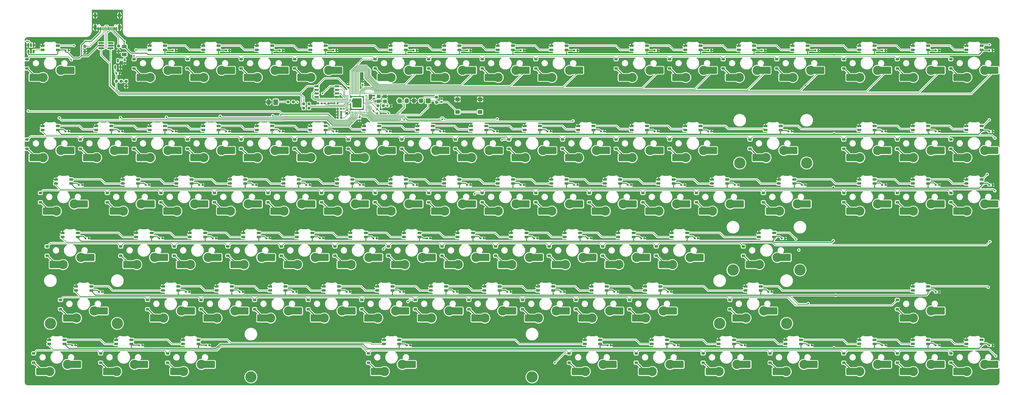
<source format=gbr>
%TF.GenerationSoftware,KiCad,Pcbnew,8.0.8*%
%TF.CreationDate,2025-02-03T21:48:35-05:00*%
%TF.ProjectId,OakSpring,4f616b53-7072-4696-9e67-2e6b69636164,rev?*%
%TF.SameCoordinates,Original*%
%TF.FileFunction,Copper,L2,Bot*%
%TF.FilePolarity,Positive*%
%FSLAX46Y46*%
G04 Gerber Fmt 4.6, Leading zero omitted, Abs format (unit mm)*
G04 Created by KiCad (PCBNEW 8.0.8) date 2025-02-03 21:48:35*
%MOMM*%
%LPD*%
G01*
G04 APERTURE LIST*
G04 Aperture macros list*
%AMRoundRect*
0 Rectangle with rounded corners*
0 $1 Rounding radius*
0 $2 $3 $4 $5 $6 $7 $8 $9 X,Y pos of 4 corners*
0 Add a 4 corners polygon primitive as box body*
4,1,4,$2,$3,$4,$5,$6,$7,$8,$9,$2,$3,0*
0 Add four circle primitives for the rounded corners*
1,1,$1+$1,$2,$3*
1,1,$1+$1,$4,$5*
1,1,$1+$1,$6,$7*
1,1,$1+$1,$8,$9*
0 Add four rect primitives between the rounded corners*
20,1,$1+$1,$2,$3,$4,$5,0*
20,1,$1+$1,$4,$5,$6,$7,0*
20,1,$1+$1,$6,$7,$8,$9,0*
20,1,$1+$1,$8,$9,$2,$3,0*%
%AMFreePoly0*
4,1,18,-0.410000,0.593000,-0.403758,0.624380,-0.385983,0.650983,-0.359380,0.668758,-0.328000,0.675000,0.328000,0.675000,0.359380,0.668758,0.385983,0.650983,0.403758,0.624380,0.410000,0.593000,0.410000,-0.593000,0.403758,-0.624380,0.385983,-0.650983,0.359380,-0.668758,0.328000,-0.675000,0.000000,-0.675000,-0.410000,-0.265000,-0.410000,0.593000,-0.410000,0.593000,$1*%
G04 Aperture macros list end*
%TA.AperFunction,ComponentPad*%
%ADD10C,0.600000*%
%TD*%
%TA.AperFunction,ComponentPad*%
%ADD11C,4.000000*%
%TD*%
%TA.AperFunction,ComponentPad*%
%ADD12C,3.300000*%
%TD*%
%TA.AperFunction,SMDPad,CuDef*%
%ADD13R,1.650000X2.500000*%
%TD*%
%TA.AperFunction,SMDPad,CuDef*%
%ADD14RoundRect,0.250000X-1.025000X-1.000000X1.025000X-1.000000X1.025000X1.000000X-1.025000X1.000000X0*%
%TD*%
%TA.AperFunction,SMDPad,CuDef*%
%ADD15RoundRect,0.225000X-0.375000X0.225000X-0.375000X-0.225000X0.375000X-0.225000X0.375000X0.225000X0*%
%TD*%
%TA.AperFunction,SMDPad,CuDef*%
%ADD16RoundRect,0.155000X-0.212500X-0.155000X0.212500X-0.155000X0.212500X0.155000X-0.212500X0.155000X0*%
%TD*%
%TA.AperFunction,SMDPad,CuDef*%
%ADD17RoundRect,0.082000X-0.593000X0.328000X-0.593000X-0.328000X0.593000X-0.328000X0.593000X0.328000X0*%
%TD*%
%TA.AperFunction,SMDPad,CuDef*%
%ADD18FreePoly0,270.000000*%
%TD*%
%TA.AperFunction,SMDPad,CuDef*%
%ADD19RoundRect,0.250000X-0.625000X0.375000X-0.625000X-0.375000X0.625000X-0.375000X0.625000X0.375000X0*%
%TD*%
%TA.AperFunction,SMDPad,CuDef*%
%ADD20RoundRect,0.155000X-0.155000X0.212500X-0.155000X-0.212500X0.155000X-0.212500X0.155000X0.212500X0*%
%TD*%
%TA.AperFunction,SMDPad,CuDef*%
%ADD21RoundRect,0.155000X0.212500X0.155000X-0.212500X0.155000X-0.212500X-0.155000X0.212500X-0.155000X0*%
%TD*%
%TA.AperFunction,SMDPad,CuDef*%
%ADD22RoundRect,0.237500X-0.237500X0.250000X-0.237500X-0.250000X0.237500X-0.250000X0.237500X0.250000X0*%
%TD*%
%TA.AperFunction,ComponentPad*%
%ADD23R,1.700000X1.700000*%
%TD*%
%TA.AperFunction,ComponentPad*%
%ADD24O,1.700000X1.700000*%
%TD*%
%TA.AperFunction,SMDPad,CuDef*%
%ADD25RoundRect,0.150000X-0.150000X0.512500X-0.150000X-0.512500X0.150000X-0.512500X0.150000X0.512500X0*%
%TD*%
%TA.AperFunction,SMDPad,CuDef*%
%ADD26RoundRect,0.155000X0.155000X-0.212500X0.155000X0.212500X-0.155000X0.212500X-0.155000X-0.212500X0*%
%TD*%
%TA.AperFunction,ComponentPad*%
%ADD27RoundRect,0.250000X0.600000X0.750000X-0.600000X0.750000X-0.600000X-0.750000X0.600000X-0.750000X0*%
%TD*%
%TA.AperFunction,ComponentPad*%
%ADD28O,1.700000X2.000000*%
%TD*%
%TA.AperFunction,SMDPad,CuDef*%
%ADD29R,1.600000X1.400000*%
%TD*%
%TA.AperFunction,SMDPad,CuDef*%
%ADD30RoundRect,0.237500X0.250000X0.237500X-0.250000X0.237500X-0.250000X-0.237500X0.250000X-0.237500X0*%
%TD*%
%TA.AperFunction,SMDPad,CuDef*%
%ADD31RoundRect,0.237500X0.287500X0.237500X-0.287500X0.237500X-0.287500X-0.237500X0.287500X-0.237500X0*%
%TD*%
%TA.AperFunction,SMDPad,CuDef*%
%ADD32RoundRect,0.237500X-0.250000X-0.237500X0.250000X-0.237500X0.250000X0.237500X-0.250000X0.237500X0*%
%TD*%
%TA.AperFunction,SMDPad,CuDef*%
%ADD33RoundRect,0.150000X0.650000X0.150000X-0.650000X0.150000X-0.650000X-0.150000X0.650000X-0.150000X0*%
%TD*%
%TA.AperFunction,SMDPad,CuDef*%
%ADD34RoundRect,0.150000X-0.150000X-0.425000X0.150000X-0.425000X0.150000X0.425000X-0.150000X0.425000X0*%
%TD*%
%TA.AperFunction,SMDPad,CuDef*%
%ADD35RoundRect,0.075000X-0.075000X-0.500000X0.075000X-0.500000X0.075000X0.500000X-0.075000X0.500000X0*%
%TD*%
%TA.AperFunction,ComponentPad*%
%ADD36O,1.000000X1.800000*%
%TD*%
%TA.AperFunction,ComponentPad*%
%ADD37O,1.000000X2.100000*%
%TD*%
%TA.AperFunction,SMDPad,CuDef*%
%ADD38RoundRect,0.162500X0.837500X0.162500X-0.837500X0.162500X-0.837500X-0.162500X0.837500X-0.162500X0*%
%TD*%
%TA.AperFunction,SMDPad,CuDef*%
%ADD39R,1.400000X1.200000*%
%TD*%
%TA.AperFunction,SMDPad,CuDef*%
%ADD40RoundRect,0.050000X-0.050000X0.387500X-0.050000X-0.387500X0.050000X-0.387500X0.050000X0.387500X0*%
%TD*%
%TA.AperFunction,SMDPad,CuDef*%
%ADD41RoundRect,0.050000X-0.387500X0.050000X-0.387500X-0.050000X0.387500X-0.050000X0.387500X0.050000X0*%
%TD*%
%TA.AperFunction,HeatsinkPad*%
%ADD42R,3.200000X3.200000*%
%TD*%
%TA.AperFunction,SMDPad,CuDef*%
%ADD43RoundRect,0.150000X0.150000X-0.512500X0.150000X0.512500X-0.150000X0.512500X-0.150000X-0.512500X0*%
%TD*%
%TA.AperFunction,ViaPad*%
%ADD44C,0.600000*%
%TD*%
%TA.AperFunction,Conductor*%
%ADD45C,0.200000*%
%TD*%
%TA.AperFunction,Conductor*%
%ADD46C,0.500000*%
%TD*%
%TA.AperFunction,Conductor*%
%ADD47C,0.300000*%
%TD*%
G04 APERTURE END LIST*
D10*
%TO.P,,57,GND*%
%TO.N,GND*%
X145975000Y-52250000D03*
%TD*%
D11*
%TO.P,S5,*%
%TO.N,*%
X209518250Y-149863050D03*
X109505750Y-149863050D03*
%TD*%
%TO.P,S4,*%
%TO.N,*%
X304800000Y-111760000D03*
X280987500Y-111760000D03*
%TD*%
D10*
%TO.P,,57,GND*%
%TO.N,GND*%
X147250000Y-52250000D03*
%TD*%
%TO.P,,57,GND*%
%TO.N,GND*%
X148525000Y-50975000D03*
%TD*%
%TO.P,,57,GND*%
%TO.N,GND*%
X148525000Y-53525000D03*
%TD*%
D11*
%TO.P,S3,*%
%TO.N,*%
X300037500Y-130810000D03*
X276225000Y-130810000D03*
%TD*%
D10*
%TO.P,,57,GND*%
%TO.N,GND*%
X147250000Y-53525000D03*
%TD*%
%TO.P,,57,GND*%
%TO.N,GND*%
X145975000Y-53525000D03*
%TD*%
D11*
%TO.P,S2,*%
%TO.N,*%
X61976000Y-130810000D03*
X38163500Y-130810000D03*
%TD*%
D10*
%TO.P,,57,GND*%
%TO.N,GND*%
X145975000Y-50975000D03*
%TD*%
%TO.P,,57,GND*%
%TO.N,GND*%
X147250000Y-50975000D03*
%TD*%
D11*
%TO.P,S1,*%
%TO.N,*%
X307181250Y-73660000D03*
X283368750Y-73660000D03*
%TD*%
D10*
%TO.P,,57,GND*%
%TO.N,GND*%
X148525000Y-52250000D03*
%TD*%
D12*
%TO.P,MX17,1,1*%
%TO.N,col0*%
X41910000Y-69215000D03*
D13*
X43735000Y-69215000D03*
D14*
X45460000Y-69215000D03*
%TO.P,MX17,2,2*%
%TO.N,Net-(D17-A)*%
X32010000Y-71755000D03*
D13*
X33760000Y-71755000D03*
D12*
X35560000Y-71755000D03*
%TD*%
D15*
%TO.P,D60,1,K*%
%TO.N,row3*%
X215587500Y-103375000D03*
%TO.P,D60,2,A*%
%TO.N,Net-(D60-A)*%
X215587500Y-106675000D03*
%TD*%
D16*
%TO.P,C65,1*%
%TO.N,+5V*%
X86395000Y-119575000D03*
%TO.P,C65,2*%
%TO.N,GND*%
X87530000Y-119575000D03*
%TD*%
D12*
%TO.P,MX7,1,1*%
%TO.N,col7*%
X184785000Y-40640000D03*
D13*
X186610000Y-40640000D03*
D14*
X188335000Y-40640000D03*
%TO.P,MX7,2,2*%
%TO.N,Net-(D7-A)*%
X174885000Y-43180000D03*
D13*
X176635000Y-43180000D03*
D12*
X178435000Y-43180000D03*
%TD*%
D15*
%TO.P,D34,1,K*%
%TO.N,row2*%
X34612500Y-84325000D03*
%TO.P,D34,2,A*%
%TO.N,Net-(D34-A)*%
X34612500Y-87625000D03*
%TD*%
D17*
%TO.P,LED23,1,VDD*%
%TO.N,+5V*%
X155125000Y-61925000D03*
%TO.P,LED23,2,DOUT*%
%TO.N,Net-(LED23-DOUT)*%
X155125000Y-60425000D03*
%TO.P,LED23,3,DIN*%
%TO.N,Net-(LED22-DOUT)*%
X149675000Y-61925000D03*
D18*
%TO.P,LED23,4,VSS*%
%TO.N,GND*%
X149675000Y-60425000D03*
%TD*%
D15*
%TO.P,D29,1,K*%
%TO.N,row1*%
X258450000Y-65275000D03*
%TO.P,D29,2,A*%
%TO.N,Net-(D29-A)*%
X258450000Y-68575000D03*
%TD*%
D12*
%TO.P,MX24,1,1*%
%TO.N,col7*%
X175260000Y-69215000D03*
D13*
X177085000Y-69215000D03*
D14*
X178810000Y-69215000D03*
%TO.P,MX24,2,2*%
%TO.N,Net-(D24-A)*%
X165360000Y-71755000D03*
D13*
X167110000Y-71755000D03*
D12*
X168910000Y-71755000D03*
%TD*%
D17*
%TO.P,LED17,1,VDD*%
%TO.N,+5V*%
X40825000Y-61925000D03*
%TO.P,LED17,2,DOUT*%
%TO.N,Net-(LED17-DOUT)*%
X40825000Y-60425000D03*
%TO.P,LED17,3,DIN*%
%TO.N,Net-(LED16-DOUT)*%
X35375000Y-61925000D03*
D18*
%TO.P,LED17,4,VSS*%
%TO.N,GND*%
X35375000Y-60425000D03*
%TD*%
D15*
%TO.P,D62,1,K*%
%TO.N,row3*%
X253687500Y-103375000D03*
%TO.P,D62,2,A*%
%TO.N,Net-(D62-A)*%
X253687500Y-106675000D03*
%TD*%
D16*
%TO.P,C68,1*%
%TO.N,+5V*%
X143545000Y-119575000D03*
%TO.P,C68,2*%
%TO.N,GND*%
X144680000Y-119575000D03*
%TD*%
D15*
%TO.P,D22,1,K*%
%TO.N,row1*%
X125100000Y-65275000D03*
%TO.P,D22,2,A*%
%TO.N,Net-(D22-A)*%
X125100000Y-68575000D03*
%TD*%
D12*
%TO.P,MX10,1,1*%
%TO.N,col10*%
X251460000Y-40640000D03*
D13*
X253285000Y-40640000D03*
D14*
X255010000Y-40640000D03*
%TO.P,MX10,2,2*%
%TO.N,Net-(D10-A)*%
X241560000Y-43180000D03*
D13*
X243310000Y-43180000D03*
D12*
X245110000Y-43180000D03*
%TD*%
D15*
%TO.P,D64,1,K*%
%TO.N,row4*%
X41756250Y-122425000D03*
%TO.P,D64,2,A*%
%TO.N,Net-(D64-A)*%
X41756250Y-125725000D03*
%TD*%
%TO.P,D23,1,K*%
%TO.N,row1*%
X144150000Y-65275000D03*
%TO.P,D23,2,A*%
%TO.N,Net-(D23-A)*%
X144150000Y-68575000D03*
%TD*%
D17*
%TO.P,LED43,1,VDD*%
%TO.N,+5V*%
X221800000Y-80975000D03*
%TO.P,LED43,2,DOUT*%
%TO.N,Net-(LED43-DOUT)*%
X221800000Y-79475000D03*
%TO.P,LED43,3,DIN*%
%TO.N,Net-(LED42-DOUT)*%
X216350000Y-80975000D03*
D18*
%TO.P,LED43,4,VSS*%
%TO.N,GND*%
X216350000Y-79475000D03*
%TD*%
D12*
%TO.P,MX75,1,1*%
%TO.N,col13*%
X291941250Y-126365000D03*
D13*
X293766250Y-126365000D03*
D14*
X295491250Y-126365000D03*
%TO.P,MX75,2,2*%
%TO.N,Net-(D75-A)*%
X282041250Y-128905000D03*
D13*
X283791250Y-128905000D03*
D12*
X285591250Y-128905000D03*
%TD*%
%TO.P,MX71,1,1*%
%TO.N,col8*%
X199072500Y-126365000D03*
D13*
X200897500Y-126365000D03*
D14*
X202622500Y-126365000D03*
%TO.P,MX71,2,2*%
%TO.N,Net-(D71-A)*%
X189172500Y-128905000D03*
D13*
X190922500Y-128905000D03*
D12*
X192722500Y-128905000D03*
%TD*%
D17*
%TO.P,LED79,1,VDD*%
%TO.N,+5V*%
X90831250Y-138125000D03*
%TO.P,LED79,2,DOUT*%
%TO.N,Net-(LED79-DOUT)*%
X90831250Y-136625000D03*
%TO.P,LED79,3,DIN*%
%TO.N,Net-(LED78-DOUT)*%
X85381250Y-138125000D03*
D18*
%TO.P,LED79,4,VSS*%
%TO.N,GND*%
X85381250Y-136625000D03*
%TD*%
D17*
%TO.P,LED29,1,VDD*%
%TO.N,+5V*%
X269425000Y-61925000D03*
%TO.P,LED29,2,DOUT*%
%TO.N,Net-(LED29-DOUT)*%
X269425000Y-60425000D03*
%TO.P,LED29,3,DIN*%
%TO.N,Net-(LED28-DOUT)*%
X263975000Y-61925000D03*
D18*
%TO.P,LED29,4,VSS*%
%TO.N,GND*%
X263975000Y-60425000D03*
%TD*%
D19*
%TO.P,F1,1*%
%TO.N,+5V*%
X64475000Y-32150000D03*
%TO.P,F1,2*%
%TO.N,Net-(U1-VI)*%
X64475000Y-34950000D03*
%TD*%
D12*
%TO.P,MX74,1,1*%
%TO.N,col11*%
X256222500Y-126365000D03*
D13*
X258047500Y-126365000D03*
D14*
X259772500Y-126365000D03*
%TO.P,MX74,2,2*%
%TO.N,Net-(D74-A)*%
X246322500Y-128905000D03*
D13*
X248072500Y-128905000D03*
D12*
X249872500Y-128905000D03*
%TD*%
D17*
%TO.P,LED20,1,VDD*%
%TO.N,+5V*%
X97975000Y-61925000D03*
%TO.P,LED20,2,DOUT*%
%TO.N,Net-(LED20-DOUT)*%
X97975000Y-60425000D03*
%TO.P,LED20,3,DIN*%
%TO.N,Net-(LED19-DOUT)*%
X92525000Y-61925000D03*
D18*
%TO.P,LED20,4,VSS*%
%TO.N,GND*%
X92525000Y-60425000D03*
%TD*%
D15*
%TO.P,D1,1,K*%
%TO.N,row0*%
X29850000Y-36700000D03*
%TO.P,D1,2,A*%
%TO.N,Net-(D1-A)*%
X29850000Y-40000000D03*
%TD*%
D20*
%TO.P,C99,1*%
%TO.N,Net-(U1-VI)*%
X64575000Y-36907500D03*
%TO.P,C99,2*%
%TO.N,GND*%
X64575000Y-38042500D03*
%TD*%
D16*
%TO.P,C45,1*%
%TO.N,+5V*%
X262607500Y-81475000D03*
%TO.P,C45,2*%
%TO.N,GND*%
X263742500Y-81475000D03*
%TD*%
D17*
%TO.P,LED1,1,VDD*%
%TO.N,+5V*%
X40825000Y-33350000D03*
%TO.P,LED1,2,DOUT*%
%TO.N,Net-(LED1-DOUT)*%
X40825000Y-31850000D03*
%TO.P,LED1,3,DIN*%
%TO.N,Out_5v*%
X35375000Y-33350000D03*
D18*
%TO.P,LED1,4,VSS*%
%TO.N,GND*%
X35375000Y-31850000D03*
%TD*%
D15*
%TO.P,D74,1,K*%
%TO.N,row4*%
X244162500Y-122425000D03*
%TO.P,D74,2,A*%
%TO.N,Net-(D74-A)*%
X244162500Y-125725000D03*
%TD*%
D16*
%TO.P,C24,1*%
%TO.N,+5V*%
X176882500Y-62425000D03*
%TO.P,C24,2*%
%TO.N,GND*%
X178017500Y-62425000D03*
%TD*%
D17*
%TO.P,LED69,1,VDD*%
%TO.N,+5V*%
X159887500Y-119075000D03*
%TO.P,LED69,2,DOUT*%
%TO.N,Net-(LED69-DOUT)*%
X159887500Y-117575000D03*
%TO.P,LED69,3,DIN*%
%TO.N,Net-(LED68-DOUT)*%
X154437500Y-119075000D03*
D18*
%TO.P,LED69,4,VSS*%
%TO.N,GND*%
X154437500Y-117575000D03*
%TD*%
D12*
%TO.P,MX68,1,1*%
%TO.N,col5*%
X141922500Y-126365000D03*
D13*
X143747500Y-126365000D03*
D14*
X145472500Y-126365000D03*
%TO.P,MX68,2,2*%
%TO.N,Net-(D68-A)*%
X132022500Y-128905000D03*
D13*
X133772500Y-128905000D03*
D12*
X135572500Y-128905000D03*
%TD*%
D21*
%TO.P,C103,1*%
%TO.N,GND*%
X159242500Y-53300000D03*
%TO.P,C103,2*%
%TO.N,Net-(C103-Pad2)*%
X158107500Y-53300000D03*
%TD*%
D16*
%TO.P,C3,1*%
%TO.N,+5V*%
X100682500Y-33528000D03*
%TO.P,C3,2*%
%TO.N,GND*%
X101817500Y-33528000D03*
%TD*%
D17*
%TO.P,LED77,1,VDD*%
%TO.N,+5V*%
X43206250Y-138125000D03*
%TO.P,LED77,2,DOUT*%
%TO.N,Net-(LED77-DOUT)*%
X43206250Y-136625000D03*
%TO.P,LED77,3,DIN*%
%TO.N,Net-(LED76-DOUT)*%
X37756250Y-138125000D03*
D18*
%TO.P,LED77,4,VSS*%
%TO.N,GND*%
X37756250Y-136625000D03*
%TD*%
D17*
%TO.P,LED87,1,VDD*%
%TO.N,+5V*%
X369437500Y-138125000D03*
%TO.P,LED87,2,DOUT*%
%TO.N,unconnected-(LED87-DOUT-Pad2)*%
X369437500Y-136625000D03*
%TO.P,LED87,3,DIN*%
%TO.N,Net-(LED86-DOUT)*%
X363987500Y-138125000D03*
D18*
%TO.P,LED87,4,VSS*%
%TO.N,GND*%
X363987500Y-136625000D03*
%TD*%
D15*
%TO.P,D32,1,K*%
%TO.N,row1*%
X339412500Y-65275000D03*
%TO.P,D32,2,A*%
%TO.N,Net-(D32-A)*%
X339412500Y-68575000D03*
%TD*%
D12*
%TO.P,MX44,1,1*%
%TO.N,col10*%
X241935000Y-88265000D03*
D13*
X243760000Y-88265000D03*
D14*
X245485000Y-88265000D03*
%TO.P,MX44,2,2*%
%TO.N,Net-(D44-A)*%
X232035000Y-90805000D03*
D13*
X233785000Y-90805000D03*
D12*
X235585000Y-90805000D03*
%TD*%
D15*
%TO.P,D70,1,K*%
%TO.N,row4*%
X167962500Y-122425000D03*
%TO.P,D70,2,A*%
%TO.N,Net-(D70-A)*%
X167962500Y-125725000D03*
%TD*%
D17*
%TO.P,LED34,1,VDD*%
%TO.N,+5V*%
X45587500Y-80975000D03*
%TO.P,LED34,2,DOUT*%
%TO.N,Net-(LED34-DOUT)*%
X45587500Y-79475000D03*
%TO.P,LED34,3,DIN*%
%TO.N,Net-(LED33-DOUT)*%
X40137500Y-80975000D03*
D18*
%TO.P,LED34,4,VSS*%
%TO.N,GND*%
X40137500Y-79475000D03*
%TD*%
D12*
%TO.P,MX85,1,1*%
%TO.N,col14*%
X332422500Y-145415000D03*
D13*
X334247500Y-145415000D03*
D14*
X335972500Y-145415000D03*
%TO.P,MX85,2,2*%
%TO.N,Net-(D85-A)*%
X322522500Y-147955000D03*
D13*
X324272500Y-147955000D03*
D12*
X326072500Y-147955000D03*
%TD*%
%TO.P,MX61,1,1*%
%TO.N,col11*%
X246697500Y-107315000D03*
D13*
X248522500Y-107315000D03*
D14*
X250247500Y-107315000D03*
%TO.P,MX61,2,2*%
%TO.N,Net-(D61-A)*%
X236797500Y-109855000D03*
D13*
X238547500Y-109855000D03*
D12*
X240347500Y-109855000D03*
%TD*%
%TO.P,MX28,1,1*%
%TO.N,col11*%
X251460000Y-69215000D03*
D13*
X253285000Y-69215000D03*
D14*
X255010000Y-69215000D03*
%TO.P,MX28,2,2*%
%TO.N,Net-(D28-A)*%
X241560000Y-71755000D03*
D13*
X243310000Y-71755000D03*
D12*
X245110000Y-71755000D03*
%TD*%
D21*
%TO.P,C89,1*%
%TO.N,+1V1*%
X140317500Y-52350000D03*
%TO.P,C89,2*%
%TO.N,GND*%
X139182500Y-52350000D03*
%TD*%
D17*
%TO.P,LED53,1,VDD*%
%TO.N,+5V*%
X93212500Y-100025000D03*
%TO.P,LED53,2,DOUT*%
%TO.N,Net-(LED53-DOUT)*%
X93212500Y-98525000D03*
%TO.P,LED53,3,DIN*%
%TO.N,Net-(LED52-DOUT)*%
X87762500Y-100025000D03*
D18*
%TO.P,LED53,4,VSS*%
%TO.N,GND*%
X87762500Y-98525000D03*
%TD*%
D17*
%TO.P,LED28,1,VDD*%
%TO.N,+5V*%
X250375000Y-61925000D03*
%TO.P,LED28,2,DOUT*%
%TO.N,Net-(LED28-DOUT)*%
X250375000Y-60425000D03*
%TO.P,LED28,3,DIN*%
%TO.N,Net-(LED27-DOUT)*%
X244925000Y-61925000D03*
D18*
%TO.P,LED28,4,VSS*%
%TO.N,GND*%
X244925000Y-60425000D03*
%TD*%
D12*
%TO.P,MX39,1,1*%
%TO.N,col5*%
X146685000Y-88265000D03*
D13*
X148510000Y-88265000D03*
D14*
X150235000Y-88265000D03*
%TO.P,MX39,2,2*%
%TO.N,Net-(D39-A)*%
X136785000Y-90805000D03*
D13*
X138535000Y-90805000D03*
D12*
X140335000Y-90805000D03*
%TD*%
D15*
%TO.P,D63,1,K*%
%TO.N,row3*%
X284643750Y-103375000D03*
%TO.P,D63,2,A*%
%TO.N,Net-(D63-A)*%
X284643750Y-106675000D03*
%TD*%
D12*
%TO.P,MX25,1,1*%
%TO.N,col8*%
X194310000Y-69215000D03*
D13*
X196135000Y-69215000D03*
D14*
X197860000Y-69215000D03*
%TO.P,MX25,2,2*%
%TO.N,Net-(D25-A)*%
X184410000Y-71755000D03*
D13*
X186160000Y-71755000D03*
D12*
X187960000Y-71755000D03*
%TD*%
D15*
%TO.P,D43,1,K*%
%TO.N,row2*%
X210825000Y-84325000D03*
%TO.P,D43,2,A*%
%TO.N,Net-(D43-A)*%
X210825000Y-87625000D03*
%TD*%
D16*
%TO.P,C80,1*%
%TO.N,+5V*%
X164976250Y-138625000D03*
%TO.P,C80,2*%
%TO.N,GND*%
X166111250Y-138625000D03*
%TD*%
D15*
%TO.P,D68,1,K*%
%TO.N,row4*%
X129862500Y-122425000D03*
%TO.P,D68,2,A*%
%TO.N,Net-(D68-A)*%
X129862500Y-125725000D03*
%TD*%
D17*
%TO.P,LED32,1,VDD*%
%TO.N,+5V*%
X350387500Y-61925000D03*
%TO.P,LED32,2,DOUT*%
%TO.N,Net-(LED32-DOUT)*%
X350387500Y-60425000D03*
%TO.P,LED32,3,DIN*%
%TO.N,Net-(LED31-DOUT)*%
X344937500Y-61925000D03*
D18*
%TO.P,LED32,4,VSS*%
%TO.N,GND*%
X344937500Y-60425000D03*
%TD*%
D12*
%TO.P,MX26,1,1*%
%TO.N,col9*%
X213360000Y-69215000D03*
D13*
X215185000Y-69215000D03*
D14*
X216910000Y-69215000D03*
%TO.P,MX26,2,2*%
%TO.N,Net-(D26-A)*%
X203460000Y-71755000D03*
D13*
X205210000Y-71755000D03*
D12*
X207010000Y-71755000D03*
%TD*%
D16*
%TO.P,C69,1*%
%TO.N,+5V*%
X162595000Y-119575000D03*
%TO.P,C69,2*%
%TO.N,GND*%
X163730000Y-119575000D03*
%TD*%
D17*
%TO.P,LED76,1,VDD*%
%TO.N,+5V*%
X350387500Y-119075000D03*
%TO.P,LED76,2,DOUT*%
%TO.N,Net-(LED76-DOUT)*%
X350387500Y-117575000D03*
%TO.P,LED76,3,DIN*%
%TO.N,Net-(LED75-DOUT)*%
X344937500Y-119075000D03*
D18*
%TO.P,LED76,4,VSS*%
%TO.N,GND*%
X344937500Y-117575000D03*
%TD*%
D17*
%TO.P,LED75,1,VDD*%
%TO.N,+5V*%
X290856250Y-119075000D03*
%TO.P,LED75,2,DOUT*%
%TO.N,Net-(LED75-DOUT)*%
X290856250Y-117575000D03*
%TO.P,LED75,3,DIN*%
%TO.N,Net-(LED74-DOUT)*%
X285406250Y-119075000D03*
D18*
%TO.P,LED75,4,VSS*%
%TO.N,GND*%
X285406250Y-117575000D03*
%TD*%
D17*
%TO.P,LED78,1,VDD*%
%TO.N,+5V*%
X67018750Y-138125000D03*
%TO.P,LED78,2,DOUT*%
%TO.N,Net-(LED78-DOUT)*%
X67018750Y-136625000D03*
%TO.P,LED78,3,DIN*%
%TO.N,Net-(LED77-DOUT)*%
X61568750Y-138125000D03*
D18*
%TO.P,LED78,4,VSS*%
%TO.N,GND*%
X61568750Y-136625000D03*
%TD*%
D15*
%TO.P,D67,1,K*%
%TO.N,row4*%
X110812500Y-122425000D03*
%TO.P,D67,2,A*%
%TO.N,Net-(D67-A)*%
X110812500Y-125725000D03*
%TD*%
D12*
%TO.P,MX56,1,1*%
%TO.N,col6*%
X151447500Y-107315000D03*
D13*
X153272500Y-107315000D03*
D14*
X154997500Y-107315000D03*
%TO.P,MX56,2,2*%
%TO.N,Net-(D56-A)*%
X141547500Y-109855000D03*
D13*
X143297500Y-109855000D03*
D12*
X145097500Y-109855000D03*
%TD*%
D17*
%TO.P,LED70,1,VDD*%
%TO.N,+5V*%
X178937500Y-119075000D03*
%TO.P,LED70,2,DOUT*%
%TO.N,Net-(LED70-DOUT)*%
X178937500Y-117575000D03*
%TO.P,LED70,3,DIN*%
%TO.N,Net-(LED69-DOUT)*%
X173487500Y-119075000D03*
D18*
%TO.P,LED70,4,VSS*%
%TO.N,GND*%
X173487500Y-117575000D03*
%TD*%
D15*
%TO.P,D65,1,K*%
%TO.N,row4*%
X72712500Y-122425000D03*
%TO.P,D65,2,A*%
%TO.N,Net-(D65-A)*%
X72712500Y-125725000D03*
%TD*%
D17*
%TO.P,LED50,1,VDD*%
%TO.N,+5V*%
X369437500Y-80975000D03*
%TO.P,LED50,2,DOUT*%
%TO.N,Net-(LED50-DOUT)*%
X369437500Y-79475000D03*
%TO.P,LED50,3,DIN*%
%TO.N,Net-(LED49-DOUT)*%
X363987500Y-80975000D03*
D18*
%TO.P,LED50,4,VSS*%
%TO.N,GND*%
X363987500Y-79475000D03*
%TD*%
D16*
%TO.P,C14,1*%
%TO.N,+5V*%
X334045000Y-33528000D03*
%TO.P,C14,2*%
%TO.N,GND*%
X335180000Y-33528000D03*
%TD*%
D12*
%TO.P,MX70,1,1*%
%TO.N,col7*%
X180022500Y-126365000D03*
D13*
X181847500Y-126365000D03*
D14*
X183572500Y-126365000D03*
%TO.P,MX70,2,2*%
%TO.N,Net-(D70-A)*%
X170122500Y-128905000D03*
D13*
X171872500Y-128905000D03*
D12*
X173672500Y-128905000D03*
%TD*%
D15*
%TO.P,D18,1,K*%
%TO.N,row1*%
X48900000Y-65275000D03*
%TO.P,D18,2,A*%
%TO.N,Net-(D18-A)*%
X48900000Y-68575000D03*
%TD*%
%TO.P,D3,1,K*%
%TO.N,row0*%
X87000000Y-36700000D03*
%TO.P,D3,2,A*%
%TO.N,Net-(D3-A)*%
X87000000Y-40000000D03*
%TD*%
D12*
%TO.P,MX59,1,1*%
%TO.N,col9*%
X208597500Y-107315000D03*
D13*
X210422500Y-107315000D03*
D14*
X212147500Y-107315000D03*
%TO.P,MX59,2,2*%
%TO.N,Net-(D59-A)*%
X198697500Y-109855000D03*
D13*
X200447500Y-109855000D03*
D12*
X202247500Y-109855000D03*
%TD*%
D22*
%TO.P,R5,1*%
%TO.N,Net-(J1-CC2)*%
X62425000Y-32037500D03*
%TO.P,R5,2*%
%TO.N,GND*%
X62425000Y-33862500D03*
%TD*%
D12*
%TO.P,MX40,1,1*%
%TO.N,col6*%
X165735000Y-88265000D03*
D13*
X167560000Y-88265000D03*
D14*
X169285000Y-88265000D03*
%TO.P,MX40,2,2*%
%TO.N,Net-(D40-A)*%
X155835000Y-90805000D03*
D13*
X157585000Y-90805000D03*
D12*
X159385000Y-90805000D03*
%TD*%
D16*
%TO.P,C79,1*%
%TO.N,+5V*%
X93538750Y-138625000D03*
%TO.P,C79,2*%
%TO.N,GND*%
X94673750Y-138625000D03*
%TD*%
D17*
%TO.P,LED16,1,VDD*%
%TO.N,+5V*%
X369437500Y-33350000D03*
%TO.P,LED16,2,DOUT*%
%TO.N,Net-(LED16-DOUT)*%
X369437500Y-31850000D03*
%TO.P,LED16,3,DIN*%
%TO.N,Net-(LED15-DOUT)*%
X363987500Y-33350000D03*
D18*
%TO.P,LED16,4,VSS*%
%TO.N,GND*%
X363987500Y-31850000D03*
%TD*%
D12*
%TO.P,MX41,1,1*%
%TO.N,col7*%
X184785000Y-88265000D03*
D13*
X186610000Y-88265000D03*
D14*
X188335000Y-88265000D03*
%TO.P,MX41,2,2*%
%TO.N,Net-(D41-A)*%
X174885000Y-90805000D03*
D13*
X176635000Y-90805000D03*
D12*
X178435000Y-90805000D03*
%TD*%
D15*
%TO.P,D79,1,K*%
%TO.N,row5*%
X79856250Y-141475000D03*
%TO.P,D79,2,A*%
%TO.N,Net-(D79-A)*%
X79856250Y-144775000D03*
%TD*%
%TO.P,D14,1,K*%
%TO.N,row0*%
X320362500Y-36700000D03*
%TO.P,D14,2,A*%
%TO.N,Net-(D14-A)*%
X320362500Y-40000000D03*
%TD*%
D23*
%TO.P,J3,1,Pin_1*%
%TO.N,/Microcontroller/Run*%
X172525000Y-51450000D03*
D24*
%TO.P,J3,2,Pin_2*%
%TO.N,+3V3*%
X169985000Y-51450000D03*
%TO.P,J3,3,Pin_3*%
%TO.N,GND*%
X167445000Y-51450000D03*
%TO.P,J3,4,Pin_4*%
%TO.N,/Microcontroller/SWD*%
X164905000Y-51450000D03*
%TO.P,J3,5,Pin_5*%
%TO.N,/Microcontroller/SWCLK*%
X162365000Y-51450000D03*
%TD*%
D17*
%TO.P,LED33,1,VDD*%
%TO.N,+5V*%
X369437500Y-61925000D03*
%TO.P,LED33,2,DOUT*%
%TO.N,Net-(LED33-DOUT)*%
X369437500Y-60425000D03*
%TO.P,LED33,3,DIN*%
%TO.N,Net-(LED32-DOUT)*%
X363987500Y-61925000D03*
D18*
%TO.P,LED33,4,VSS*%
%TO.N,GND*%
X363987500Y-60425000D03*
%TD*%
D16*
%TO.P,C71,1*%
%TO.N,+5V*%
X200695000Y-119575000D03*
%TO.P,C71,2*%
%TO.N,GND*%
X201830000Y-119575000D03*
%TD*%
D12*
%TO.P,MX42,1,1*%
%TO.N,col8*%
X203835000Y-88265000D03*
D13*
X205660000Y-88265000D03*
D14*
X207385000Y-88265000D03*
%TO.P,MX42,2,2*%
%TO.N,Net-(D42-A)*%
X193935000Y-90805000D03*
D13*
X195685000Y-90805000D03*
D12*
X197485000Y-90805000D03*
%TD*%
%TO.P,MX38,1,1*%
%TO.N,col4*%
X127635000Y-88265000D03*
D13*
X129460000Y-88265000D03*
D14*
X131185000Y-88265000D03*
%TO.P,MX38,2,2*%
%TO.N,Net-(D38-A)*%
X117735000Y-90805000D03*
D13*
X119485000Y-90805000D03*
D12*
X121285000Y-90805000D03*
%TD*%
D17*
%TO.P,LED42,1,VDD*%
%TO.N,+5V*%
X202750000Y-80975000D03*
%TO.P,LED42,2,DOUT*%
%TO.N,Net-(LED42-DOUT)*%
X202750000Y-79475000D03*
%TO.P,LED42,3,DIN*%
%TO.N,Net-(LED41-DOUT)*%
X197300000Y-80975000D03*
D18*
%TO.P,LED42,4,VSS*%
%TO.N,GND*%
X197300000Y-79475000D03*
%TD*%
D15*
%TO.P,D81,1,K*%
%TO.N,row5*%
X222731250Y-141475000D03*
%TO.P,D81,2,A*%
%TO.N,Net-(D81-A)*%
X222731250Y-144775000D03*
%TD*%
%TO.P,D59,1,K*%
%TO.N,row3*%
X196537500Y-103375000D03*
%TO.P,D59,2,A*%
%TO.N,Net-(D59-A)*%
X196537500Y-106675000D03*
%TD*%
D17*
%TO.P,LED30,1,VDD*%
%TO.N,+5V*%
X298000000Y-61925000D03*
%TO.P,LED30,2,DOUT*%
%TO.N,Net-(LED30-DOUT)*%
X298000000Y-60425000D03*
%TO.P,LED30,3,DIN*%
%TO.N,Net-(LED29-DOUT)*%
X292550000Y-61925000D03*
D18*
%TO.P,LED30,4,VSS*%
%TO.N,GND*%
X292550000Y-60425000D03*
%TD*%
D16*
%TO.P,C26,1*%
%TO.N,+5V*%
X214982500Y-62425000D03*
%TO.P,C26,2*%
%TO.N,GND*%
X216117500Y-62425000D03*
%TD*%
%TO.P,C10,1*%
%TO.N,+5V*%
X253082500Y-33528000D03*
%TO.P,C10,2*%
%TO.N,GND*%
X254217500Y-33528000D03*
%TD*%
%TO.P,C72,1*%
%TO.N,+5V*%
X219745000Y-119575000D03*
%TO.P,C72,2*%
%TO.N,GND*%
X220880000Y-119575000D03*
%TD*%
%TO.P,C94,1*%
%TO.N,+3V3*%
X154482500Y-54525000D03*
%TO.P,C94,2*%
%TO.N,GND*%
X155617500Y-54525000D03*
%TD*%
D17*
%TO.P,LED60,1,VDD*%
%TO.N,+5V*%
X226562500Y-100025000D03*
%TO.P,LED60,2,DOUT*%
%TO.N,Net-(LED60-DOUT)*%
X226562500Y-98525000D03*
%TO.P,LED60,3,DIN*%
%TO.N,Net-(LED59-DOUT)*%
X221112500Y-100025000D03*
D18*
%TO.P,LED60,4,VSS*%
%TO.N,GND*%
X221112500Y-98525000D03*
%TD*%
D12*
%TO.P,MX15,1,1*%
%TO.N,col15*%
X351472500Y-40640000D03*
D13*
X353297500Y-40640000D03*
D14*
X355022500Y-40640000D03*
%TO.P,MX15,2,2*%
%TO.N,Net-(D15-A)*%
X341572500Y-43180000D03*
D13*
X343322500Y-43180000D03*
D12*
X345122500Y-43180000D03*
%TD*%
%TO.P,MX76,1,1*%
%TO.N,col15*%
X351472500Y-126365000D03*
D13*
X353297500Y-126365000D03*
D14*
X355022500Y-126365000D03*
%TO.P,MX76,2,2*%
%TO.N,Net-(D76-A)*%
X341572500Y-128905000D03*
D13*
X343322500Y-128905000D03*
D12*
X345122500Y-128905000D03*
%TD*%
D17*
%TO.P,LED6,1,VDD*%
%TO.N,+5V*%
X164650000Y-33350000D03*
%TO.P,LED6,2,DOUT*%
%TO.N,Net-(LED6-DOUT)*%
X164650000Y-31850000D03*
%TO.P,LED6,3,DIN*%
%TO.N,Net-(LED5-DOUT)*%
X159200000Y-33350000D03*
D18*
%TO.P,LED6,4,VSS*%
%TO.N,GND*%
X159200000Y-31850000D03*
%TD*%
D12*
%TO.P,MX66,1,1*%
%TO.N,col3*%
X103822500Y-126365000D03*
D13*
X105647500Y-126365000D03*
D14*
X107372500Y-126365000D03*
%TO.P,MX66,2,2*%
%TO.N,Net-(D66-A)*%
X93922500Y-128905000D03*
D13*
X95672500Y-128905000D03*
D12*
X97472500Y-128905000D03*
%TD*%
D15*
%TO.P,D21,1,K*%
%TO.N,row1*%
X106050000Y-65275000D03*
%TO.P,D21,2,A*%
%TO.N,Net-(D21-A)*%
X106050000Y-68575000D03*
%TD*%
D17*
%TO.P,LED71,1,VDD*%
%TO.N,+5V*%
X197987500Y-119075000D03*
%TO.P,LED71,2,DOUT*%
%TO.N,Net-(LED71-DOUT)*%
X197987500Y-117575000D03*
%TO.P,LED71,3,DIN*%
%TO.N,Net-(LED70-DOUT)*%
X192537500Y-119075000D03*
D18*
%TO.P,LED71,4,VSS*%
%TO.N,GND*%
X192537500Y-117575000D03*
%TD*%
D12*
%TO.P,MX52,1,1*%
%TO.N,col1*%
X75247500Y-107315000D03*
D13*
X77072500Y-107315000D03*
D14*
X78797500Y-107315000D03*
%TO.P,MX52,2,2*%
%TO.N,Net-(D52-A)*%
X65347500Y-109855000D03*
D13*
X67097500Y-109855000D03*
D12*
X68897500Y-109855000D03*
%TD*%
D16*
%TO.P,C12,1*%
%TO.N,+5V*%
X291182500Y-33528000D03*
%TO.P,C12,2*%
%TO.N,GND*%
X292317500Y-33528000D03*
%TD*%
D15*
%TO.P,D87,1,K*%
%TO.N,row5*%
X358462500Y-141475000D03*
%TO.P,D87,2,A*%
%TO.N,Net-(D87-A)*%
X358462500Y-144775000D03*
%TD*%
D16*
%TO.P,C40,1*%
%TO.N,+5V*%
X167357500Y-81475000D03*
%TO.P,C40,2*%
%TO.N,GND*%
X168492500Y-81475000D03*
%TD*%
%TO.P,C60,1*%
%TO.N,+5V*%
X229270000Y-100525000D03*
%TO.P,C60,2*%
%TO.N,GND*%
X230405000Y-100525000D03*
%TD*%
D17*
%TO.P,LED11,1,VDD*%
%TO.N,+5V*%
X269425000Y-33350000D03*
%TO.P,LED11,2,DOUT*%
%TO.N,Net-(LED11-DOUT)*%
X269425000Y-31850000D03*
%TO.P,LED11,3,DIN*%
%TO.N,Net-(LED10-DOUT)*%
X263975000Y-33350000D03*
D18*
%TO.P,LED11,4,VSS*%
%TO.N,GND*%
X263975000Y-31850000D03*
%TD*%
D16*
%TO.P,C64,1*%
%TO.N,+5V*%
X55438750Y-119575000D03*
%TO.P,C64,2*%
%TO.N,GND*%
X56573750Y-119575000D03*
%TD*%
D15*
%TO.P,D20,1,K*%
%TO.N,row1*%
X87000000Y-65275000D03*
%TO.P,D20,2,A*%
%TO.N,Net-(D20-A)*%
X87000000Y-68575000D03*
%TD*%
D16*
%TO.P,C42,1*%
%TO.N,+5V*%
X205457500Y-81475000D03*
%TO.P,C42,2*%
%TO.N,GND*%
X206592500Y-81475000D03*
%TD*%
D15*
%TO.P,D6,1,K*%
%TO.N,row0*%
X153675000Y-36700000D03*
%TO.P,D6,2,A*%
%TO.N,Net-(D6-A)*%
X153675000Y-40000000D03*
%TD*%
D16*
%TO.P,C4,1*%
%TO.N,+5V*%
X119732500Y-33528000D03*
%TO.P,C4,2*%
%TO.N,GND*%
X120867500Y-33528000D03*
%TD*%
D12*
%TO.P,MX35,1,1*%
%TO.N,col1*%
X70485000Y-88265000D03*
D13*
X72310000Y-88265000D03*
D14*
X74035000Y-88265000D03*
%TO.P,MX35,2,2*%
%TO.N,Net-(D35-A)*%
X60585000Y-90805000D03*
D13*
X62335000Y-90805000D03*
D12*
X64135000Y-90805000D03*
%TD*%
%TO.P,MX55,1,1*%
%TO.N,col5*%
X132397500Y-107315000D03*
D13*
X134222500Y-107315000D03*
D14*
X135947500Y-107315000D03*
%TO.P,MX55,2,2*%
%TO.N,Net-(D55-A)*%
X122497500Y-109855000D03*
D13*
X124247500Y-109855000D03*
D12*
X126047500Y-109855000D03*
%TD*%
%TO.P,MX80,1,1*%
%TO.N,col7*%
X163353750Y-145415000D03*
D13*
X165178750Y-145415000D03*
D14*
X166903750Y-145415000D03*
%TO.P,MX80,2,2*%
%TO.N,Net-(D80-A)*%
X153453750Y-147955000D03*
D13*
X155203750Y-147955000D03*
D12*
X157003750Y-147955000D03*
%TD*%
%TO.P,MX51,1,1*%
%TO.N,col0*%
X49053750Y-107315000D03*
D13*
X50878750Y-107315000D03*
D14*
X52603750Y-107315000D03*
%TO.P,MX51,2,2*%
%TO.N,Net-(D51-A)*%
X39153750Y-109855000D03*
D13*
X40903750Y-109855000D03*
D12*
X42703750Y-109855000D03*
%TD*%
D16*
%TO.P,C23,1*%
%TO.N,+5V*%
X157832500Y-62425000D03*
%TO.P,C23,2*%
%TO.N,GND*%
X158967500Y-62425000D03*
%TD*%
D17*
%TO.P,LED51,1,VDD*%
%TO.N,+5V*%
X47968750Y-100025000D03*
%TO.P,LED51,2,DOUT*%
%TO.N,Net-(LED51-DOUT)*%
X47968750Y-98525000D03*
%TO.P,LED51,3,DIN*%
%TO.N,Net-(LED50-DOUT)*%
X42518750Y-100025000D03*
D18*
%TO.P,LED51,4,VSS*%
%TO.N,GND*%
X42518750Y-98525000D03*
%TD*%
D15*
%TO.P,D36,1,K*%
%TO.N,row2*%
X77475000Y-84325000D03*
%TO.P,D36,2,A*%
%TO.N,Net-(D36-A)*%
X77475000Y-87625000D03*
%TD*%
D17*
%TO.P,LED63,1,VDD*%
%TO.N,+5V*%
X295618750Y-100025000D03*
%TO.P,LED63,2,DOUT*%
%TO.N,Net-(LED63-DOUT)*%
X295618750Y-98525000D03*
%TO.P,LED63,3,DIN*%
%TO.N,Net-(LED62-DOUT)*%
X290168750Y-100025000D03*
D18*
%TO.P,LED63,4,VSS*%
%TO.N,GND*%
X290168750Y-98525000D03*
%TD*%
D15*
%TO.P,D80,1,K*%
%TO.N,row5*%
X151293750Y-141475000D03*
%TO.P,D80,2,A*%
%TO.N,Net-(D80-A)*%
X151293750Y-144775000D03*
%TD*%
%TO.P,D37,1,K*%
%TO.N,row2*%
X96525000Y-84325000D03*
%TO.P,D37,2,A*%
%TO.N,Net-(D37-A)*%
X96525000Y-87625000D03*
%TD*%
%TO.P,D41,1,K*%
%TO.N,row2*%
X172725000Y-84325000D03*
%TO.P,D41,2,A*%
%TO.N,Net-(D41-A)*%
X172725000Y-87625000D03*
%TD*%
D16*
%TO.P,C85,1*%
%TO.N,+5V*%
X334045000Y-138625000D03*
%TO.P,C85,2*%
%TO.N,GND*%
X335180000Y-138625000D03*
%TD*%
D15*
%TO.P,D82,1,K*%
%TO.N,row5*%
X246543750Y-141475000D03*
%TO.P,D82,2,A*%
%TO.N,Net-(D82-A)*%
X246543750Y-144775000D03*
%TD*%
D12*
%TO.P,MX50,1,1*%
%TO.N,col16*%
X370522500Y-88265000D03*
D13*
X372347500Y-88265000D03*
D14*
X374072500Y-88265000D03*
%TO.P,MX50,2,2*%
%TO.N,Net-(D50-A)*%
X360622500Y-90805000D03*
D13*
X362372500Y-90805000D03*
D12*
X364172500Y-90805000D03*
%TD*%
D22*
%TO.P,R8,1*%
%TO.N,Net-(D88-K)*%
X65150000Y-44512500D03*
%TO.P,R8,2*%
%TO.N,GND*%
X65150000Y-46337500D03*
%TD*%
D12*
%TO.P,MX73,1,1*%
%TO.N,col10*%
X237172500Y-126365000D03*
D13*
X238997500Y-126365000D03*
D14*
X240722500Y-126365000D03*
%TO.P,MX73,2,2*%
%TO.N,Net-(D73-A)*%
X227272500Y-128905000D03*
D13*
X229022500Y-128905000D03*
D12*
X230822500Y-128905000D03*
%TD*%
D17*
%TO.P,LED15,1,VDD*%
%TO.N,+5V*%
X350387500Y-33350000D03*
%TO.P,LED15,2,DOUT*%
%TO.N,Net-(LED15-DOUT)*%
X350387500Y-31850000D03*
%TO.P,LED15,3,DIN*%
%TO.N,Net-(LED14-DOUT)*%
X344937500Y-33350000D03*
D18*
%TO.P,LED15,4,VSS*%
%TO.N,GND*%
X344937500Y-31850000D03*
%TD*%
D16*
%TO.P,C76,1*%
%TO.N,+5V*%
X353095000Y-119575000D03*
%TO.P,C76,2*%
%TO.N,GND*%
X354230000Y-119575000D03*
%TD*%
D17*
%TO.P,LED19,1,VDD*%
%TO.N,+5V*%
X78925000Y-61925000D03*
%TO.P,LED19,2,DOUT*%
%TO.N,Net-(LED19-DOUT)*%
X78925000Y-60425000D03*
%TO.P,LED19,3,DIN*%
%TO.N,Net-(LED18-DOUT)*%
X73475000Y-61925000D03*
D18*
%TO.P,LED19,4,VSS*%
%TO.N,GND*%
X73475000Y-60425000D03*
%TD*%
D15*
%TO.P,D44,1,K*%
%TO.N,row2*%
X229875000Y-84325000D03*
%TO.P,D44,2,A*%
%TO.N,Net-(D44-A)*%
X229875000Y-87625000D03*
%TD*%
%TO.P,D38,1,K*%
%TO.N,row2*%
X115575000Y-84325000D03*
%TO.P,D38,2,A*%
%TO.N,Net-(D38-A)*%
X115575000Y-87625000D03*
%TD*%
D17*
%TO.P,LED7,1,VDD*%
%TO.N,+5V*%
X183700000Y-33350000D03*
%TO.P,LED7,2,DOUT*%
%TO.N,Net-(LED7-DOUT)*%
X183700000Y-31850000D03*
%TO.P,LED7,3,DIN*%
%TO.N,Net-(LED6-DOUT)*%
X178250000Y-33350000D03*
D18*
%TO.P,LED7,4,VSS*%
%TO.N,GND*%
X178250000Y-31850000D03*
%TD*%
D16*
%TO.P,C51,1*%
%TO.N,+5V*%
X50676250Y-100525000D03*
%TO.P,C51,2*%
%TO.N,GND*%
X51811250Y-100525000D03*
%TD*%
%TO.P,C57,1*%
%TO.N,+5V*%
X172120000Y-100525000D03*
%TO.P,C57,2*%
%TO.N,GND*%
X173255000Y-100525000D03*
%TD*%
D15*
%TO.P,D56,1,K*%
%TO.N,row3*%
X139387500Y-103375000D03*
%TO.P,D56,2,A*%
%TO.N,Net-(D56-A)*%
X139387500Y-106675000D03*
%TD*%
D16*
%TO.P,C15,1*%
%TO.N,+5V*%
X353095000Y-33528000D03*
%TO.P,C15,2*%
%TO.N,GND*%
X354230000Y-33528000D03*
%TD*%
D17*
%TO.P,LED85,1,VDD*%
%TO.N,+5V*%
X331337500Y-138125000D03*
%TO.P,LED85,2,DOUT*%
%TO.N,Net-(LED85-DOUT)*%
X331337500Y-136625000D03*
%TO.P,LED85,3,DIN*%
%TO.N,Net-(LED84-DOUT)*%
X325887500Y-138125000D03*
D18*
%TO.P,LED85,4,VSS*%
%TO.N,GND*%
X325887500Y-136625000D03*
%TD*%
D17*
%TO.P,LED18,1,VDD*%
%TO.N,+5V*%
X59875000Y-61925000D03*
%TO.P,LED18,2,DOUT*%
%TO.N,Net-(LED18-DOUT)*%
X59875000Y-60425000D03*
%TO.P,LED18,3,DIN*%
%TO.N,Net-(LED17-DOUT)*%
X54425000Y-61925000D03*
D18*
%TO.P,LED18,4,VSS*%
%TO.N,GND*%
X54425000Y-60425000D03*
%TD*%
D17*
%TO.P,LED80,1,VDD*%
%TO.N,+5V*%
X162268750Y-138125000D03*
%TO.P,LED80,2,DOUT*%
%TO.N,Net-(LED80-DOUT)*%
X162268750Y-136625000D03*
%TO.P,LED80,3,DIN*%
%TO.N,Net-(LED79-DOUT)*%
X156818750Y-138125000D03*
D18*
%TO.P,LED80,4,VSS*%
%TO.N,GND*%
X156818750Y-136625000D03*
%TD*%
D12*
%TO.P,MX8,1,1*%
%TO.N,col8*%
X203835000Y-40640000D03*
D13*
X205660000Y-40640000D03*
D14*
X207385000Y-40640000D03*
%TO.P,MX8,2,2*%
%TO.N,Net-(D8-A)*%
X193935000Y-43180000D03*
D13*
X195685000Y-43180000D03*
D12*
X197485000Y-43180000D03*
%TD*%
D17*
%TO.P,LED36,1,VDD*%
%TO.N,+5V*%
X88450000Y-80975000D03*
%TO.P,LED36,2,DOUT*%
%TO.N,Net-(LED36-DOUT)*%
X88450000Y-79475000D03*
%TO.P,LED36,3,DIN*%
%TO.N,Net-(LED35-DOUT)*%
X83000000Y-80975000D03*
D18*
%TO.P,LED36,4,VSS*%
%TO.N,GND*%
X83000000Y-79475000D03*
%TD*%
D15*
%TO.P,D72,1,K*%
%TO.N,row4*%
X206062500Y-122425000D03*
%TO.P,D72,2,A*%
%TO.N,Net-(D72-A)*%
X206062500Y-125725000D03*
%TD*%
D16*
%TO.P,C78,1*%
%TO.N,+5V*%
X69726250Y-138625000D03*
%TO.P,C78,2*%
%TO.N,GND*%
X70861250Y-138625000D03*
%TD*%
%TO.P,C29,1*%
%TO.N,+5V*%
X272132500Y-62425000D03*
%TO.P,C29,2*%
%TO.N,GND*%
X273267500Y-62425000D03*
%TD*%
D12*
%TO.P,MX53,1,1*%
%TO.N,col3*%
X94297500Y-107315000D03*
D13*
X96122500Y-107315000D03*
D14*
X97847500Y-107315000D03*
%TO.P,MX53,2,2*%
%TO.N,Net-(D53-A)*%
X84397500Y-109855000D03*
D13*
X86147500Y-109855000D03*
D12*
X87947500Y-109855000D03*
%TD*%
%TO.P,MX81,1,1*%
%TO.N,col10*%
X234791250Y-145415000D03*
D13*
X236616250Y-145415000D03*
D14*
X238341250Y-145415000D03*
%TO.P,MX81,2,2*%
%TO.N,Net-(D81-A)*%
X224891250Y-147955000D03*
D13*
X226641250Y-147955000D03*
D12*
X228441250Y-147955000D03*
%TD*%
D16*
%TO.P,C70,1*%
%TO.N,+5V*%
X181645000Y-119575000D03*
%TO.P,C70,2*%
%TO.N,GND*%
X182780000Y-119575000D03*
%TD*%
D15*
%TO.P,D27,1,K*%
%TO.N,row1*%
X220350000Y-65275000D03*
%TO.P,D27,2,A*%
%TO.N,Net-(D27-A)*%
X220350000Y-68575000D03*
%TD*%
D16*
%TO.P,C5,1*%
%TO.N,+5V*%
X138782500Y-33528000D03*
%TO.P,C5,2*%
%TO.N,GND*%
X139917500Y-33528000D03*
%TD*%
D25*
%TO.P,U4,1*%
%TO.N,GND*%
X30317500Y-31652500D03*
%TO.P,U4,2*%
%TO.N,In_3v3*%
X31267500Y-31652500D03*
%TO.P,U4,3,GND*%
%TO.N,GND*%
X32217500Y-31652500D03*
%TO.P,U4,4*%
%TO.N,Out_5v*%
X32217500Y-33927500D03*
%TO.P,U4,5*%
%TO.N,+5V*%
X30317500Y-33927500D03*
%TD*%
D17*
%TO.P,LED47,1,VDD*%
%TO.N,+5V*%
X302762500Y-80975000D03*
%TO.P,LED47,2,DOUT*%
%TO.N,Net-(LED47-DOUT)*%
X302762500Y-79475000D03*
%TO.P,LED47,3,DIN*%
%TO.N,Net-(LED46-DOUT)*%
X297312500Y-80975000D03*
D18*
%TO.P,LED47,4,VSS*%
%TO.N,GND*%
X297312500Y-79475000D03*
%TD*%
D12*
%TO.P,MX84,1,1*%
%TO.N,col13*%
X306228750Y-145415000D03*
D13*
X308053750Y-145415000D03*
D14*
X309778750Y-145415000D03*
%TO.P,MX84,2,2*%
%TO.N,Net-(D84-A)*%
X296328750Y-147955000D03*
D13*
X298078750Y-147955000D03*
D12*
X299878750Y-147955000D03*
%TD*%
D16*
%TO.P,C6,1*%
%TO.N,+5V*%
X167357500Y-33528000D03*
%TO.P,C6,2*%
%TO.N,GND*%
X168492500Y-33528000D03*
%TD*%
%TO.P,C37,1*%
%TO.N,+5V*%
X110207500Y-81475000D03*
%TO.P,C37,2*%
%TO.N,GND*%
X111342500Y-81475000D03*
%TD*%
D20*
%TO.P,C96,1*%
%TO.N,+3V3*%
X148150000Y-57307500D03*
%TO.P,C96,2*%
%TO.N,GND*%
X148150000Y-58442500D03*
%TD*%
D17*
%TO.P,LED58,1,VDD*%
%TO.N,+5V*%
X188462500Y-100025000D03*
%TO.P,LED58,2,DOUT*%
%TO.N,Net-(LED58-DOUT)*%
X188462500Y-98525000D03*
%TO.P,LED58,3,DIN*%
%TO.N,Net-(LED57-DOUT)*%
X183012500Y-100025000D03*
D18*
%TO.P,LED58,4,VSS*%
%TO.N,GND*%
X183012500Y-98525000D03*
%TD*%
D26*
%TO.P,C95,1*%
%TO.N,+3V3*%
X149225000Y-45817500D03*
%TO.P,C95,2*%
%TO.N,GND*%
X149225000Y-44682500D03*
%TD*%
D15*
%TO.P,D8,1,K*%
%TO.N,row0*%
X191775000Y-36700000D03*
%TO.P,D8,2,A*%
%TO.N,Net-(D8-A)*%
X191775000Y-40000000D03*
%TD*%
D12*
%TO.P,MX3,1,1*%
%TO.N,col3*%
X99060000Y-40640000D03*
D13*
X100885000Y-40640000D03*
D14*
X102610000Y-40640000D03*
%TO.P,MX3,2,2*%
%TO.N,Net-(D3-A)*%
X89160000Y-43180000D03*
D13*
X90910000Y-43180000D03*
D12*
X92710000Y-43180000D03*
%TD*%
%TO.P,MX5,1,1*%
%TO.N,col5*%
X137160000Y-40640000D03*
D13*
X138985000Y-40640000D03*
D14*
X140710000Y-40640000D03*
%TO.P,MX5,2,2*%
%TO.N,Net-(D5-A)*%
X127260000Y-43180000D03*
D13*
X129010000Y-43180000D03*
D12*
X130810000Y-43180000D03*
%TD*%
D17*
%TO.P,LED86,1,VDD*%
%TO.N,+5V*%
X350387500Y-138125000D03*
%TO.P,LED86,2,DOUT*%
%TO.N,Net-(LED86-DOUT)*%
X350387500Y-136625000D03*
%TO.P,LED86,3,DIN*%
%TO.N,Net-(LED85-DOUT)*%
X344937500Y-138125000D03*
D18*
%TO.P,LED86,4,VSS*%
%TO.N,GND*%
X344937500Y-136625000D03*
%TD*%
D16*
%TO.P,C101,1*%
%TO.N,+3V3*%
X61632500Y-41700000D03*
%TO.P,C101,2*%
%TO.N,GND*%
X62767500Y-41700000D03*
%TD*%
D12*
%TO.P,MX77,1,1*%
%TO.N,col0*%
X44291250Y-145415000D03*
D13*
X46116250Y-145415000D03*
D14*
X47841250Y-145415000D03*
%TO.P,MX77,2,2*%
%TO.N,Net-(D77-A)*%
X34391250Y-147955000D03*
D13*
X36141250Y-147955000D03*
D12*
X37941250Y-147955000D03*
%TD*%
D16*
%TO.P,C61,1*%
%TO.N,+5V*%
X248320000Y-100525000D03*
%TO.P,C61,2*%
%TO.N,GND*%
X249455000Y-100525000D03*
%TD*%
D12*
%TO.P,MX29,1,1*%
%TO.N,col12*%
X270510000Y-69215000D03*
D13*
X272335000Y-69215000D03*
D14*
X274060000Y-69215000D03*
%TO.P,MX29,2,2*%
%TO.N,Net-(D29-A)*%
X260610000Y-71755000D03*
D13*
X262360000Y-71755000D03*
D12*
X264160000Y-71755000D03*
%TD*%
D15*
%TO.P,D10,1,K*%
%TO.N,row0*%
X239400000Y-36700000D03*
%TO.P,D10,2,A*%
%TO.N,Net-(D10-A)*%
X239400000Y-40000000D03*
%TD*%
D17*
%TO.P,LED57,1,VDD*%
%TO.N,+5V*%
X169412500Y-100025000D03*
%TO.P,LED57,2,DOUT*%
%TO.N,Net-(LED57-DOUT)*%
X169412500Y-98525000D03*
%TO.P,LED57,3,DIN*%
%TO.N,Net-(LED56-DOUT)*%
X163962500Y-100025000D03*
D18*
%TO.P,LED57,4,VSS*%
%TO.N,GND*%
X163962500Y-98525000D03*
%TD*%
D16*
%TO.P,C35,1*%
%TO.N,+5V*%
X72107500Y-81475000D03*
%TO.P,C35,2*%
%TO.N,GND*%
X73242500Y-81475000D03*
%TD*%
D12*
%TO.P,MX32,1,1*%
%TO.N,col15*%
X351472500Y-69215000D03*
D13*
X353297500Y-69215000D03*
D14*
X355022500Y-69215000D03*
%TO.P,MX32,2,2*%
%TO.N,Net-(D32-A)*%
X341572500Y-71755000D03*
D13*
X343322500Y-71755000D03*
D12*
X345122500Y-71755000D03*
%TD*%
D16*
%TO.P,C18,1*%
%TO.N,+5V*%
X62582500Y-62425000D03*
%TO.P,C18,2*%
%TO.N,GND*%
X63717500Y-62425000D03*
%TD*%
%TO.P,C75,1*%
%TO.N,+5V*%
X293563750Y-119575000D03*
%TO.P,C75,2*%
%TO.N,GND*%
X294698750Y-119575000D03*
%TD*%
%TO.P,C52,1*%
%TO.N,+5V*%
X76870000Y-100525000D03*
%TO.P,C52,2*%
%TO.N,GND*%
X78005000Y-100525000D03*
%TD*%
D17*
%TO.P,LED26,1,VDD*%
%TO.N,+5V*%
X212275000Y-61925000D03*
%TO.P,LED26,2,DOUT*%
%TO.N,Net-(LED26-DOUT)*%
X212275000Y-60425000D03*
%TO.P,LED26,3,DIN*%
%TO.N,Net-(LED25-DOUT)*%
X206825000Y-61925000D03*
D18*
%TO.P,LED26,4,VSS*%
%TO.N,GND*%
X206825000Y-60425000D03*
%TD*%
D17*
%TO.P,LED55,1,VDD*%
%TO.N,+5V*%
X131312500Y-100025000D03*
%TO.P,LED55,2,DOUT*%
%TO.N,Net-(LED55-DOUT)*%
X131312500Y-98525000D03*
%TO.P,LED55,3,DIN*%
%TO.N,Net-(LED54-DOUT)*%
X125862500Y-100025000D03*
D18*
%TO.P,LED55,4,VSS*%
%TO.N,GND*%
X125862500Y-98525000D03*
%TD*%
D15*
%TO.P,D48,1,K*%
%TO.N,row2*%
X320362500Y-84325000D03*
%TO.P,D48,2,A*%
%TO.N,Net-(D48-A)*%
X320362500Y-87625000D03*
%TD*%
D16*
%TO.P,C28,1*%
%TO.N,+5V*%
X253082500Y-62425000D03*
%TO.P,C28,2*%
%TO.N,GND*%
X254217500Y-62425000D03*
%TD*%
D12*
%TO.P,MX14,1,1*%
%TO.N,col14*%
X332422500Y-40640000D03*
D13*
X334247500Y-40640000D03*
D14*
X335972500Y-40640000D03*
%TO.P,MX14,2,2*%
%TO.N,Net-(D14-A)*%
X322522500Y-43180000D03*
D13*
X324272500Y-43180000D03*
D12*
X326072500Y-43180000D03*
%TD*%
D16*
%TO.P,C63,1*%
%TO.N,+5V*%
X298326250Y-100525000D03*
%TO.P,C63,2*%
%TO.N,GND*%
X299461250Y-100525000D03*
%TD*%
D15*
%TO.P,D58,1,K*%
%TO.N,row3*%
X177487500Y-103375000D03*
%TO.P,D58,2,A*%
%TO.N,Net-(D58-A)*%
X177487500Y-106675000D03*
%TD*%
D12*
%TO.P,MX4,1,1*%
%TO.N,col4*%
X118110000Y-40640000D03*
D13*
X119935000Y-40640000D03*
D14*
X121660000Y-40640000D03*
%TO.P,MX4,2,2*%
%TO.N,Net-(D4-A)*%
X108210000Y-43180000D03*
D13*
X109960000Y-43180000D03*
D12*
X111760000Y-43180000D03*
%TD*%
D15*
%TO.P,D78,1,K*%
%TO.N,row5*%
X56043750Y-141475000D03*
%TO.P,D78,2,A*%
%TO.N,Net-(D78-A)*%
X56043750Y-144775000D03*
%TD*%
D17*
%TO.P,LED54,1,VDD*%
%TO.N,+5V*%
X112262500Y-100025000D03*
%TO.P,LED54,2,DOUT*%
%TO.N,Net-(LED54-DOUT)*%
X112262500Y-98525000D03*
%TO.P,LED54,3,DIN*%
%TO.N,Net-(LED53-DOUT)*%
X106812500Y-100025000D03*
D18*
%TO.P,LED54,4,VSS*%
%TO.N,GND*%
X106812500Y-98525000D03*
%TD*%
D12*
%TO.P,MX82,1,1*%
%TO.N,col11*%
X258603750Y-145415000D03*
D13*
X260428750Y-145415000D03*
D14*
X262153750Y-145415000D03*
%TO.P,MX82,2,2*%
%TO.N,Net-(D82-A)*%
X248703750Y-147955000D03*
D13*
X250453750Y-147955000D03*
D12*
X252253750Y-147955000D03*
%TD*%
D15*
%TO.P,D31,1,K*%
%TO.N,row1*%
X320362500Y-65275000D03*
%TO.P,D31,2,A*%
%TO.N,Net-(D31-A)*%
X320362500Y-68575000D03*
%TD*%
%TO.P,D75,1,K*%
%TO.N,row4*%
X279881250Y-122425000D03*
%TO.P,D75,2,A*%
%TO.N,Net-(D75-A)*%
X279881250Y-125725000D03*
%TD*%
%TO.P,D61,1,K*%
%TO.N,row3*%
X234637500Y-103375000D03*
%TO.P,D61,2,A*%
%TO.N,Net-(D61-A)*%
X234637500Y-106675000D03*
%TD*%
%TO.P,D9,1,K*%
%TO.N,row0*%
X210825000Y-36700000D03*
%TO.P,D9,2,A*%
%TO.N,Net-(D9-A)*%
X210825000Y-40000000D03*
%TD*%
%TO.P,D17,1,K*%
%TO.N,row1*%
X29850000Y-65275000D03*
%TO.P,D17,2,A*%
%TO.N,Net-(D17-A)*%
X29850000Y-68575000D03*
%TD*%
D12*
%TO.P,MX78,1,1*%
%TO.N,col1*%
X68103750Y-145415000D03*
D13*
X69928750Y-145415000D03*
D14*
X71653750Y-145415000D03*
%TO.P,MX78,2,2*%
%TO.N,Net-(D78-A)*%
X58203750Y-147955000D03*
D13*
X59953750Y-147955000D03*
D12*
X61753750Y-147955000D03*
%TD*%
D15*
%TO.P,D86,1,K*%
%TO.N,row5*%
X339412500Y-141475000D03*
%TO.P,D86,2,A*%
%TO.N,Net-(D86-A)*%
X339412500Y-144775000D03*
%TD*%
D12*
%TO.P,MX72,1,1*%
%TO.N,col9*%
X218122500Y-126365000D03*
D13*
X219947500Y-126365000D03*
D14*
X221672500Y-126365000D03*
%TO.P,MX72,2,2*%
%TO.N,Net-(D72-A)*%
X208222500Y-128905000D03*
D13*
X209972500Y-128905000D03*
D12*
X211772500Y-128905000D03*
%TD*%
%TO.P,MX13,1,1*%
%TO.N,col13*%
X308610000Y-40640000D03*
D13*
X310435000Y-40640000D03*
D14*
X312160000Y-40640000D03*
%TO.P,MX13,2,2*%
%TO.N,Net-(D13-A)*%
X298710000Y-43180000D03*
D13*
X300460000Y-43180000D03*
D12*
X302260000Y-43180000D03*
%TD*%
D15*
%TO.P,D4,1,K*%
%TO.N,row0*%
X106050000Y-36700000D03*
%TO.P,D4,2,A*%
%TO.N,Net-(D4-A)*%
X106050000Y-40000000D03*
%TD*%
D12*
%TO.P,MX19,1,1*%
%TO.N,col2*%
X80010000Y-69215000D03*
D13*
X81835000Y-69215000D03*
D14*
X83560000Y-69215000D03*
%TO.P,MX19,2,2*%
%TO.N,Net-(D19-A)*%
X70110000Y-71755000D03*
D13*
X71860000Y-71755000D03*
D12*
X73660000Y-71755000D03*
%TD*%
D17*
%TO.P,LED12,1,VDD*%
%TO.N,+5V*%
X288475000Y-33350000D03*
%TO.P,LED12,2,DOUT*%
%TO.N,Net-(LED12-DOUT)*%
X288475000Y-31850000D03*
%TO.P,LED12,3,DIN*%
%TO.N,Net-(LED11-DOUT)*%
X283025000Y-33350000D03*
D18*
%TO.P,LED12,4,VSS*%
%TO.N,GND*%
X283025000Y-31850000D03*
%TD*%
D16*
%TO.P,C86,1*%
%TO.N,+5V*%
X353095000Y-138625000D03*
%TO.P,C86,2*%
%TO.N,GND*%
X354230000Y-138625000D03*
%TD*%
D15*
%TO.P,D5,1,K*%
%TO.N,row0*%
X125100000Y-36700000D03*
%TO.P,D5,2,A*%
%TO.N,Net-(D5-A)*%
X125100000Y-40000000D03*
%TD*%
D16*
%TO.P,C47,1*%
%TO.N,+5V*%
X305470000Y-81475000D03*
%TO.P,C47,2*%
%TO.N,GND*%
X306605000Y-81475000D03*
%TD*%
D17*
%TO.P,LED4,1,VDD*%
%TO.N,+5V*%
X117025000Y-33350000D03*
%TO.P,LED4,2,DOUT*%
%TO.N,Net-(LED4-DOUT)*%
X117025000Y-31850000D03*
%TO.P,LED4,3,DIN*%
%TO.N,Net-(LED3-DOUT)*%
X111575000Y-33350000D03*
D18*
%TO.P,LED4,4,VSS*%
%TO.N,GND*%
X111575000Y-31850000D03*
%TD*%
D16*
%TO.P,C62,1*%
%TO.N,+5V*%
X267370000Y-100525000D03*
%TO.P,C62,2*%
%TO.N,GND*%
X268505000Y-100525000D03*
%TD*%
D12*
%TO.P,MX54,1,1*%
%TO.N,col4*%
X113347500Y-107315000D03*
D13*
X115172500Y-107315000D03*
D14*
X116897500Y-107315000D03*
%TO.P,MX54,2,2*%
%TO.N,Net-(D54-A)*%
X103447500Y-109855000D03*
D13*
X105197500Y-109855000D03*
D12*
X106997500Y-109855000D03*
%TD*%
D15*
%TO.P,D73,1,K*%
%TO.N,row4*%
X225112500Y-122425000D03*
%TO.P,D73,2,A*%
%TO.N,Net-(D73-A)*%
X225112500Y-125725000D03*
%TD*%
D27*
%TO.P,J2,1,Pin_1*%
%TO.N,/Microcontroller/USB_BOOT*%
X118325000Y-51975000D03*
D28*
%TO.P,J2,2,Pin_2*%
%TO.N,GND*%
X115825000Y-51975000D03*
%TD*%
D17*
%TO.P,LED52,1,VDD*%
%TO.N,+5V*%
X74162500Y-100025000D03*
%TO.P,LED52,2,DOUT*%
%TO.N,Net-(LED52-DOUT)*%
X74162500Y-98525000D03*
%TO.P,LED52,3,DIN*%
%TO.N,Net-(LED51-DOUT)*%
X68712500Y-100025000D03*
D18*
%TO.P,LED52,4,VSS*%
%TO.N,GND*%
X68712500Y-98525000D03*
%TD*%
D17*
%TO.P,LED38,1,VDD*%
%TO.N,+5V*%
X126550000Y-80975000D03*
%TO.P,LED38,2,DOUT*%
%TO.N,Net-(LED38-DOUT)*%
X126550000Y-79475000D03*
%TO.P,LED38,3,DIN*%
%TO.N,Net-(LED37-DOUT)*%
X121100000Y-80975000D03*
D18*
%TO.P,LED38,4,VSS*%
%TO.N,GND*%
X121100000Y-79475000D03*
%TD*%
D17*
%TO.P,LED5,1,VDD*%
%TO.N,+5V*%
X136075000Y-33350000D03*
%TO.P,LED5,2,DOUT*%
%TO.N,Net-(LED5-DOUT)*%
X136075000Y-31850000D03*
%TO.P,LED5,3,DIN*%
%TO.N,Net-(LED4-DOUT)*%
X130625000Y-33350000D03*
D18*
%TO.P,LED5,4,VSS*%
%TO.N,GND*%
X130625000Y-31850000D03*
%TD*%
D12*
%TO.P,MX79,1,1*%
%TO.N,col2*%
X91916250Y-145415000D03*
D13*
X93741250Y-145415000D03*
D14*
X95466250Y-145415000D03*
%TO.P,MX79,2,2*%
%TO.N,Net-(D79-A)*%
X82016250Y-147955000D03*
D13*
X83766250Y-147955000D03*
D12*
X85566250Y-147955000D03*
%TD*%
D15*
%TO.P,D39,1,K*%
%TO.N,row2*%
X134625000Y-84325000D03*
%TO.P,D39,2,A*%
%TO.N,Net-(D39-A)*%
X134625000Y-87625000D03*
%TD*%
D17*
%TO.P,LED25,1,VDD*%
%TO.N,+5V*%
X193225000Y-61925000D03*
%TO.P,LED25,2,DOUT*%
%TO.N,Net-(LED25-DOUT)*%
X193225000Y-60425000D03*
%TO.P,LED25,3,DIN*%
%TO.N,Net-(LED24-DOUT)*%
X187775000Y-61925000D03*
D18*
%TO.P,LED25,4,VSS*%
%TO.N,GND*%
X187775000Y-60425000D03*
%TD*%
D17*
%TO.P,LED61,1,VDD*%
%TO.N,+5V*%
X245612500Y-100025000D03*
%TO.P,LED61,2,DOUT*%
%TO.N,Net-(LED61-DOUT)*%
X245612500Y-98525000D03*
%TO.P,LED61,3,DIN*%
%TO.N,Net-(LED60-DOUT)*%
X240162500Y-100025000D03*
D18*
%TO.P,LED61,4,VSS*%
%TO.N,GND*%
X240162500Y-98525000D03*
%TD*%
D15*
%TO.P,D42,1,K*%
%TO.N,row2*%
X191775000Y-84325000D03*
%TO.P,D42,2,A*%
%TO.N,Net-(D42-A)*%
X191775000Y-87625000D03*
%TD*%
%TO.P,D33,1,K*%
%TO.N,row1*%
X358462500Y-65275000D03*
%TO.P,D33,2,A*%
%TO.N,Net-(D33-A)*%
X358462500Y-68575000D03*
%TD*%
D12*
%TO.P,MX49,1,1*%
%TO.N,col15*%
X351472500Y-88265000D03*
D13*
X353297500Y-88265000D03*
D14*
X355022500Y-88265000D03*
%TO.P,MX49,2,2*%
%TO.N,Net-(D49-A)*%
X341572500Y-90805000D03*
D13*
X343322500Y-90805000D03*
D12*
X345122500Y-90805000D03*
%TD*%
D16*
%TO.P,C38,1*%
%TO.N,+5V*%
X129257500Y-81475000D03*
%TO.P,C38,2*%
%TO.N,GND*%
X130392500Y-81475000D03*
%TD*%
D12*
%TO.P,MX43,1,1*%
%TO.N,col9*%
X222885000Y-88265000D03*
D13*
X224710000Y-88265000D03*
D14*
X226435000Y-88265000D03*
%TO.P,MX43,2,2*%
%TO.N,Net-(D43-A)*%
X212985000Y-90805000D03*
D13*
X214735000Y-90805000D03*
D12*
X216535000Y-90805000D03*
%TD*%
D29*
%TO.P,SW1,1,1*%
%TO.N,/Microcontroller/Run*%
X182992500Y-55475000D03*
X190992500Y-55475000D03*
%TO.P,SW1,2,2*%
%TO.N,GND*%
X182992500Y-50975000D03*
X190992500Y-50975000D03*
%TD*%
D12*
%TO.P,MX2,1,1*%
%TO.N,col2*%
X80010000Y-40640000D03*
D13*
X81835000Y-40640000D03*
D14*
X83560000Y-40640000D03*
%TO.P,MX2,2,2*%
%TO.N,Net-(D2-A)*%
X70110000Y-43180000D03*
D13*
X71860000Y-43180000D03*
D12*
X73660000Y-43180000D03*
%TD*%
D17*
%TO.P,LED41,1,VDD*%
%TO.N,+5V*%
X183700000Y-80975000D03*
%TO.P,LED41,2,DOUT*%
%TO.N,Net-(LED41-DOUT)*%
X183700000Y-79475000D03*
%TO.P,LED41,3,DIN*%
%TO.N,Net-(LED40-DOUT)*%
X178250000Y-80975000D03*
D18*
%TO.P,LED41,4,VSS*%
%TO.N,GND*%
X178250000Y-79475000D03*
%TD*%
D26*
%TO.P,C100,1*%
%TO.N,/Microcontroller/Run*%
X177200000Y-51942500D03*
%TO.P,C100,2*%
%TO.N,GND*%
X177200000Y-50807500D03*
%TD*%
D16*
%TO.P,C88,1*%
%TO.N,+1V1*%
X154457500Y-55975000D03*
%TO.P,C88,2*%
%TO.N,GND*%
X155592500Y-55975000D03*
%TD*%
D12*
%TO.P,MX87,1,1*%
%TO.N,col16*%
X370522500Y-145415000D03*
D13*
X372347500Y-145415000D03*
D14*
X374072500Y-145415000D03*
%TO.P,MX87,2,2*%
%TO.N,Net-(D87-A)*%
X360622500Y-147955000D03*
D13*
X362372500Y-147955000D03*
D12*
X364172500Y-147955000D03*
%TD*%
D16*
%TO.P,C98,1*%
%TO.N,GND*%
X140382500Y-54375000D03*
%TO.P,C98,2*%
%TO.N,+1V1*%
X141517500Y-54375000D03*
%TD*%
D30*
%TO.P,R4,1*%
%TO.N,Net-(U2-USB_DM)*%
X130137500Y-54125000D03*
%TO.P,R4,2*%
%TO.N,/Microcontroller/USB_D-*%
X128312500Y-54125000D03*
%TD*%
D12*
%TO.P,MX18,1,1*%
%TO.N,col1*%
X60960000Y-69215000D03*
D13*
X62785000Y-69215000D03*
D14*
X64510000Y-69215000D03*
%TO.P,MX18,2,2*%
%TO.N,Net-(D18-A)*%
X51060000Y-71755000D03*
D13*
X52810000Y-71755000D03*
D12*
X54610000Y-71755000D03*
%TD*%
%TO.P,MX64,1,1*%
%TO.N,col0*%
X53816250Y-126365000D03*
D13*
X55641250Y-126365000D03*
D14*
X57366250Y-126365000D03*
%TO.P,MX64,2,2*%
%TO.N,Net-(D64-A)*%
X43916250Y-128905000D03*
D13*
X45666250Y-128905000D03*
D12*
X47466250Y-128905000D03*
%TD*%
D17*
%TO.P,LED83,1,VDD*%
%TO.N,+5V*%
X281331250Y-138125000D03*
%TO.P,LED83,2,DOUT*%
%TO.N,Net-(LED83-DOUT)*%
X281331250Y-136625000D03*
%TO.P,LED83,3,DIN*%
%TO.N,Net-(LED82-DOUT)*%
X275881250Y-138125000D03*
D18*
%TO.P,LED83,4,VSS*%
%TO.N,GND*%
X275881250Y-136625000D03*
%TD*%
D17*
%TO.P,LED44,1,VDD*%
%TO.N,+5V*%
X240850000Y-80975000D03*
%TO.P,LED44,2,DOUT*%
%TO.N,Net-(LED44-DOUT)*%
X240850000Y-79475000D03*
%TO.P,LED44,3,DIN*%
%TO.N,Net-(LED43-DOUT)*%
X235400000Y-80975000D03*
D18*
%TO.P,LED44,4,VSS*%
%TO.N,GND*%
X235400000Y-79475000D03*
%TD*%
D15*
%TO.P,D16,1,K*%
%TO.N,row0*%
X358462500Y-36700000D03*
%TO.P,D16,2,A*%
%TO.N,Net-(D16-A)*%
X358462500Y-40000000D03*
%TD*%
D16*
%TO.P,C27,1*%
%TO.N,+5V*%
X234032500Y-62425000D03*
%TO.P,C27,2*%
%TO.N,GND*%
X235167500Y-62425000D03*
%TD*%
%TO.P,C77,1*%
%TO.N,+5V*%
X45913750Y-138625000D03*
%TO.P,C77,2*%
%TO.N,GND*%
X47048750Y-138625000D03*
%TD*%
D17*
%TO.P,LED9,1,VDD*%
%TO.N,+5V*%
X221800000Y-33350000D03*
%TO.P,LED9,2,DOUT*%
%TO.N,Net-(LED10-DIN)*%
X221800000Y-31850000D03*
%TO.P,LED9,3,DIN*%
%TO.N,Net-(LED8-DOUT)*%
X216350000Y-33350000D03*
D18*
%TO.P,LED9,4,VSS*%
%TO.N,GND*%
X216350000Y-31850000D03*
%TD*%
D15*
%TO.P,D84,1,K*%
%TO.N,row5*%
X294168750Y-141475000D03*
%TO.P,D84,2,A*%
%TO.N,Net-(D84-A)*%
X294168750Y-144775000D03*
%TD*%
D16*
%TO.P,C50,1*%
%TO.N,+5V*%
X372145000Y-81475000D03*
%TO.P,C50,2*%
%TO.N,GND*%
X373280000Y-81475000D03*
%TD*%
D15*
%TO.P,D25,1,K*%
%TO.N,row1*%
X182250000Y-65275000D03*
%TO.P,D25,2,A*%
%TO.N,Net-(D25-A)*%
X182250000Y-68575000D03*
%TD*%
%TO.P,D45,1,K*%
%TO.N,row2*%
X248925000Y-84325000D03*
%TO.P,D45,2,A*%
%TO.N,Net-(D45-A)*%
X248925000Y-87625000D03*
%TD*%
D17*
%TO.P,LED45,1,VDD*%
%TO.N,+5V*%
X259900000Y-80975000D03*
%TO.P,LED45,2,DOUT*%
%TO.N,Net-(LED45-DOUT)*%
X259900000Y-79475000D03*
%TO.P,LED45,3,DIN*%
%TO.N,Net-(LED44-DOUT)*%
X254450000Y-80975000D03*
D18*
%TO.P,LED45,4,VSS*%
%TO.N,GND*%
X254450000Y-79475000D03*
%TD*%
D12*
%TO.P,MX83,1,1*%
%TO.N,col12*%
X282416250Y-145415000D03*
D13*
X284241250Y-145415000D03*
D14*
X285966250Y-145415000D03*
%TO.P,MX83,2,2*%
%TO.N,Net-(D83-A)*%
X272516250Y-147955000D03*
D13*
X274266250Y-147955000D03*
D12*
X276066250Y-147955000D03*
%TD*%
D15*
%TO.P,D52,1,K*%
%TO.N,row3*%
X63187500Y-103375000D03*
%TO.P,D52,2,A*%
%TO.N,Net-(D52-A)*%
X63187500Y-106675000D03*
%TD*%
D16*
%TO.P,C58,1*%
%TO.N,+5V*%
X191170000Y-100525000D03*
%TO.P,C58,2*%
%TO.N,GND*%
X192305000Y-100525000D03*
%TD*%
D15*
%TO.P,D71,1,K*%
%TO.N,row4*%
X187012500Y-122425000D03*
%TO.P,D71,2,A*%
%TO.N,Net-(D71-A)*%
X187012500Y-125725000D03*
%TD*%
D16*
%TO.P,C74,1*%
%TO.N,+5V*%
X257845000Y-119575000D03*
%TO.P,C74,2*%
%TO.N,GND*%
X258980000Y-119575000D03*
%TD*%
D22*
%TO.P,R3,1*%
%TO.N,Net-(J1-CC1)*%
X50425000Y-32112500D03*
%TO.P,R3,2*%
%TO.N,GND*%
X50425000Y-33937500D03*
%TD*%
D12*
%TO.P,MX47,1,1*%
%TO.N,col13*%
X303847500Y-88265000D03*
D13*
X305672500Y-88265000D03*
D14*
X307397500Y-88265000D03*
%TO.P,MX47,2,2*%
%TO.N,Net-(D47-A)*%
X293947500Y-90805000D03*
D13*
X295697500Y-90805000D03*
D12*
X297497500Y-90805000D03*
%TD*%
%TO.P,MX20,1,1*%
%TO.N,col3*%
X99060000Y-69215000D03*
D13*
X100885000Y-69215000D03*
D14*
X102610000Y-69215000D03*
%TO.P,MX20,2,2*%
%TO.N,Net-(D20-A)*%
X89160000Y-71755000D03*
D13*
X90910000Y-71755000D03*
D12*
X92710000Y-71755000D03*
%TD*%
D16*
%TO.P,C48,1*%
%TO.N,+5V*%
X334045000Y-81475000D03*
%TO.P,C48,2*%
%TO.N,GND*%
X335180000Y-81475000D03*
%TD*%
D21*
%TO.P,C93,1*%
%TO.N,+3V3*%
X134617500Y-52375000D03*
%TO.P,C93,2*%
%TO.N,GND*%
X133482500Y-52375000D03*
%TD*%
D16*
%TO.P,C22,1*%
%TO.N,+5V*%
X138782500Y-62425000D03*
%TO.P,C22,2*%
%TO.N,GND*%
X139917500Y-62425000D03*
%TD*%
D17*
%TO.P,LED14,1,VDD*%
%TO.N,+5V*%
X331337500Y-33350000D03*
%TO.P,LED14,2,DOUT*%
%TO.N,Net-(LED14-DOUT)*%
X331337500Y-31850000D03*
%TO.P,LED14,3,DIN*%
%TO.N,Net-(LED13-DOUT)*%
X325887500Y-33350000D03*
D18*
%TO.P,LED14,4,VSS*%
%TO.N,GND*%
X325887500Y-31850000D03*
%TD*%
D16*
%TO.P,C17,1*%
%TO.N,+5V*%
X43532500Y-62425000D03*
%TO.P,C17,2*%
%TO.N,GND*%
X44667500Y-62425000D03*
%TD*%
%TO.P,C43,1*%
%TO.N,+5V*%
X224507500Y-81475000D03*
%TO.P,C43,2*%
%TO.N,GND*%
X225642500Y-81475000D03*
%TD*%
D12*
%TO.P,MX9,1,1*%
%TO.N,col9*%
X222885000Y-40640000D03*
D13*
X224710000Y-40640000D03*
D14*
X226435000Y-40640000D03*
%TO.P,MX9,2,2*%
%TO.N,Net-(D9-A)*%
X212985000Y-43180000D03*
D13*
X214735000Y-43180000D03*
D12*
X216535000Y-43180000D03*
%TD*%
D31*
%TO.P,D88,1,K*%
%TO.N,Net-(D88-K)*%
X63375000Y-44500000D03*
%TO.P,D88,2,A*%
%TO.N,+3V3*%
X61625000Y-44500000D03*
%TD*%
D12*
%TO.P,MX1,1,1*%
%TO.N,col0*%
X41910000Y-40640000D03*
D13*
X43735000Y-40640000D03*
D14*
X45460000Y-40640000D03*
%TO.P,MX1,2,2*%
%TO.N,Net-(D1-A)*%
X32010000Y-43180000D03*
D13*
X33760000Y-43180000D03*
D12*
X35560000Y-43180000D03*
%TD*%
D15*
%TO.P,D7,1,K*%
%TO.N,row0*%
X172725000Y-36700000D03*
%TO.P,D7,2,A*%
%TO.N,Net-(D7-A)*%
X172725000Y-40000000D03*
%TD*%
D17*
%TO.P,LED2,1,VDD*%
%TO.N,+5V*%
X78925000Y-33350000D03*
%TO.P,LED2,2,DOUT*%
%TO.N,Net-(LED2-DOUT)*%
X78925000Y-31850000D03*
%TO.P,LED2,3,DIN*%
%TO.N,Net-(LED1-DOUT)*%
X73475000Y-33350000D03*
D18*
%TO.P,LED2,4,VSS*%
%TO.N,GND*%
X73475000Y-31850000D03*
%TD*%
D16*
%TO.P,C41,1*%
%TO.N,+5V*%
X186407500Y-81475000D03*
%TO.P,C41,2*%
%TO.N,GND*%
X187542500Y-81475000D03*
%TD*%
D22*
%TO.P,R1,1*%
%TO.N,+3V3*%
X175500000Y-50237500D03*
%TO.P,R1,2*%
%TO.N,/Microcontroller/Run*%
X175500000Y-52062500D03*
%TD*%
D15*
%TO.P,D83,1,K*%
%TO.N,row5*%
X270356250Y-141475000D03*
%TO.P,D83,2,A*%
%TO.N,Net-(D83-A)*%
X270356250Y-144775000D03*
%TD*%
D16*
%TO.P,C9,1*%
%TO.N,+5V*%
X224507500Y-33528000D03*
%TO.P,C9,2*%
%TO.N,GND*%
X225642500Y-33528000D03*
%TD*%
D17*
%TO.P,LED13,1,VDD*%
%TO.N,+5V*%
X307525000Y-33350000D03*
%TO.P,LED13,2,DOUT*%
%TO.N,Net-(LED13-DOUT)*%
X307525000Y-31850000D03*
%TO.P,LED13,3,DIN*%
%TO.N,Net-(LED12-DOUT)*%
X302075000Y-33350000D03*
D18*
%TO.P,LED13,4,VSS*%
%TO.N,GND*%
X302075000Y-31850000D03*
%TD*%
D16*
%TO.P,C8,1*%
%TO.N,+5V*%
X205457500Y-33528000D03*
%TO.P,C8,2*%
%TO.N,GND*%
X206592500Y-33528000D03*
%TD*%
%TO.P,C25,1*%
%TO.N,+5V*%
X195932500Y-62425000D03*
%TO.P,C25,2*%
%TO.N,GND*%
X197067500Y-62425000D03*
%TD*%
%TO.P,C1,1*%
%TO.N,+5V*%
X43532500Y-33528000D03*
%TO.P,C1,2*%
%TO.N,GND*%
X44667500Y-33528000D03*
%TD*%
D15*
%TO.P,D69,1,K*%
%TO.N,row4*%
X148912500Y-122425000D03*
%TO.P,D69,2,A*%
%TO.N,Net-(D69-A)*%
X148912500Y-125725000D03*
%TD*%
%TO.P,D11,1,K*%
%TO.N,row0*%
X258450000Y-36700000D03*
%TO.P,D11,2,A*%
%TO.N,Net-(D11-A)*%
X258450000Y-40000000D03*
%TD*%
%TO.P,D85,1,K*%
%TO.N,row5*%
X320362500Y-141475000D03*
%TO.P,D85,2,A*%
%TO.N,Net-(D85-A)*%
X320362500Y-144775000D03*
%TD*%
D16*
%TO.P,C56,1*%
%TO.N,+5V*%
X153070000Y-100525000D03*
%TO.P,C56,2*%
%TO.N,GND*%
X154205000Y-100525000D03*
%TD*%
%TO.P,C36,1*%
%TO.N,+5V*%
X91157500Y-81475000D03*
%TO.P,C36,2*%
%TO.N,GND*%
X92292500Y-81475000D03*
%TD*%
D17*
%TO.P,LED72,1,VDD*%
%TO.N,+5V*%
X217037500Y-119075000D03*
%TO.P,LED72,2,DOUT*%
%TO.N,Net-(LED72-DOUT)*%
X217037500Y-117575000D03*
%TO.P,LED72,3,DIN*%
%TO.N,Net-(LED71-DOUT)*%
X211587500Y-119075000D03*
D18*
%TO.P,LED72,4,VSS*%
%TO.N,GND*%
X211587500Y-117575000D03*
%TD*%
D12*
%TO.P,MX23,1,1*%
%TO.N,col6*%
X156210000Y-69215000D03*
D13*
X158035000Y-69215000D03*
D14*
X159760000Y-69215000D03*
%TO.P,MX23,2,2*%
%TO.N,Net-(D23-A)*%
X146310000Y-71755000D03*
D13*
X148060000Y-71755000D03*
D12*
X149860000Y-71755000D03*
%TD*%
D16*
%TO.P,C11,1*%
%TO.N,+5V*%
X272132500Y-33528000D03*
%TO.P,C11,2*%
%TO.N,GND*%
X273267500Y-33528000D03*
%TD*%
D12*
%TO.P,MX30,1,1*%
%TO.N,col13*%
X299085000Y-69215000D03*
D13*
X300910000Y-69215000D03*
D14*
X302635000Y-69215000D03*
%TO.P,MX30,2,2*%
%TO.N,Net-(D30-A)*%
X289185000Y-71755000D03*
D13*
X290935000Y-71755000D03*
D12*
X292735000Y-71755000D03*
%TD*%
D20*
%TO.P,C102,1*%
%TO.N,GND*%
X153250000Y-49607500D03*
%TO.P,C102,2*%
%TO.N,/Microcontroller/XIN*%
X153250000Y-50742500D03*
%TD*%
D15*
%TO.P,D54,1,K*%
%TO.N,row3*%
X101287500Y-103375000D03*
%TO.P,D54,2,A*%
%TO.N,Net-(D54-A)*%
X101287500Y-106675000D03*
%TD*%
%TO.P,D30,1,K*%
%TO.N,row1*%
X287025000Y-65275000D03*
%TO.P,D30,2,A*%
%TO.N,Net-(D30-A)*%
X287025000Y-68575000D03*
%TD*%
D21*
%TO.P,C90,1*%
%TO.N,+3V3*%
X141542500Y-56500000D03*
%TO.P,C90,2*%
%TO.N,GND*%
X140407500Y-56500000D03*
%TD*%
D17*
%TO.P,LED10,1,VDD*%
%TO.N,+5V*%
X250375000Y-33350000D03*
%TO.P,LED10,2,DOUT*%
%TO.N,Net-(LED10-DOUT)*%
X250375000Y-31850000D03*
%TO.P,LED10,3,DIN*%
%TO.N,Net-(LED10-DIN)*%
X244925000Y-33350000D03*
D18*
%TO.P,LED10,4,VSS*%
%TO.N,GND*%
X244925000Y-31850000D03*
%TD*%
D15*
%TO.P,D77,1,K*%
%TO.N,row5*%
X32231250Y-141475000D03*
%TO.P,D77,2,A*%
%TO.N,Net-(D77-A)*%
X32231250Y-144775000D03*
%TD*%
D16*
%TO.P,C83,1*%
%TO.N,+5V*%
X284038750Y-138625000D03*
%TO.P,C83,2*%
%TO.N,GND*%
X285173750Y-138625000D03*
%TD*%
D12*
%TO.P,MX45,1,1*%
%TO.N,col11*%
X260985000Y-88265000D03*
D13*
X262810000Y-88265000D03*
D14*
X264535000Y-88265000D03*
%TO.P,MX45,2,2*%
%TO.N,Net-(D45-A)*%
X251085000Y-90805000D03*
D13*
X252835000Y-90805000D03*
D12*
X254635000Y-90805000D03*
%TD*%
D16*
%TO.P,C32,1*%
%TO.N,+5V*%
X353095000Y-62425000D03*
%TO.P,C32,2*%
%TO.N,GND*%
X354230000Y-62425000D03*
%TD*%
D12*
%TO.P,MX46,1,1*%
%TO.N,col12*%
X280035000Y-88265000D03*
D13*
X281860000Y-88265000D03*
D14*
X283585000Y-88265000D03*
%TO.P,MX46,2,2*%
%TO.N,Net-(D46-A)*%
X270135000Y-90805000D03*
D13*
X271885000Y-90805000D03*
D12*
X273685000Y-90805000D03*
%TD*%
D16*
%TO.P,C20,1*%
%TO.N,+5V*%
X100682500Y-62425000D03*
%TO.P,C20,2*%
%TO.N,GND*%
X101817500Y-62425000D03*
%TD*%
D17*
%TO.P,LED39,1,VDD*%
%TO.N,+5V*%
X145600000Y-80975000D03*
%TO.P,LED39,2,DOUT*%
%TO.N,Net-(LED39-DOUT)*%
X145600000Y-79475000D03*
%TO.P,LED39,3,DIN*%
%TO.N,Net-(LED38-DOUT)*%
X140150000Y-80975000D03*
D18*
%TO.P,LED39,4,VSS*%
%TO.N,GND*%
X140150000Y-79475000D03*
%TD*%
D15*
%TO.P,D53,1,K*%
%TO.N,row3*%
X82237500Y-103375000D03*
%TO.P,D53,2,A*%
%TO.N,Net-(D53-A)*%
X82237500Y-106675000D03*
%TD*%
%TO.P,D15,1,K*%
%TO.N,row0*%
X339412500Y-36700000D03*
%TO.P,D15,2,A*%
%TO.N,Net-(D15-A)*%
X339412500Y-40000000D03*
%TD*%
D16*
%TO.P,C33,1*%
%TO.N,+5V*%
X372145000Y-62425000D03*
%TO.P,C33,2*%
%TO.N,GND*%
X373280000Y-62425000D03*
%TD*%
%TO.P,C73,1*%
%TO.N,+5V*%
X238795000Y-119575000D03*
%TO.P,C73,2*%
%TO.N,GND*%
X239930000Y-119575000D03*
%TD*%
D15*
%TO.P,D57,1,K*%
%TO.N,row3*%
X158437500Y-103375000D03*
%TO.P,D57,2,A*%
%TO.N,Net-(D57-A)*%
X158437500Y-106675000D03*
%TD*%
D16*
%TO.P,C2,1*%
%TO.N,+5V*%
X81632500Y-33528000D03*
%TO.P,C2,2*%
%TO.N,GND*%
X82767500Y-33528000D03*
%TD*%
D12*
%TO.P,MX65,1,1*%
%TO.N,col2*%
X84772500Y-126365000D03*
D13*
X86597500Y-126365000D03*
D14*
X88322500Y-126365000D03*
%TO.P,MX65,2,2*%
%TO.N,Net-(D65-A)*%
X74872500Y-128905000D03*
D13*
X76622500Y-128905000D03*
D12*
X78422500Y-128905000D03*
%TD*%
D17*
%TO.P,LED49,1,VDD*%
%TO.N,+5V*%
X350387500Y-80975000D03*
%TO.P,LED49,2,DOUT*%
%TO.N,Net-(LED49-DOUT)*%
X350387500Y-79475000D03*
%TO.P,LED49,3,DIN*%
%TO.N,Net-(LED48-DOUT)*%
X344937500Y-80975000D03*
D18*
%TO.P,LED49,4,VSS*%
%TO.N,GND*%
X344937500Y-79475000D03*
%TD*%
D12*
%TO.P,MX6,1,1*%
%TO.N,col6*%
X165735000Y-40640000D03*
D13*
X167560000Y-40640000D03*
D14*
X169285000Y-40640000D03*
%TO.P,MX6,2,2*%
%TO.N,Net-(D6-A)*%
X155835000Y-43180000D03*
D13*
X157585000Y-43180000D03*
D12*
X159385000Y-43180000D03*
%TD*%
D15*
%TO.P,D28,1,K*%
%TO.N,row1*%
X239400000Y-65275000D03*
%TO.P,D28,2,A*%
%TO.N,Net-(D28-A)*%
X239400000Y-68575000D03*
%TD*%
D32*
%TO.P,R2,1*%
%TO.N,/Microcontroller/USB_D+*%
X128312500Y-52600000D03*
%TO.P,R2,2*%
%TO.N,Net-(U2-USB_DP)*%
X130137500Y-52600000D03*
%TD*%
D17*
%TO.P,LED37,1,VDD*%
%TO.N,+5V*%
X107500000Y-80975000D03*
%TO.P,LED37,2,DOUT*%
%TO.N,Net-(LED37-DOUT)*%
X107500000Y-79475000D03*
%TO.P,LED37,3,DIN*%
%TO.N,Net-(LED36-DOUT)*%
X102050000Y-80975000D03*
D18*
%TO.P,LED37,4,VSS*%
%TO.N,GND*%
X102050000Y-79475000D03*
%TD*%
D16*
%TO.P,C7,1*%
%TO.N,+5V*%
X186407500Y-33528000D03*
%TO.P,C7,2*%
%TO.N,GND*%
X187542500Y-33528000D03*
%TD*%
D15*
%TO.P,D47,1,K*%
%TO.N,row2*%
X291787500Y-84325000D03*
%TO.P,D47,2,A*%
%TO.N,Net-(D47-A)*%
X291787500Y-87625000D03*
%TD*%
D17*
%TO.P,LED82,1,VDD*%
%TO.N,+5V*%
X257518750Y-138125000D03*
%TO.P,LED82,2,DOUT*%
%TO.N,Net-(LED82-DOUT)*%
X257518750Y-136625000D03*
%TO.P,LED82,3,DIN*%
%TO.N,Net-(LED81-DOUT)*%
X252068750Y-138125000D03*
D18*
%TO.P,LED82,4,VSS*%
%TO.N,GND*%
X252068750Y-136625000D03*
%TD*%
D16*
%TO.P,C104,1*%
%TO.N,+3V3*%
X135857500Y-52375000D03*
%TO.P,C104,2*%
%TO.N,GND*%
X136992500Y-52375000D03*
%TD*%
D12*
%TO.P,MX58,1,1*%
%TO.N,col8*%
X189547500Y-107315000D03*
D13*
X191372500Y-107315000D03*
D14*
X193097500Y-107315000D03*
%TO.P,MX58,2,2*%
%TO.N,Net-(D58-A)*%
X179647500Y-109855000D03*
D13*
X181397500Y-109855000D03*
D12*
X183197500Y-109855000D03*
%TD*%
D15*
%TO.P,D2,1,K*%
%TO.N,row0*%
X67950000Y-36700000D03*
%TO.P,D2,2,A*%
%TO.N,Net-(D2-A)*%
X67950000Y-40000000D03*
%TD*%
D17*
%TO.P,LED73,1,VDD*%
%TO.N,+5V*%
X236087500Y-119075000D03*
%TO.P,LED73,2,DOUT*%
%TO.N,Net-(LED73-DOUT)*%
X236087500Y-117575000D03*
%TO.P,LED73,3,DIN*%
%TO.N,Net-(LED72-DOUT)*%
X230637500Y-119075000D03*
D18*
%TO.P,LED73,4,VSS*%
%TO.N,GND*%
X230637500Y-117575000D03*
%TD*%
D15*
%TO.P,D46,1,K*%
%TO.N,row2*%
X267975000Y-84325000D03*
%TO.P,D46,2,A*%
%TO.N,Net-(D46-A)*%
X267975000Y-87625000D03*
%TD*%
D12*
%TO.P,MX36,1,1*%
%TO.N,col2*%
X89535000Y-88265000D03*
D13*
X91360000Y-88265000D03*
D14*
X93085000Y-88265000D03*
%TO.P,MX36,2,2*%
%TO.N,Net-(D36-A)*%
X79635000Y-90805000D03*
D13*
X81385000Y-90805000D03*
D12*
X83185000Y-90805000D03*
%TD*%
D15*
%TO.P,D35,1,K*%
%TO.N,row2*%
X58425000Y-84325000D03*
%TO.P,D35,2,A*%
%TO.N,Net-(D35-A)*%
X58425000Y-87625000D03*
%TD*%
D12*
%TO.P,MX31,1,1*%
%TO.N,col14*%
X332422500Y-69215000D03*
D13*
X334247500Y-69215000D03*
D14*
X335972500Y-69215000D03*
%TO.P,MX31,2,2*%
%TO.N,Net-(D31-A)*%
X322522500Y-71755000D03*
D13*
X324272500Y-71755000D03*
D12*
X326072500Y-71755000D03*
%TD*%
D30*
%TO.P,R6,1*%
%TO.N,Net-(C103-Pad2)*%
X156537500Y-53250000D03*
%TO.P,R6,2*%
%TO.N,/Microcontroller/XOUT*%
X154712500Y-53250000D03*
%TD*%
D12*
%TO.P,MX27,1,1*%
%TO.N,col10*%
X232410000Y-69215000D03*
D13*
X234235000Y-69215000D03*
D14*
X235960000Y-69215000D03*
%TO.P,MX27,2,2*%
%TO.N,Net-(D27-A)*%
X222510000Y-71755000D03*
D13*
X224260000Y-71755000D03*
D12*
X226060000Y-71755000D03*
%TD*%
D17*
%TO.P,LED59,1,VDD*%
%TO.N,+5V*%
X207512500Y-100025000D03*
%TO.P,LED59,2,DOUT*%
%TO.N,Net-(LED59-DOUT)*%
X207512500Y-98525000D03*
%TO.P,LED59,3,DIN*%
%TO.N,Net-(LED58-DOUT)*%
X202062500Y-100025000D03*
D18*
%TO.P,LED59,4,VSS*%
%TO.N,GND*%
X202062500Y-98525000D03*
%TD*%
D15*
%TO.P,D50,1,K*%
%TO.N,row2*%
X358462500Y-84325000D03*
%TO.P,D50,2,A*%
%TO.N,Net-(D50-A)*%
X358462500Y-87625000D03*
%TD*%
D12*
%TO.P,MX69,1,1*%
%TO.N,col6*%
X160972500Y-126365000D03*
D13*
X162797500Y-126365000D03*
D14*
X164522500Y-126365000D03*
%TO.P,MX69,2,2*%
%TO.N,Net-(D69-A)*%
X151072500Y-128905000D03*
D13*
X152822500Y-128905000D03*
D12*
X154622500Y-128905000D03*
%TD*%
%TO.P,MX67,1,1*%
%TO.N,col4*%
X122872500Y-126365000D03*
D13*
X124697500Y-126365000D03*
D14*
X126422500Y-126365000D03*
%TO.P,MX67,2,2*%
%TO.N,Net-(D67-A)*%
X112972500Y-128905000D03*
D13*
X114722500Y-128905000D03*
D12*
X116522500Y-128905000D03*
%TD*%
%TO.P,MX48,1,1*%
%TO.N,col14*%
X332422500Y-88265000D03*
D13*
X334247500Y-88265000D03*
D14*
X335972500Y-88265000D03*
%TO.P,MX48,2,2*%
%TO.N,Net-(D48-A)*%
X322522500Y-90805000D03*
D13*
X324272500Y-90805000D03*
D12*
X326072500Y-90805000D03*
%TD*%
D17*
%TO.P,LED67,1,VDD*%
%TO.N,+5V*%
X121787500Y-119075000D03*
%TO.P,LED67,2,DOUT*%
%TO.N,Net-(LED67-DOUT)*%
X121787500Y-117575000D03*
%TO.P,LED67,3,DIN*%
%TO.N,Net-(LED66-DOUT)*%
X116337500Y-119075000D03*
D18*
%TO.P,LED67,4,VSS*%
%TO.N,GND*%
X116337500Y-117575000D03*
%TD*%
D16*
%TO.P,C30,1*%
%TO.N,+5V*%
X300707500Y-62425000D03*
%TO.P,C30,2*%
%TO.N,GND*%
X301842500Y-62425000D03*
%TD*%
D15*
%TO.P,D49,1,K*%
%TO.N,row2*%
X339412500Y-84325000D03*
%TO.P,D49,2,A*%
%TO.N,Net-(D49-A)*%
X339412500Y-87625000D03*
%TD*%
D17*
%TO.P,LED46,1,VDD*%
%TO.N,+5V*%
X278950000Y-80975000D03*
%TO.P,LED46,2,DOUT*%
%TO.N,Net-(LED46-DOUT)*%
X278950000Y-79475000D03*
%TO.P,LED46,3,DIN*%
%TO.N,Net-(LED45-DOUT)*%
X273500000Y-80975000D03*
D18*
%TO.P,LED46,4,VSS*%
%TO.N,GND*%
X273500000Y-79475000D03*
%TD*%
D12*
%TO.P,MX37,1,1*%
%TO.N,col3*%
X108585000Y-88265000D03*
D13*
X110410000Y-88265000D03*
D14*
X112135000Y-88265000D03*
%TO.P,MX37,2,2*%
%TO.N,Net-(D37-A)*%
X98685000Y-90805000D03*
D13*
X100435000Y-90805000D03*
D12*
X102235000Y-90805000D03*
%TD*%
D16*
%TO.P,C67,1*%
%TO.N,+5V*%
X124495000Y-119575000D03*
%TO.P,C67,2*%
%TO.N,GND*%
X125630000Y-119575000D03*
%TD*%
%TO.P,C53,1*%
%TO.N,+5V*%
X95920000Y-100525000D03*
%TO.P,C53,2*%
%TO.N,GND*%
X97055000Y-100525000D03*
%TD*%
D17*
%TO.P,LED65,1,VDD*%
%TO.N,+5V*%
X83687500Y-119075000D03*
%TO.P,LED65,2,DOUT*%
%TO.N,Net-(LED65-DOUT)*%
X83687500Y-117575000D03*
%TO.P,LED65,3,DIN*%
%TO.N,Net-(LED64-DOUT)*%
X78237500Y-119075000D03*
D18*
%TO.P,LED65,4,VSS*%
%TO.N,GND*%
X78237500Y-117575000D03*
%TD*%
D17*
%TO.P,LED8,1,VDD*%
%TO.N,+5V*%
X202750000Y-33350000D03*
%TO.P,LED8,2,DOUT*%
%TO.N,Net-(LED8-DOUT)*%
X202750000Y-31850000D03*
%TO.P,LED8,3,DIN*%
%TO.N,Net-(LED7-DOUT)*%
X197300000Y-33350000D03*
D18*
%TO.P,LED8,4,VSS*%
%TO.N,GND*%
X197300000Y-31850000D03*
%TD*%
D15*
%TO.P,D55,1,K*%
%TO.N,row3*%
X120337500Y-103375000D03*
%TO.P,D55,2,A*%
%TO.N,Net-(D55-A)*%
X120337500Y-106675000D03*
%TD*%
D17*
%TO.P,LED56,1,VDD*%
%TO.N,+5V*%
X150362500Y-100025000D03*
%TO.P,LED56,2,DOUT*%
%TO.N,Net-(LED56-DOUT)*%
X150362500Y-98525000D03*
%TO.P,LED56,3,DIN*%
%TO.N,Net-(LED55-DOUT)*%
X144912500Y-100025000D03*
D18*
%TO.P,LED56,4,VSS*%
%TO.N,GND*%
X144912500Y-98525000D03*
%TD*%
D16*
%TO.P,C34,1*%
%TO.N,+5V*%
X48295000Y-81475000D03*
%TO.P,C34,2*%
%TO.N,GND*%
X49430000Y-81475000D03*
%TD*%
%TO.P,C49,1*%
%TO.N,+5V*%
X353095000Y-81475000D03*
%TO.P,C49,2*%
%TO.N,GND*%
X354230000Y-81475000D03*
%TD*%
%TO.P,C13,1*%
%TO.N,+5V*%
X310232500Y-33528000D03*
%TO.P,C13,2*%
%TO.N,GND*%
X311367500Y-33528000D03*
%TD*%
%TO.P,C82,1*%
%TO.N,+5V*%
X260226250Y-138625000D03*
%TO.P,C82,2*%
%TO.N,GND*%
X261361250Y-138625000D03*
%TD*%
D12*
%TO.P,MX22,1,1*%
%TO.N,col5*%
X137160000Y-69215000D03*
D13*
X138985000Y-69215000D03*
D14*
X140710000Y-69215000D03*
%TO.P,MX22,2,2*%
%TO.N,Net-(D22-A)*%
X127260000Y-71755000D03*
D13*
X129010000Y-71755000D03*
D12*
X130810000Y-71755000D03*
%TD*%
D16*
%TO.P,C84,1*%
%TO.N,+5V*%
X307851250Y-138625000D03*
%TO.P,C84,2*%
%TO.N,GND*%
X308986250Y-138625000D03*
%TD*%
%TO.P,C44,1*%
%TO.N,+5V*%
X243557500Y-81475000D03*
%TO.P,C44,2*%
%TO.N,GND*%
X244692500Y-81475000D03*
%TD*%
D12*
%TO.P,MX21,1,1*%
%TO.N,col4*%
X118110000Y-69215000D03*
D13*
X119935000Y-69215000D03*
D14*
X121660000Y-69215000D03*
%TO.P,MX21,2,2*%
%TO.N,Net-(D21-A)*%
X108210000Y-71755000D03*
D13*
X109960000Y-71755000D03*
D12*
X111760000Y-71755000D03*
%TD*%
D16*
%TO.P,C81,1*%
%TO.N,+5V*%
X236413750Y-138625000D03*
%TO.P,C81,2*%
%TO.N,GND*%
X237548750Y-138625000D03*
%TD*%
D15*
%TO.P,D12,1,K*%
%TO.N,row0*%
X277500000Y-36700000D03*
%TO.P,D12,2,A*%
%TO.N,Net-(D12-A)*%
X277500000Y-40000000D03*
%TD*%
D33*
%TO.P,U3,1,~{CS}*%
%TO.N,/Microcontroller/QSPI_SS*%
X140075000Y-46295000D03*
%TO.P,U3,2,DO(IO1)*%
%TO.N,/Microcontroller/QSPI_SD1*%
X140075000Y-47565000D03*
%TO.P,U3,3,IO2*%
%TO.N,/Microcontroller/QSPI_SD2*%
X140075000Y-48835000D03*
%TO.P,U3,4,GND*%
%TO.N,GND*%
X140075000Y-50105000D03*
%TO.P,U3,5,DI(IO0)*%
%TO.N,/Microcontroller/QSPI_SD0*%
X132875000Y-50105000D03*
%TO.P,U3,6,CLK*%
%TO.N,/Microcontroller/QSPI_SCLK*%
X132875000Y-48835000D03*
%TO.P,U3,7,IO3*%
%TO.N,/Microcontroller/QSPI_SD3*%
X132875000Y-47565000D03*
%TO.P,U3,8,VCC*%
%TO.N,+3V3*%
X132875000Y-46295000D03*
%TD*%
D12*
%TO.P,MX33,1,1*%
%TO.N,col16*%
X370522500Y-69215000D03*
D13*
X372347500Y-69215000D03*
D14*
X374072500Y-69215000D03*
%TO.P,MX33,2,2*%
%TO.N,Net-(D33-A)*%
X360622500Y-71755000D03*
D13*
X362372500Y-71755000D03*
D12*
X364172500Y-71755000D03*
%TD*%
D17*
%TO.P,LED3,1,VDD*%
%TO.N,+5V*%
X97975000Y-33350000D03*
%TO.P,LED3,2,DOUT*%
%TO.N,Net-(LED3-DOUT)*%
X97975000Y-31850000D03*
%TO.P,LED3,3,DIN*%
%TO.N,Net-(LED2-DOUT)*%
X92525000Y-33350000D03*
D18*
%TO.P,LED3,4,VSS*%
%TO.N,GND*%
X92525000Y-31850000D03*
%TD*%
D32*
%TO.P,R7,1*%
%TO.N,/Microcontroller/USB_BOOT*%
X122712500Y-51900000D03*
%TO.P,R7,2*%
%TO.N,/Microcontroller/QSPI_SS*%
X124537500Y-51900000D03*
%TD*%
D16*
%TO.P,C59,1*%
%TO.N,+5V*%
X210220000Y-100525000D03*
%TO.P,C59,2*%
%TO.N,GND*%
X211355000Y-100525000D03*
%TD*%
D17*
%TO.P,LED84,1,VDD*%
%TO.N,+5V*%
X305143750Y-138125000D03*
%TO.P,LED84,2,DOUT*%
%TO.N,Net-(LED84-DOUT)*%
X305143750Y-136625000D03*
%TO.P,LED84,3,DIN*%
%TO.N,Net-(LED83-DOUT)*%
X299693750Y-138125000D03*
D18*
%TO.P,LED84,4,VSS*%
%TO.N,GND*%
X299693750Y-136625000D03*
%TD*%
D17*
%TO.P,LED64,1,VDD*%
%TO.N,+5V*%
X52731250Y-119075000D03*
%TO.P,LED64,2,DOUT*%
%TO.N,Net-(LED64-DOUT)*%
X52731250Y-117575000D03*
%TO.P,LED64,3,DIN*%
%TO.N,Net-(LED63-DOUT)*%
X47281250Y-119075000D03*
D18*
%TO.P,LED64,4,VSS*%
%TO.N,GND*%
X47281250Y-117575000D03*
%TD*%
D12*
%TO.P,MX11,1,1*%
%TO.N,col11*%
X270510000Y-40640000D03*
D13*
X272335000Y-40640000D03*
D14*
X274060000Y-40640000D03*
%TO.P,MX11,2,2*%
%TO.N,Net-(D11-A)*%
X260610000Y-43180000D03*
D13*
X262360000Y-43180000D03*
D12*
X264160000Y-43180000D03*
%TD*%
%TO.P,MX63,1,1*%
%TO.N,col13*%
X296703750Y-107315000D03*
D13*
X298528750Y-107315000D03*
D14*
X300253750Y-107315000D03*
%TO.P,MX63,2,2*%
%TO.N,Net-(D63-A)*%
X286803750Y-109855000D03*
D13*
X288553750Y-109855000D03*
D12*
X290353750Y-109855000D03*
%TD*%
D17*
%TO.P,LED21,1,VDD*%
%TO.N,+5V*%
X117025000Y-61925000D03*
%TO.P,LED21,2,DOUT*%
%TO.N,Net-(LED21-DOUT)*%
X117025000Y-60425000D03*
%TO.P,LED21,3,DIN*%
%TO.N,Net-(LED20-DOUT)*%
X111575000Y-61925000D03*
D18*
%TO.P,LED21,4,VSS*%
%TO.N,GND*%
X111575000Y-60425000D03*
%TD*%
D34*
%TO.P,J1,A1,GND*%
%TO.N,GND*%
X55203764Y-25865764D03*
%TO.P,J1,A4,VBUS*%
%TO.N,+5V*%
X56003764Y-25865764D03*
D35*
%TO.P,J1,A5,CC1*%
%TO.N,Net-(J1-CC1)*%
X57153764Y-25865764D03*
%TO.P,J1,A6,D+*%
%TO.N,/Microcontroller/USB_D+*%
X58153764Y-25865764D03*
%TO.P,J1,A7,D-*%
%TO.N,/Microcontroller/USB_D-*%
X58653764Y-25865764D03*
%TO.P,J1,A8,SBU1*%
%TO.N,unconnected-(J1-SBU1-PadA8)*%
X59653764Y-25865764D03*
D34*
%TO.P,J1,A9,VBUS*%
%TO.N,+5V*%
X60803764Y-25865764D03*
%TO.P,J1,A12,GND*%
%TO.N,GND*%
X61603764Y-25865764D03*
%TO.P,J1,B1,GND*%
X61603764Y-25865764D03*
%TO.P,J1,B4,VBUS*%
%TO.N,+5V*%
X60803764Y-25865764D03*
D35*
%TO.P,J1,B5,CC2*%
%TO.N,Net-(J1-CC2)*%
X60153764Y-25865764D03*
%TO.P,J1,B6,D+*%
%TO.N,/Microcontroller/USB_D+*%
X59153764Y-25865764D03*
%TO.P,J1,B7,D-*%
%TO.N,/Microcontroller/USB_D-*%
X57653764Y-25865764D03*
%TO.P,J1,B8,SBU2*%
%TO.N,unconnected-(J1-SBU2-PadB8)*%
X56653764Y-25865764D03*
D34*
%TO.P,J1,B9,VBUS*%
%TO.N,+5V*%
X56003764Y-25865764D03*
%TO.P,J1,B12,GND*%
%TO.N,GND*%
X55203764Y-25865764D03*
D36*
%TO.P,J1,S1,SHIELD*%
X54083764Y-21110764D03*
D37*
X54083764Y-25290764D03*
D36*
X62723764Y-21110764D03*
D37*
X62723764Y-25290764D03*
%TD*%
D17*
%TO.P,LED27,1,VDD*%
%TO.N,+5V*%
X231325000Y-61925000D03*
%TO.P,LED27,2,DOUT*%
%TO.N,Net-(LED27-DOUT)*%
X231325000Y-60425000D03*
%TO.P,LED27,3,DIN*%
%TO.N,Net-(LED26-DOUT)*%
X225875000Y-61925000D03*
D18*
%TO.P,LED27,4,VSS*%
%TO.N,GND*%
X225875000Y-60425000D03*
%TD*%
D21*
%TO.P,C92,1*%
%TO.N,+3V3*%
X141542500Y-57550000D03*
%TO.P,C92,2*%
%TO.N,GND*%
X140407500Y-57550000D03*
%TD*%
D17*
%TO.P,LED68,1,VDD*%
%TO.N,+5V*%
X140837500Y-119075000D03*
%TO.P,LED68,2,DOUT*%
%TO.N,Net-(LED68-DOUT)*%
X140837500Y-117575000D03*
%TO.P,LED68,3,DIN*%
%TO.N,Net-(LED67-DOUT)*%
X135387500Y-119075000D03*
D18*
%TO.P,LED68,4,VSS*%
%TO.N,GND*%
X135387500Y-117575000D03*
%TD*%
D17*
%TO.P,LED66,1,VDD*%
%TO.N,+5V*%
X102737500Y-119075000D03*
%TO.P,LED66,2,DOUT*%
%TO.N,Net-(LED66-DOUT)*%
X102737500Y-117575000D03*
%TO.P,LED66,3,DIN*%
%TO.N,Net-(LED65-DOUT)*%
X97287500Y-119075000D03*
D18*
%TO.P,LED66,4,VSS*%
%TO.N,GND*%
X97287500Y-117575000D03*
%TD*%
D15*
%TO.P,D26,1,K*%
%TO.N,row1*%
X201300000Y-65275000D03*
%TO.P,D26,2,A*%
%TO.N,Net-(D26-A)*%
X201300000Y-68575000D03*
%TD*%
D17*
%TO.P,LED31,1,VDD*%
%TO.N,+5V*%
X331337500Y-61925000D03*
%TO.P,LED31,2,DOUT*%
%TO.N,Net-(LED31-DOUT)*%
X331337500Y-60425000D03*
%TO.P,LED31,3,DIN*%
%TO.N,Net-(LED30-DOUT)*%
X325887500Y-61925000D03*
D18*
%TO.P,LED31,4,VSS*%
%TO.N,GND*%
X325887500Y-60425000D03*
%TD*%
D17*
%TO.P,LED81,1,VDD*%
%TO.N,+5V*%
X233706250Y-138125000D03*
%TO.P,LED81,2,DOUT*%
%TO.N,Net-(LED81-DOUT)*%
X233706250Y-136625000D03*
%TO.P,LED81,3,DIN*%
%TO.N,Net-(LED80-DOUT)*%
X228256250Y-138125000D03*
D18*
%TO.P,LED81,4,VSS*%
%TO.N,GND*%
X228256250Y-136625000D03*
%TD*%
D17*
%TO.P,LED24,1,VDD*%
%TO.N,+5V*%
X174175000Y-61925000D03*
%TO.P,LED24,2,DOUT*%
%TO.N,Net-(LED24-DOUT)*%
X174175000Y-60425000D03*
%TO.P,LED24,3,DIN*%
%TO.N,Net-(LED23-DOUT)*%
X168725000Y-61925000D03*
D18*
%TO.P,LED24,4,VSS*%
%TO.N,GND*%
X168725000Y-60425000D03*
%TD*%
D38*
%TO.P,U5,1,IO1*%
%TO.N,unconnected-(U5-IO1-Pad1)*%
X59660000Y-30900000D03*
%TO.P,U5,2,VN*%
%TO.N,GND*%
X59660000Y-31850000D03*
%TO.P,U5,3,IO2*%
%TO.N,/Microcontroller/USB_D+*%
X59660000Y-32800000D03*
%TO.P,U5,4,IO3*%
%TO.N,/Microcontroller/USB_D-*%
X56240000Y-32800000D03*
%TO.P,U5,5,VP*%
%TO.N,+5V*%
X56240000Y-31850000D03*
%TO.P,U5,6,IO4*%
%TO.N,unconnected-(U5-IO4-Pad6)*%
X56240000Y-30900000D03*
%TD*%
D17*
%TO.P,LED48,1,VDD*%
%TO.N,+5V*%
X331337500Y-80975000D03*
%TO.P,LED48,2,DOUT*%
%TO.N,Net-(LED48-DOUT)*%
X331337500Y-79475000D03*
%TO.P,LED48,3,DIN*%
%TO.N,Net-(LED47-DOUT)*%
X325887500Y-80975000D03*
D18*
%TO.P,LED48,4,VSS*%
%TO.N,GND*%
X325887500Y-79475000D03*
%TD*%
D16*
%TO.P,C54,1*%
%TO.N,+5V*%
X114970000Y-100525000D03*
%TO.P,C54,2*%
%TO.N,GND*%
X116105000Y-100525000D03*
%TD*%
D12*
%TO.P,MX57,1,1*%
%TO.N,col7*%
X170497500Y-107315000D03*
D13*
X172322500Y-107315000D03*
D14*
X174047500Y-107315000D03*
%TO.P,MX57,2,2*%
%TO.N,Net-(D57-A)*%
X160597500Y-109855000D03*
D13*
X162347500Y-109855000D03*
D12*
X164147500Y-109855000D03*
%TD*%
D16*
%TO.P,C39,1*%
%TO.N,+5V*%
X148307500Y-81475000D03*
%TO.P,C39,2*%
%TO.N,GND*%
X149442500Y-81475000D03*
%TD*%
D17*
%TO.P,LED40,1,VDD*%
%TO.N,+5V*%
X164650000Y-80975000D03*
%TO.P,LED40,2,DOUT*%
%TO.N,Net-(LED40-DOUT)*%
X164650000Y-79475000D03*
%TO.P,LED40,3,DIN*%
%TO.N,Net-(LED39-DOUT)*%
X159200000Y-80975000D03*
D18*
%TO.P,LED40,4,VSS*%
%TO.N,GND*%
X159200000Y-79475000D03*
%TD*%
D16*
%TO.P,C66,1*%
%TO.N,+5V*%
X105445000Y-119575000D03*
%TO.P,C66,2*%
%TO.N,GND*%
X106580000Y-119575000D03*
%TD*%
D39*
%TO.P,Y1,1,1*%
%TO.N,Net-(C103-Pad2)*%
X157150000Y-51625000D03*
%TO.P,Y1,2,2*%
%TO.N,GND*%
X154950000Y-51625000D03*
%TO.P,Y1,3,3*%
%TO.N,/Microcontroller/XIN*%
X154950000Y-49925000D03*
%TO.P,Y1,4,4*%
%TO.N,GND*%
X157150000Y-49925000D03*
%TD*%
D16*
%TO.P,C46,1*%
%TO.N,+5V*%
X281657500Y-81475000D03*
%TO.P,C46,2*%
%TO.N,GND*%
X282792500Y-81475000D03*
%TD*%
D17*
%TO.P,LED35,1,VDD*%
%TO.N,+5V*%
X69400000Y-80975000D03*
%TO.P,LED35,2,DOUT*%
%TO.N,Net-(LED35-DOUT)*%
X69400000Y-79475000D03*
%TO.P,LED35,3,DIN*%
%TO.N,Net-(LED34-DOUT)*%
X63950000Y-80975000D03*
D18*
%TO.P,LED35,4,VSS*%
%TO.N,GND*%
X63950000Y-79475000D03*
%TD*%
D15*
%TO.P,D13,1,K*%
%TO.N,row0*%
X296550000Y-36700000D03*
%TO.P,D13,2,A*%
%TO.N,Net-(D13-A)*%
X296550000Y-40000000D03*
%TD*%
D12*
%TO.P,MX34,1,1*%
%TO.N,col0*%
X46672500Y-88265000D03*
D13*
X48497500Y-88265000D03*
D14*
X50222500Y-88265000D03*
%TO.P,MX34,2,2*%
%TO.N,Net-(D34-A)*%
X36772500Y-90805000D03*
D13*
X38522500Y-90805000D03*
D12*
X40322500Y-90805000D03*
%TD*%
%TO.P,MX62,1,1*%
%TO.N,col12*%
X265747500Y-107315000D03*
D13*
X267572500Y-107315000D03*
D14*
X269297500Y-107315000D03*
%TO.P,MX62,2,2*%
%TO.N,Net-(D62-A)*%
X255847500Y-109855000D03*
D13*
X257597500Y-109855000D03*
D12*
X259397500Y-109855000D03*
%TD*%
%TO.P,MX60,1,1*%
%TO.N,col10*%
X227647500Y-107315000D03*
D13*
X229472500Y-107315000D03*
D14*
X231197500Y-107315000D03*
%TO.P,MX60,2,2*%
%TO.N,Net-(D60-A)*%
X217747500Y-109855000D03*
D13*
X219497500Y-109855000D03*
D12*
X221297500Y-109855000D03*
%TD*%
%TO.P,MX12,1,1*%
%TO.N,col12*%
X289560000Y-40640000D03*
D13*
X291385000Y-40640000D03*
D14*
X293110000Y-40640000D03*
%TO.P,MX12,2,2*%
%TO.N,Net-(D12-A)*%
X279660000Y-43180000D03*
D13*
X281410000Y-43180000D03*
D12*
X283210000Y-43180000D03*
%TD*%
D40*
%TO.P,U2,1,IOVDD*%
%TO.N,+3V3*%
X144637500Y-48812500D03*
%TO.P,U2,2,GPIO0*%
%TO.N,row0*%
X145037500Y-48812500D03*
%TO.P,U2,3,GPIO1*%
%TO.N,col6*%
X145437500Y-48812500D03*
%TO.P,U2,4,GPIO2*%
%TO.N,col7*%
X145837500Y-48812500D03*
%TO.P,U2,5,GPIO3*%
%TO.N,col8*%
X146237500Y-48812500D03*
%TO.P,U2,6,GPIO4*%
%TO.N,col9*%
X146637500Y-48812500D03*
%TO.P,U2,7,GPIO5*%
%TO.N,col10*%
X147037500Y-48812500D03*
%TO.P,U2,8,GPIO6*%
%TO.N,col11*%
X147437500Y-48812500D03*
%TO.P,U2,9,GPIO7*%
%TO.N,col12*%
X147837500Y-48812500D03*
%TO.P,U2,10,IOVDD*%
%TO.N,+3V3*%
X148237500Y-48812500D03*
%TO.P,U2,11,GPIO8*%
%TO.N,col13*%
X148637500Y-48812500D03*
%TO.P,U2,12,GPIO9*%
%TO.N,col14*%
X149037500Y-48812500D03*
%TO.P,U2,13,GPIO10*%
%TO.N,col15*%
X149437500Y-48812500D03*
%TO.P,U2,14,GPIO11*%
%TO.N,col16*%
X149837500Y-48812500D03*
D41*
%TO.P,U2,15,GPIO12*%
%TO.N,unconnected-(U2-GPIO12-Pad15)*%
X150675000Y-49650000D03*
%TO.P,U2,16,GPIO13*%
%TO.N,unconnected-(U2-GPIO13-Pad16)*%
X150675000Y-50050000D03*
%TO.P,U2,17,GPIO14*%
%TO.N,unconnected-(U2-GPIO14-Pad17)*%
X150675000Y-50450000D03*
%TO.P,U2,18,GPIO15*%
%TO.N,unconnected-(U2-GPIO15-Pad18)*%
X150675000Y-50850000D03*
%TO.P,U2,19,TESTEN*%
%TO.N,GND*%
X150675000Y-51250000D03*
%TO.P,U2,20,XIN*%
%TO.N,/Microcontroller/XIN*%
X150675000Y-51650000D03*
%TO.P,U2,21,XOUT*%
%TO.N,/Microcontroller/XOUT*%
X150675000Y-52050000D03*
%TO.P,U2,22,IOVDD*%
%TO.N,+3V3*%
X150675000Y-52450000D03*
%TO.P,U2,23,DVDD*%
%TO.N,+1V1*%
X150675000Y-52850000D03*
%TO.P,U2,24,SWCLK*%
%TO.N,/Microcontroller/SWCLK*%
X150675000Y-53250000D03*
%TO.P,U2,25,SWD*%
%TO.N,/Microcontroller/SWD*%
X150675000Y-53650000D03*
%TO.P,U2,26,RUN*%
%TO.N,/Microcontroller/Run*%
X150675000Y-54050000D03*
%TO.P,U2,27,GPIO16*%
%TO.N,unconnected-(U2-GPIO16-Pad27)*%
X150675000Y-54450000D03*
%TO.P,U2,28,GPIO17*%
%TO.N,row1*%
X150675000Y-54850000D03*
D40*
%TO.P,U2,29,GPIO18*%
%TO.N,row2*%
X149837500Y-55687500D03*
%TO.P,U2,30,GPIO19*%
%TO.N,row3*%
X149437500Y-55687500D03*
%TO.P,U2,31,GPIO20*%
%TO.N,row4*%
X149037500Y-55687500D03*
%TO.P,U2,32,GPIO21*%
%TO.N,row5*%
X148637500Y-55687500D03*
%TO.P,U2,33,IOVDD*%
%TO.N,+3V3*%
X148237500Y-55687500D03*
%TO.P,U2,34,GPIO22*%
%TO.N,unconnected-(U2-GPIO22-Pad34)*%
X147837500Y-55687500D03*
%TO.P,U2,35,GPIO23*%
%TO.N,col0*%
X147437500Y-55687500D03*
%TO.P,U2,36,GPIO24*%
%TO.N,col1*%
X147037500Y-55687500D03*
%TO.P,U2,37,GPIO25*%
%TO.N,col2*%
X146637500Y-55687500D03*
%TO.P,U2,38,GPIO26_ADC0*%
%TO.N,col3*%
X146237500Y-55687500D03*
%TO.P,U2,39,GPIO27_ADC1*%
%TO.N,col4*%
X145837500Y-55687500D03*
%TO.P,U2,40,GPIO28_ADC2*%
%TO.N,col5*%
X145437500Y-55687500D03*
%TO.P,U2,41,GPIO29_ADC3*%
%TO.N,In_3v3*%
X145037500Y-55687500D03*
%TO.P,U2,42,IOVDD*%
%TO.N,+3V3*%
X144637500Y-55687500D03*
D41*
%TO.P,U2,43,ADC_AVDD*%
X143800000Y-54850000D03*
%TO.P,U2,44,VREG_IN*%
X143800000Y-54450000D03*
%TO.P,U2,45,VREG_VOUT*%
%TO.N,+1V1*%
X143800000Y-54050000D03*
%TO.P,U2,46,USB_DM*%
%TO.N,Net-(U2-USB_DM)*%
X143800000Y-53650000D03*
%TO.P,U2,47,USB_DP*%
%TO.N,Net-(U2-USB_DP)*%
X143800000Y-53250000D03*
%TO.P,U2,48,USB_VDD*%
%TO.N,+3V3*%
X143800000Y-52850000D03*
%TO.P,U2,49,IOVDD*%
X143800000Y-52450000D03*
%TO.P,U2,50,DVDD*%
%TO.N,+1V1*%
X143800000Y-52050000D03*
%TO.P,U2,51,QSPI_SD3*%
%TO.N,/Microcontroller/QSPI_SD3*%
X143800000Y-51650000D03*
%TO.P,U2,52,QSPI_SCLK*%
%TO.N,/Microcontroller/QSPI_SCLK*%
X143800000Y-51250000D03*
%TO.P,U2,53,QSPI_SD0*%
%TO.N,/Microcontroller/QSPI_SD0*%
X143800000Y-50850000D03*
%TO.P,U2,54,QSPI_SD2*%
%TO.N,/Microcontroller/QSPI_SD2*%
X143800000Y-50450000D03*
%TO.P,U2,55,QSPI_SD1*%
%TO.N,/Microcontroller/QSPI_SD1*%
X143800000Y-50050000D03*
%TO.P,U2,56,QSPI_SS*%
%TO.N,/Microcontroller/QSPI_SS*%
X143800000Y-49650000D03*
D42*
%TO.P,U2,57,GND*%
%TO.N,GND*%
X147237500Y-52250000D03*
%TD*%
D15*
%TO.P,D24,1,K*%
%TO.N,row1*%
X163200000Y-65275000D03*
%TO.P,D24,2,A*%
%TO.N,Net-(D24-A)*%
X163200000Y-68575000D03*
%TD*%
%TO.P,D40,1,K*%
%TO.N,row2*%
X153675000Y-84325000D03*
%TO.P,D40,2,A*%
%TO.N,Net-(D40-A)*%
X153675000Y-87625000D03*
%TD*%
D26*
%TO.P,C91,1*%
%TO.N,+3V3*%
X144300000Y-46867500D03*
%TO.P,C91,2*%
%TO.N,GND*%
X144300000Y-45732500D03*
%TD*%
D16*
%TO.P,C21,1*%
%TO.N,+5V*%
X119732500Y-62425000D03*
%TO.P,C21,2*%
%TO.N,GND*%
X120867500Y-62425000D03*
%TD*%
D12*
%TO.P,MX16,1,1*%
%TO.N,col16*%
X370522500Y-40640000D03*
D13*
X372347500Y-40640000D03*
D14*
X374072500Y-40640000D03*
%TO.P,MX16,2,2*%
%TO.N,Net-(D16-A)*%
X360622500Y-43180000D03*
D13*
X362372500Y-43180000D03*
D12*
X364172500Y-43180000D03*
%TD*%
D16*
%TO.P,C31,1*%
%TO.N,+5V*%
X334045000Y-62425000D03*
%TO.P,C31,2*%
%TO.N,GND*%
X335180000Y-62425000D03*
%TD*%
D17*
%TO.P,LED62,1,VDD*%
%TO.N,+5V*%
X264662500Y-100025000D03*
%TO.P,LED62,2,DOUT*%
%TO.N,Net-(LED62-DOUT)*%
X264662500Y-98525000D03*
%TO.P,LED62,3,DIN*%
%TO.N,Net-(LED61-DOUT)*%
X259212500Y-100025000D03*
D18*
%TO.P,LED62,4,VSS*%
%TO.N,GND*%
X259212500Y-98525000D03*
%TD*%
D15*
%TO.P,D76,1,K*%
%TO.N,row4*%
X339412500Y-122425000D03*
%TO.P,D76,2,A*%
%TO.N,Net-(D76-A)*%
X339412500Y-125725000D03*
%TD*%
D16*
%TO.P,C87,1*%
%TO.N,+5V*%
X372145000Y-138625000D03*
%TO.P,C87,2*%
%TO.N,GND*%
X373280000Y-138625000D03*
%TD*%
D17*
%TO.P,LED22,1,VDD*%
%TO.N,+5V*%
X136075000Y-61925000D03*
%TO.P,LED22,2,DOUT*%
%TO.N,Net-(LED22-DOUT)*%
X136075000Y-60425000D03*
%TO.P,LED22,3,DIN*%
%TO.N,Net-(LED21-DOUT)*%
X130625000Y-61925000D03*
D18*
%TO.P,LED22,4,VSS*%
%TO.N,GND*%
X130625000Y-60425000D03*
%TD*%
D21*
%TO.P,C97,1*%
%TO.N,+3V3*%
X141542500Y-55475000D03*
%TO.P,C97,2*%
%TO.N,GND*%
X140407500Y-55475000D03*
%TD*%
D15*
%TO.P,D66,1,K*%
%TO.N,row4*%
X91762500Y-122425000D03*
%TO.P,D66,2,A*%
%TO.N,Net-(D66-A)*%
X91762500Y-125725000D03*
%TD*%
D16*
%TO.P,C16,1*%
%TO.N,+5V*%
X372145000Y-33528000D03*
%TO.P,C16,2*%
%TO.N,GND*%
X373280000Y-33528000D03*
%TD*%
D43*
%TO.P,U1,1,GND*%
%TO.N,GND*%
X63112500Y-39487500D03*
%TO.P,U1,2,VO*%
%TO.N,+3V3*%
X61212500Y-39487500D03*
%TO.P,U1,3,VI*%
%TO.N,Net-(U1-VI)*%
X62162500Y-37212500D03*
%TD*%
D12*
%TO.P,MX86,1,1*%
%TO.N,col15*%
X351472500Y-145415000D03*
D13*
X353297500Y-145415000D03*
D14*
X355022500Y-145415000D03*
%TO.P,MX86,2,2*%
%TO.N,Net-(D86-A)*%
X341572500Y-147955000D03*
D13*
X343322500Y-147955000D03*
D12*
X345122500Y-147955000D03*
%TD*%
D16*
%TO.P,C55,1*%
%TO.N,+5V*%
X134020000Y-100525000D03*
%TO.P,C55,2*%
%TO.N,GND*%
X135155000Y-100525000D03*
%TD*%
D15*
%TO.P,D19,1,K*%
%TO.N,row1*%
X67950000Y-65275000D03*
%TO.P,D19,2,A*%
%TO.N,Net-(D19-A)*%
X67950000Y-68575000D03*
%TD*%
%TO.P,D51,1,K*%
%TO.N,row3*%
X36993750Y-103375000D03*
%TO.P,D51,2,A*%
%TO.N,Net-(D51-A)*%
X36993750Y-106675000D03*
%TD*%
D16*
%TO.P,C19,1*%
%TO.N,+5V*%
X81632500Y-62425000D03*
%TO.P,C19,2*%
%TO.N,GND*%
X82767500Y-62425000D03*
%TD*%
D17*
%TO.P,LED74,1,VDD*%
%TO.N,+5V*%
X255137500Y-119075000D03*
%TO.P,LED74,2,DOUT*%
%TO.N,Net-(LED74-DOUT)*%
X255137500Y-117575000D03*
%TO.P,LED74,3,DIN*%
%TO.N,Net-(LED73-DOUT)*%
X249687500Y-119075000D03*
D18*
%TO.P,LED74,4,VSS*%
%TO.N,GND*%
X249687500Y-117575000D03*
%TD*%
D44*
%TO.N,row1*%
X198850000Y-65375000D03*
X197125000Y-57925000D03*
%TO.N,row2*%
X189100000Y-84650000D03*
X177550000Y-58050000D03*
%TO.N,col0*%
X41325000Y-57600000D03*
%TO.N,+3V3*%
X158425000Y-55875000D03*
%TO.N,GND*%
X98850000Y-100650000D03*
X256175000Y-33775000D03*
X361325000Y-62575000D03*
X79875000Y-100625000D03*
X106800000Y-59500000D03*
X128100000Y-62700000D03*
X68650000Y-59500000D03*
X53600000Y-100650000D03*
X113250000Y-81650000D03*
X138100000Y-49275000D03*
X294250000Y-33775000D03*
X179800000Y-62525000D03*
X163900000Y-59825000D03*
X208550000Y-81625000D03*
X239500000Y-138750000D03*
X375075000Y-81575000D03*
X58150000Y-119750000D03*
X308525000Y-81625000D03*
X122850000Y-33700000D03*
X375050000Y-138650000D03*
X203525000Y-119700000D03*
X160725000Y-62575000D03*
X51300000Y-81575000D03*
X198900000Y-62525000D03*
X337050000Y-33800000D03*
X242425000Y-62675000D03*
X147250000Y-62575000D03*
X70950000Y-62600000D03*
X87725000Y-59500000D03*
X322875000Y-122650000D03*
X76750000Y-46175000D03*
X313525000Y-62400000D03*
X84475000Y-62575000D03*
X313375000Y-33775000D03*
X260900000Y-119650000D03*
X182900000Y-59900000D03*
X89975000Y-62650000D03*
X46575000Y-33950000D03*
X89250000Y-119725000D03*
X46375000Y-62550000D03*
X148875000Y-42925000D03*
X222550000Y-119700000D03*
X117925000Y-100650000D03*
X356150000Y-33725000D03*
X174975000Y-100650000D03*
X223300000Y-62675000D03*
X217850000Y-62525000D03*
X251225000Y-100625000D03*
X144325000Y-38225000D03*
X303775000Y-62525000D03*
X165800000Y-60025000D03*
X246625000Y-81600000D03*
X165525000Y-119675000D03*
X65425000Y-62575000D03*
X98400000Y-140925000D03*
X232200000Y-100675000D03*
X253950000Y-44550000D03*
X356125000Y-81575000D03*
X337100000Y-81600000D03*
X132325000Y-81550000D03*
X170625000Y-33725000D03*
X356225000Y-62600000D03*
X287125000Y-138750000D03*
X241700000Y-119725000D03*
X356025000Y-119675000D03*
X51825000Y-62550000D03*
X275325000Y-33725000D03*
X72825000Y-138675000D03*
X256075000Y-62500000D03*
X170450000Y-81650000D03*
X275125000Y-62550000D03*
X194175000Y-100600000D03*
X185075000Y-62650000D03*
X76325000Y-148425000D03*
X206325000Y-44475000D03*
X208700000Y-33775000D03*
X292100000Y-44550000D03*
X103575000Y-62600000D03*
X84900000Y-33775000D03*
X138125000Y-52325000D03*
X94200000Y-81650000D03*
X284675000Y-81625000D03*
X282625000Y-62650000D03*
X137000000Y-100675000D03*
X52525000Y-148375000D03*
X189500000Y-81650000D03*
X114400000Y-46125000D03*
X108350000Y-119675000D03*
X41875000Y-148425000D03*
X204375000Y-62650000D03*
X311250000Y-44500000D03*
X375050000Y-34000000D03*
X356000000Y-46150000D03*
X52275000Y-33300000D03*
X213200000Y-100650000D03*
X202075000Y-59800000D03*
X127400000Y-119725000D03*
X371825000Y-64650000D03*
X142275000Y-33725000D03*
X95450000Y-46075000D03*
X150300000Y-38000000D03*
X184600000Y-119700000D03*
X237000000Y-62525000D03*
X151425000Y-81600000D03*
X134850000Y-46375000D03*
X336975000Y-138775000D03*
X374925000Y-62550000D03*
X263200000Y-138775000D03*
X132250000Y-52225000D03*
X109075000Y-62600000D03*
X168000000Y-138750000D03*
X150350000Y-58575000D03*
X221250000Y-59850000D03*
X141700000Y-62575000D03*
X146315443Y-119680467D03*
X227700000Y-33725000D03*
X227575000Y-81550000D03*
X225575000Y-44450000D03*
X155950000Y-100625000D03*
X265700000Y-81625000D03*
X342375000Y-62650000D03*
X168175000Y-44550000D03*
X75150000Y-81625000D03*
X96275000Y-138750000D03*
X334925000Y-44525000D03*
X273025000Y-44500000D03*
X125825000Y-46275000D03*
X336900000Y-62525000D03*
X187350000Y-44550000D03*
X58200000Y-34550000D03*
X189425000Y-33775000D03*
X301200000Y-100600000D03*
X270225000Y-100700000D03*
X296475000Y-119700000D03*
X122700000Y-62550000D03*
X356100000Y-138675000D03*
X261200000Y-62650000D03*
X48850000Y-138775000D03*
X125950000Y-59475000D03*
X156775000Y-55975000D03*
X151950000Y-50100000D03*
X104025000Y-33725000D03*
X310925000Y-138775000D03*
%TO.N,/Microcontroller/QSPI_SS*%
X126050000Y-51975000D03*
X135000000Y-48900000D03*
%TO.N,+1V1*%
X144800000Y-51200000D03*
X153075000Y-55125000D03*
X142525000Y-54400000D03*
%TO.N,row0*%
X67925000Y-35450000D03*
X45650000Y-36925000D03*
%TO.N,row3*%
X156625000Y-104300000D03*
X164025000Y-58275000D03*
%TO.N,row4*%
X162550000Y-58275000D03*
X165350000Y-123000000D03*
%TO.N,row5*%
X224075000Y-58650000D03*
X217650000Y-144825000D03*
%TO.N,col2*%
X79450000Y-57325000D03*
%TO.N,col3*%
X98600000Y-57000000D03*
%TO.N,col4*%
X117275000Y-56775000D03*
%TO.N,col5*%
X120125000Y-56500000D03*
%TO.N,col1*%
X63125000Y-57450000D03*
%TO.N,Net-(LED1-DOUT)*%
X46550000Y-31850000D03*
X68575000Y-33350000D03*
%TO.N,+5V*%
X64475000Y-30325000D03*
X316875000Y-35022263D03*
X316650000Y-101325000D03*
X50650000Y-30300000D03*
X316950000Y-63175000D03*
X316925000Y-139450000D03*
X316650000Y-82325000D03*
X317500000Y-120747223D03*
%TO.N,Net-(LED33-DOUT)*%
X374100000Y-83525000D03*
X372125000Y-58300000D03*
%TO.N,Net-(LED63-DOUT)*%
X307725000Y-123725000D03*
X303300000Y-100750000D03*
X304400000Y-104650000D03*
%TO.N,Net-(LED16-DOUT)*%
X372200000Y-31525000D03*
X374128471Y-64775000D03*
%TO.N,Net-(LED50-DOUT)*%
X372350000Y-101675000D03*
X371400000Y-77725000D03*
%TO.N,Net-(LED76-DOUT)*%
X371750000Y-117900000D03*
X374425000Y-142400000D03*
%TO.N,In_3v3*%
X30325000Y-55100000D03*
X29800000Y-30300000D03*
%TD*%
D45*
%TO.N,Net-(D2-A)*%
X70110000Y-43180000D02*
X70110000Y-42160000D01*
X70110000Y-43180000D02*
X70110000Y-42160000D01*
X70110000Y-42160000D02*
X67950000Y-40000000D01*
X70110000Y-43180000D02*
X70110000Y-42160000D01*
X70110000Y-43180000D02*
X70110000Y-42160000D01*
X70110000Y-42160000D02*
X67950000Y-40000000D01*
X70110000Y-43180000D02*
X70110000Y-42160000D01*
X70110000Y-42160000D02*
X67950000Y-40000000D01*
X70110000Y-43180000D02*
X70110000Y-42160000D01*
X70110000Y-42160000D02*
X67950000Y-40000000D01*
X70110000Y-42160000D02*
X67950000Y-40000000D01*
X70110000Y-42160000D02*
X67950000Y-40000000D01*
X70110000Y-42160000D02*
X67950000Y-40000000D01*
X70110000Y-43180000D02*
X70110000Y-42160000D01*
X70110000Y-43180000D02*
X70110000Y-42160000D01*
X70110000Y-42160000D02*
X67950000Y-40000000D01*
X70110000Y-42160000D02*
X67950000Y-40000000D01*
X70110000Y-42160000D02*
X67950000Y-40000000D01*
X70110000Y-43180000D02*
X70110000Y-42160000D01*
X70110000Y-43180000D02*
X70110000Y-42160000D01*
X70110000Y-43180000D02*
X70110000Y-42160000D01*
X70110000Y-43180000D02*
X70110000Y-42160000D01*
X70110000Y-43180000D02*
X70110000Y-42160000D01*
X70110000Y-42160000D02*
X67950000Y-40000000D01*
X70110000Y-42160000D02*
X67950000Y-40000000D01*
X70110000Y-42160000D02*
X67950000Y-40000000D01*
X70110000Y-43180000D02*
X70110000Y-42160000D01*
X70110000Y-42160000D02*
X67950000Y-40000000D01*
X70110000Y-42160000D02*
X67950000Y-40000000D01*
X70110000Y-42160000D02*
X67950000Y-40000000D01*
X70110000Y-43180000D02*
X70110000Y-41910000D01*
X70110000Y-42160000D02*
X67950000Y-40000000D01*
X70110000Y-42160000D02*
X67950000Y-40000000D01*
X70110000Y-43180000D02*
X70110000Y-42160000D01*
X70110000Y-43180000D02*
X70110000Y-42160000D01*
X70110000Y-43180000D02*
X70110000Y-42160000D01*
X70110000Y-43180000D02*
X70110000Y-42160000D01*
X70110000Y-42160000D02*
X67950000Y-40000000D01*
X70110000Y-42160000D02*
X67950000Y-40000000D01*
X70110000Y-43180000D02*
X70110000Y-42160000D01*
X70110000Y-43180000D02*
X70110000Y-42160000D01*
X70110000Y-41910000D02*
X68200000Y-40000000D01*
X70110000Y-43180000D02*
X70110000Y-42160000D01*
X70110000Y-42160000D02*
X67950000Y-40000000D01*
X70110000Y-42160000D02*
X67950000Y-40000000D01*
X70110000Y-43180000D02*
X70110000Y-42160000D01*
X70110000Y-43180000D02*
X70110000Y-42160000D01*
X70110000Y-43180000D02*
X70110000Y-42160000D01*
X70110000Y-42160000D02*
X67950000Y-40000000D01*
X70110000Y-43180000D02*
X70110000Y-42160000D01*
X70110000Y-42160000D02*
X67950000Y-40000000D01*
X70110000Y-43180000D02*
X70110000Y-42160000D01*
X70110000Y-42160000D02*
X67950000Y-40000000D01*
X70110000Y-42160000D02*
X67950000Y-40000000D01*
%TO.N,Net-(D3-A)*%
X89160000Y-42160000D02*
X87000000Y-40000000D01*
X89160000Y-43180000D02*
X89160000Y-42160000D01*
X89160000Y-43180000D02*
X89160000Y-42160000D01*
X89160000Y-42160000D02*
X87000000Y-40000000D01*
X89160000Y-43180000D02*
X89160000Y-42160000D01*
X89160000Y-43180000D02*
X89160000Y-42160000D01*
X89160000Y-43180000D02*
X89160000Y-42160000D01*
X89160000Y-42160000D02*
X87000000Y-40000000D01*
X89160000Y-43180000D02*
X89160000Y-41910000D01*
X89160000Y-41910000D02*
X87250000Y-40000000D01*
X89160000Y-43180000D02*
X89160000Y-42160000D01*
X89160000Y-42160000D02*
X87000000Y-40000000D01*
X89160000Y-43180000D02*
X89160000Y-42160000D01*
X89160000Y-43180000D02*
X89160000Y-42160000D01*
X89160000Y-43180000D02*
X89160000Y-42160000D01*
X89160000Y-43180000D02*
X89160000Y-42160000D01*
X89160000Y-43180000D02*
X89160000Y-42160000D01*
X89160000Y-42160000D02*
X87000000Y-40000000D01*
X89160000Y-43180000D02*
X89160000Y-42160000D01*
X89160000Y-42160000D02*
X87000000Y-40000000D01*
X89160000Y-42160000D02*
X87000000Y-40000000D01*
X89160000Y-43180000D02*
X89160000Y-42160000D01*
X89160000Y-42160000D02*
X87000000Y-40000000D01*
X89160000Y-43180000D02*
X89160000Y-42160000D01*
X89160000Y-42160000D02*
X87000000Y-40000000D01*
X89160000Y-43180000D02*
X89160000Y-42160000D01*
X89160000Y-42160000D02*
X87000000Y-40000000D01*
X89160000Y-42160000D02*
X87000000Y-40000000D01*
X89160000Y-43180000D02*
X89160000Y-42160000D01*
X89160000Y-42160000D02*
X87000000Y-40000000D01*
X89160000Y-42160000D02*
X87000000Y-40000000D01*
X89160000Y-43180000D02*
X89160000Y-42160000D01*
X89160000Y-43180000D02*
X89160000Y-42160000D01*
X89160000Y-42160000D02*
X87000000Y-40000000D01*
X89160000Y-43180000D02*
X89160000Y-42160000D01*
X89160000Y-43180000D02*
X89160000Y-42160000D01*
X89160000Y-42160000D02*
X87000000Y-40000000D01*
X89160000Y-42160000D02*
X87000000Y-40000000D01*
X89160000Y-43180000D02*
X89160000Y-42160000D01*
X89160000Y-43180000D02*
X89160000Y-42160000D01*
X89160000Y-42160000D02*
X87000000Y-40000000D01*
X89160000Y-42160000D02*
X87000000Y-40000000D01*
X89160000Y-43180000D02*
X89160000Y-42160000D01*
X89160000Y-42160000D02*
X87000000Y-40000000D01*
X89160000Y-42160000D02*
X87000000Y-40000000D01*
X89160000Y-42160000D02*
X87000000Y-40000000D01*
X89160000Y-42160000D02*
X87000000Y-40000000D01*
X89160000Y-43180000D02*
X89160000Y-42160000D01*
X89160000Y-42160000D02*
X87000000Y-40000000D01*
X89160000Y-42160000D02*
X87000000Y-40000000D01*
X89160000Y-42160000D02*
X87000000Y-40000000D01*
X89160000Y-43180000D02*
X89160000Y-42160000D01*
X89160000Y-43180000D02*
X89160000Y-42160000D01*
X89160000Y-42160000D02*
X87000000Y-40000000D01*
%TO.N,Net-(D4-A)*%
X108210000Y-43180000D02*
X108210000Y-42160000D01*
X108210000Y-42160000D02*
X106050000Y-40000000D01*
X108210000Y-43180000D02*
X108210000Y-42160000D01*
X108210000Y-42160000D02*
X106050000Y-40000000D01*
X108210000Y-43180000D02*
X108210000Y-42160000D01*
X108210000Y-43180000D02*
X108210000Y-41910000D01*
X108210000Y-42160000D02*
X106050000Y-40000000D01*
X108210000Y-42160000D02*
X106050000Y-40000000D01*
X108210000Y-42160000D02*
X106050000Y-40000000D01*
X108210000Y-43180000D02*
X108210000Y-42160000D01*
X108210000Y-42160000D02*
X106050000Y-40000000D01*
X108210000Y-42160000D02*
X106050000Y-40000000D01*
X108210000Y-43180000D02*
X108210000Y-42160000D01*
X108210000Y-42160000D02*
X106050000Y-40000000D01*
X108210000Y-43180000D02*
X108210000Y-42160000D01*
X108210000Y-43180000D02*
X108210000Y-42160000D01*
X108210000Y-42160000D02*
X106050000Y-40000000D01*
X108210000Y-43180000D02*
X108210000Y-42160000D01*
X108210000Y-42160000D02*
X106050000Y-40000000D01*
X108210000Y-43180000D02*
X108210000Y-42160000D01*
X108210000Y-43180000D02*
X108210000Y-42160000D01*
X108210000Y-43180000D02*
X108210000Y-42160000D01*
X108210000Y-42160000D02*
X106050000Y-40000000D01*
X108210000Y-43180000D02*
X108210000Y-42160000D01*
X108210000Y-43180000D02*
X108210000Y-42160000D01*
X108210000Y-43180000D02*
X108210000Y-42160000D01*
X108210000Y-42160000D02*
X106050000Y-40000000D01*
X108210000Y-42160000D02*
X106050000Y-40000000D01*
X108210000Y-43180000D02*
X108210000Y-42160000D01*
X108210000Y-42160000D02*
X106050000Y-40000000D01*
X108210000Y-43180000D02*
X108210000Y-42160000D01*
X108210000Y-43180000D02*
X108210000Y-42160000D01*
X108210000Y-42160000D02*
X106050000Y-40000000D01*
X108210000Y-42160000D02*
X106050000Y-40000000D01*
X108210000Y-42160000D02*
X106050000Y-40000000D01*
X108210000Y-42160000D02*
X106050000Y-40000000D01*
X108210000Y-42160000D02*
X106050000Y-40000000D01*
X108210000Y-42160000D02*
X106050000Y-40000000D01*
X108210000Y-43180000D02*
X108210000Y-42160000D01*
X108210000Y-43180000D02*
X108210000Y-42160000D01*
X108210000Y-43180000D02*
X108210000Y-42160000D01*
X108210000Y-43180000D02*
X108210000Y-42160000D01*
X108210000Y-42160000D02*
X106050000Y-40000000D01*
X108210000Y-43180000D02*
X108210000Y-42160000D01*
X108210000Y-42160000D02*
X106050000Y-40000000D01*
X108210000Y-43180000D02*
X108210000Y-42160000D01*
X108210000Y-42160000D02*
X106050000Y-40000000D01*
X108210000Y-43180000D02*
X108210000Y-42160000D01*
X108210000Y-43180000D02*
X108210000Y-42160000D01*
X108210000Y-42160000D02*
X106050000Y-40000000D01*
X108210000Y-41910000D02*
X106300000Y-40000000D01*
X108210000Y-42160000D02*
X106050000Y-40000000D01*
X108210000Y-42160000D02*
X106050000Y-40000000D01*
X108210000Y-43180000D02*
X108210000Y-42160000D01*
%TO.N,Net-(D5-A)*%
X127260000Y-42160000D02*
X125100000Y-40000000D01*
X127260000Y-43180000D02*
X127260000Y-42160000D01*
X127260000Y-43180000D02*
X127260000Y-42160000D01*
X127260000Y-43180000D02*
X127260000Y-42160000D01*
X127260000Y-42160000D02*
X125100000Y-40000000D01*
X127260000Y-42160000D02*
X125100000Y-40000000D01*
X127260000Y-42160000D02*
X125100000Y-40000000D01*
X127260000Y-43180000D02*
X127260000Y-42160000D01*
X127260000Y-43180000D02*
X127260000Y-42160000D01*
X127260000Y-43180000D02*
X127260000Y-42160000D01*
X127260000Y-42160000D02*
X125100000Y-40000000D01*
X127260000Y-43180000D02*
X127260000Y-42160000D01*
X127260000Y-42160000D02*
X125100000Y-40000000D01*
X127260000Y-42160000D02*
X125100000Y-40000000D01*
X127260000Y-42160000D02*
X125100000Y-40000000D01*
X127260000Y-42160000D02*
X125100000Y-40000000D01*
X127260000Y-41910000D02*
X125350000Y-40000000D01*
X127260000Y-42160000D02*
X125100000Y-40000000D01*
X127260000Y-42160000D02*
X125100000Y-40000000D01*
X127260000Y-42160000D02*
X125100000Y-40000000D01*
X127260000Y-43180000D02*
X127260000Y-42160000D01*
X127260000Y-43180000D02*
X127260000Y-41910000D01*
X127260000Y-42160000D02*
X125100000Y-40000000D01*
X127260000Y-42160000D02*
X125100000Y-40000000D01*
X127260000Y-42160000D02*
X125100000Y-40000000D01*
X127260000Y-43180000D02*
X127260000Y-42160000D01*
X127260000Y-42160000D02*
X125100000Y-40000000D01*
X127260000Y-43180000D02*
X127260000Y-42160000D01*
X127260000Y-42160000D02*
X125100000Y-40000000D01*
X127260000Y-43180000D02*
X127260000Y-42160000D01*
X127260000Y-43180000D02*
X127260000Y-42160000D01*
X127260000Y-43180000D02*
X127260000Y-42160000D01*
X127260000Y-43180000D02*
X127260000Y-42160000D01*
X127260000Y-43180000D02*
X127260000Y-42160000D01*
X127260000Y-42160000D02*
X125100000Y-40000000D01*
X127260000Y-43180000D02*
X127260000Y-42160000D01*
X127260000Y-43180000D02*
X127260000Y-42160000D01*
X127260000Y-43180000D02*
X127260000Y-42160000D01*
X127260000Y-42160000D02*
X125100000Y-40000000D01*
X127260000Y-42160000D02*
X125100000Y-40000000D01*
X127260000Y-42160000D02*
X125100000Y-40000000D01*
X127260000Y-43180000D02*
X127260000Y-42160000D01*
X127260000Y-43180000D02*
X127260000Y-42160000D01*
X127260000Y-43180000D02*
X127260000Y-42160000D01*
X127260000Y-43180000D02*
X127260000Y-42160000D01*
X127260000Y-42160000D02*
X125100000Y-40000000D01*
X127260000Y-43180000D02*
X127260000Y-42160000D01*
X127260000Y-43180000D02*
X127260000Y-42160000D01*
X127260000Y-42160000D02*
X125100000Y-40000000D01*
X127260000Y-42160000D02*
X125100000Y-40000000D01*
X127260000Y-42160000D02*
X125100000Y-40000000D01*
X127260000Y-42160000D02*
X125100000Y-40000000D01*
X127260000Y-43180000D02*
X127260000Y-42160000D01*
X127260000Y-43180000D02*
X127260000Y-42160000D01*
%TO.N,Net-(D6-A)*%
X155835000Y-43180000D02*
X155835000Y-42160000D01*
X155835000Y-42160000D02*
X153675000Y-40000000D01*
X155835000Y-42160000D02*
X153675000Y-40000000D01*
X155835000Y-42160000D02*
X153675000Y-40000000D01*
X155835000Y-43180000D02*
X155835000Y-42160000D01*
X155835000Y-42160000D02*
X153675000Y-40000000D01*
X155835000Y-43180000D02*
X155835000Y-42160000D01*
X155835000Y-42160000D02*
X153675000Y-40000000D01*
X155835000Y-42160000D02*
X153675000Y-40000000D01*
X155835000Y-42160000D02*
X153675000Y-40000000D01*
X155835000Y-42160000D02*
X153675000Y-40000000D01*
X155835000Y-43180000D02*
X155835000Y-42160000D01*
X155835000Y-42160000D02*
X153675000Y-40000000D01*
X155835000Y-43180000D02*
X155835000Y-42160000D01*
X155835000Y-43180000D02*
X155835000Y-42160000D01*
X155835000Y-43180000D02*
X155835000Y-42160000D01*
X155835000Y-43180000D02*
X155835000Y-41910000D01*
X155835000Y-42160000D02*
X153675000Y-40000000D01*
X155835000Y-42160000D02*
X153675000Y-40000000D01*
X155835000Y-43180000D02*
X155835000Y-42160000D01*
X155835000Y-43180000D02*
X155835000Y-42160000D01*
X155835000Y-43180000D02*
X155835000Y-42160000D01*
X155835000Y-43180000D02*
X155835000Y-42160000D01*
X155835000Y-42160000D02*
X153675000Y-40000000D01*
X155835000Y-43180000D02*
X155835000Y-42160000D01*
X155835000Y-43180000D02*
X155835000Y-42160000D01*
X155835000Y-43180000D02*
X155835000Y-42160000D01*
X155835000Y-42160000D02*
X153675000Y-40000000D01*
X155835000Y-42160000D02*
X153675000Y-40000000D01*
X155835000Y-42160000D02*
X153675000Y-40000000D01*
X155835000Y-43180000D02*
X155835000Y-42160000D01*
X155835000Y-43180000D02*
X155835000Y-42160000D01*
X155835000Y-42160000D02*
X153675000Y-40000000D01*
X155835000Y-42160000D02*
X153675000Y-40000000D01*
X155835000Y-42160000D02*
X153675000Y-40000000D01*
X155835000Y-43180000D02*
X155835000Y-42160000D01*
X155835000Y-43180000D02*
X155835000Y-42160000D01*
X155835000Y-42160000D02*
X153675000Y-40000000D01*
X155835000Y-43180000D02*
X155835000Y-42160000D01*
X155835000Y-42160000D02*
X153675000Y-40000000D01*
X155835000Y-43180000D02*
X155835000Y-42160000D01*
X155835000Y-43180000D02*
X155835000Y-42160000D01*
X155835000Y-43180000D02*
X155835000Y-42160000D01*
X155835000Y-43180000D02*
X155835000Y-42160000D01*
X155835000Y-42160000D02*
X153675000Y-40000000D01*
X155835000Y-42160000D02*
X153675000Y-40000000D01*
X155835000Y-42160000D02*
X153675000Y-40000000D01*
X155835000Y-43180000D02*
X155835000Y-42160000D01*
X155835000Y-41910000D02*
X153925000Y-40000000D01*
X155835000Y-43180000D02*
X155835000Y-42160000D01*
X155835000Y-42160000D02*
X153675000Y-40000000D01*
X155835000Y-42160000D02*
X153675000Y-40000000D01*
X155835000Y-42160000D02*
X153675000Y-40000000D01*
X155835000Y-43180000D02*
X155835000Y-42160000D01*
%TO.N,Net-(D7-A)*%
X174885000Y-43180000D02*
X174885000Y-42160000D01*
X174885000Y-43180000D02*
X174885000Y-42160000D01*
X174885000Y-43180000D02*
X174885000Y-42160000D01*
X174885000Y-43180000D02*
X174885000Y-42160000D01*
X174885000Y-42160000D02*
X172725000Y-40000000D01*
X174885000Y-42160000D02*
X172725000Y-40000000D01*
X174885000Y-43180000D02*
X174885000Y-42160000D01*
X174885000Y-43180000D02*
X174885000Y-42160000D01*
X174885000Y-43180000D02*
X174885000Y-42160000D01*
X174885000Y-43180000D02*
X174885000Y-42160000D01*
X174885000Y-42160000D02*
X172725000Y-40000000D01*
X174885000Y-42160000D02*
X172725000Y-40000000D01*
X174885000Y-42160000D02*
X172725000Y-40000000D01*
X174885000Y-43180000D02*
X174885000Y-41910000D01*
X174885000Y-42160000D02*
X172725000Y-40000000D01*
X174885000Y-43180000D02*
X174885000Y-42160000D01*
X174885000Y-42160000D02*
X172725000Y-40000000D01*
X174885000Y-43180000D02*
X174885000Y-42160000D01*
X174885000Y-42160000D02*
X172725000Y-40000000D01*
X174885000Y-43180000D02*
X174885000Y-42160000D01*
X174885000Y-43180000D02*
X174885000Y-42160000D01*
X174885000Y-42160000D02*
X172725000Y-40000000D01*
X174885000Y-43180000D02*
X174885000Y-42160000D01*
X174885000Y-42160000D02*
X172725000Y-40000000D01*
X174885000Y-43180000D02*
X174885000Y-42160000D01*
X174885000Y-43180000D02*
X174885000Y-42160000D01*
X174885000Y-42160000D02*
X172725000Y-40000000D01*
X174885000Y-43180000D02*
X174885000Y-42160000D01*
X174885000Y-42160000D02*
X172725000Y-40000000D01*
X174885000Y-43180000D02*
X174885000Y-42160000D01*
X174885000Y-42160000D02*
X172725000Y-40000000D01*
X174885000Y-42160000D02*
X172725000Y-40000000D01*
X174885000Y-43180000D02*
X174885000Y-42160000D01*
X174885000Y-42160000D02*
X172725000Y-40000000D01*
X174885000Y-42160000D02*
X172725000Y-40000000D01*
X174885000Y-42160000D02*
X172725000Y-40000000D01*
X174885000Y-42160000D02*
X172725000Y-40000000D01*
X174885000Y-42160000D02*
X172725000Y-40000000D01*
X174885000Y-41910000D02*
X172975000Y-40000000D01*
X174885000Y-42160000D02*
X172725000Y-40000000D01*
X174885000Y-43180000D02*
X174885000Y-42160000D01*
X174885000Y-42160000D02*
X172725000Y-40000000D01*
X174885000Y-42160000D02*
X172725000Y-40000000D01*
X174885000Y-43180000D02*
X174885000Y-42160000D01*
X174885000Y-43180000D02*
X174885000Y-42160000D01*
X174885000Y-43180000D02*
X174885000Y-42160000D01*
X174885000Y-42160000D02*
X172725000Y-40000000D01*
X174885000Y-42160000D02*
X172725000Y-40000000D01*
X174885000Y-43180000D02*
X174885000Y-42160000D01*
X174885000Y-43180000D02*
X174885000Y-42160000D01*
X174885000Y-43180000D02*
X174885000Y-42160000D01*
X174885000Y-42160000D02*
X172725000Y-40000000D01*
X174885000Y-43180000D02*
X174885000Y-42160000D01*
X174885000Y-42160000D02*
X172725000Y-40000000D01*
%TO.N,Net-(D8-A)*%
X193935000Y-43180000D02*
X193935000Y-42160000D01*
X193935000Y-43180000D02*
X193935000Y-42160000D01*
X193935000Y-42160000D02*
X191775000Y-40000000D01*
X193935000Y-43180000D02*
X193935000Y-42160000D01*
X193935000Y-43180000D02*
X193935000Y-42160000D01*
X193935000Y-43180000D02*
X193935000Y-42160000D01*
X193935000Y-42160000D02*
X191775000Y-40000000D01*
X193935000Y-42160000D02*
X191775000Y-40000000D01*
X193935000Y-42160000D02*
X191775000Y-40000000D01*
X193935000Y-42160000D02*
X191775000Y-40000000D01*
X193935000Y-41910000D02*
X192025000Y-40000000D01*
X193935000Y-42160000D02*
X191775000Y-40000000D01*
X193935000Y-43180000D02*
X193935000Y-42160000D01*
X193935000Y-43180000D02*
X193935000Y-42160000D01*
X193935000Y-43180000D02*
X193935000Y-42160000D01*
X193935000Y-42160000D02*
X191775000Y-40000000D01*
X193935000Y-42160000D02*
X191775000Y-40000000D01*
X193935000Y-43180000D02*
X193935000Y-42160000D01*
X193935000Y-42160000D02*
X191775000Y-40000000D01*
X193935000Y-43180000D02*
X193935000Y-42160000D01*
X193935000Y-43180000D02*
X193935000Y-42160000D01*
X193935000Y-43180000D02*
X193935000Y-42160000D01*
X193935000Y-43180000D02*
X193935000Y-42160000D01*
X193935000Y-42160000D02*
X191775000Y-40000000D01*
X193935000Y-42160000D02*
X191775000Y-40000000D01*
X193935000Y-43180000D02*
X193935000Y-42160000D01*
X193935000Y-42160000D02*
X191775000Y-40000000D01*
X193935000Y-43180000D02*
X193935000Y-42160000D01*
X193935000Y-42160000D02*
X191775000Y-40000000D01*
X193935000Y-42160000D02*
X191775000Y-40000000D01*
X193935000Y-42160000D02*
X191775000Y-40000000D01*
X193935000Y-43180000D02*
X193935000Y-42160000D01*
X193935000Y-43180000D02*
X193935000Y-42160000D01*
X193935000Y-42160000D02*
X191775000Y-40000000D01*
X193935000Y-43180000D02*
X193935000Y-42160000D01*
X193935000Y-43180000D02*
X193935000Y-42160000D01*
X193935000Y-43180000D02*
X193935000Y-42160000D01*
X193935000Y-43180000D02*
X193935000Y-42160000D01*
X193935000Y-42160000D02*
X191775000Y-40000000D01*
X193935000Y-42160000D02*
X191775000Y-40000000D01*
X193935000Y-42160000D02*
X191775000Y-40000000D01*
X193935000Y-42160000D02*
X191775000Y-40000000D01*
X193935000Y-43180000D02*
X193935000Y-41910000D01*
X193935000Y-43180000D02*
X193935000Y-42160000D01*
X193935000Y-43180000D02*
X193935000Y-42160000D01*
X193935000Y-42160000D02*
X191775000Y-40000000D01*
X193935000Y-42160000D02*
X191775000Y-40000000D01*
X193935000Y-43180000D02*
X193935000Y-42160000D01*
X193935000Y-42160000D02*
X191775000Y-40000000D01*
X193935000Y-42160000D02*
X191775000Y-40000000D01*
X193935000Y-43180000D02*
X193935000Y-42160000D01*
X193935000Y-42160000D02*
X191775000Y-40000000D01*
X193935000Y-42160000D02*
X191775000Y-40000000D01*
X193935000Y-43180000D02*
X193935000Y-42160000D01*
%TO.N,Net-(D9-A)*%
X212985000Y-43180000D02*
X212985000Y-42160000D01*
X212985000Y-42160000D02*
X210825000Y-40000000D01*
X212985000Y-43180000D02*
X212985000Y-42160000D01*
X212985000Y-43180000D02*
X212985000Y-42160000D01*
X212985000Y-43180000D02*
X212985000Y-42160000D01*
X212985000Y-42160000D02*
X210825000Y-40000000D01*
X212985000Y-42160000D02*
X210825000Y-40000000D01*
X212985000Y-42160000D02*
X210825000Y-40000000D01*
X212985000Y-43180000D02*
X212985000Y-42160000D01*
X212985000Y-43180000D02*
X212985000Y-42160000D01*
X212985000Y-42160000D02*
X210825000Y-40000000D01*
X212985000Y-42160000D02*
X210825000Y-40000000D01*
X212985000Y-43180000D02*
X212985000Y-42160000D01*
X212985000Y-42160000D02*
X210825000Y-40000000D01*
X212985000Y-43180000D02*
X212985000Y-42160000D01*
X212985000Y-42160000D02*
X210825000Y-40000000D01*
X212985000Y-43180000D02*
X212985000Y-42160000D01*
X212985000Y-43180000D02*
X212985000Y-42160000D01*
X212985000Y-41910000D02*
X211075000Y-40000000D01*
X212985000Y-42160000D02*
X210825000Y-40000000D01*
X212985000Y-42160000D02*
X210825000Y-40000000D01*
X212985000Y-43180000D02*
X212985000Y-42160000D01*
X212985000Y-43180000D02*
X212985000Y-42160000D01*
X212985000Y-42160000D02*
X210825000Y-40000000D01*
X212985000Y-43180000D02*
X212985000Y-42160000D01*
X212985000Y-43180000D02*
X212985000Y-42160000D01*
X212985000Y-43180000D02*
X212985000Y-42160000D01*
X212985000Y-43180000D02*
X212985000Y-42160000D01*
X212985000Y-42160000D02*
X210825000Y-40000000D01*
X212985000Y-42160000D02*
X210825000Y-40000000D01*
X212985000Y-43180000D02*
X212985000Y-42160000D01*
X212985000Y-42160000D02*
X210825000Y-40000000D01*
X212985000Y-42160000D02*
X210825000Y-40000000D01*
X212985000Y-42160000D02*
X210825000Y-40000000D01*
X212985000Y-43180000D02*
X212985000Y-42160000D01*
X212985000Y-43180000D02*
X212985000Y-42160000D01*
X212985000Y-43180000D02*
X212985000Y-42160000D01*
X212985000Y-42160000D02*
X210825000Y-40000000D01*
X212985000Y-43180000D02*
X212985000Y-42160000D01*
X212985000Y-42160000D02*
X210825000Y-40000000D01*
X212985000Y-42160000D02*
X210825000Y-40000000D01*
X212985000Y-42160000D02*
X210825000Y-40000000D01*
X212985000Y-42160000D02*
X210825000Y-40000000D01*
X212985000Y-42160000D02*
X210825000Y-40000000D01*
X212985000Y-43180000D02*
X212985000Y-42160000D01*
X212985000Y-43180000D02*
X212985000Y-41910000D01*
X212985000Y-42160000D02*
X210825000Y-40000000D01*
X212985000Y-43180000D02*
X212985000Y-42160000D01*
X212985000Y-43180000D02*
X212985000Y-42160000D01*
X212985000Y-42160000D02*
X210825000Y-40000000D01*
X212985000Y-42160000D02*
X210825000Y-40000000D01*
X212985000Y-43180000D02*
X212985000Y-42160000D01*
X212985000Y-43180000D02*
X212985000Y-42160000D01*
X212985000Y-42160000D02*
X210825000Y-40000000D01*
%TO.N,Net-(D10-A)*%
X241560000Y-42160000D02*
X239400000Y-40000000D01*
X241560000Y-43180000D02*
X241560000Y-42160000D01*
X241560000Y-43180000D02*
X241560000Y-42160000D01*
X241560000Y-43180000D02*
X241560000Y-42160000D01*
X241560000Y-43180000D02*
X241560000Y-42160000D01*
X241560000Y-43180000D02*
X241560000Y-42160000D01*
X241560000Y-42160000D02*
X239400000Y-40000000D01*
X241560000Y-42160000D02*
X239400000Y-40000000D01*
X241560000Y-42160000D02*
X239400000Y-40000000D01*
X241560000Y-43180000D02*
X241560000Y-42160000D01*
X241560000Y-43180000D02*
X241560000Y-42160000D01*
X241560000Y-43180000D02*
X241560000Y-41910000D01*
X241560000Y-42160000D02*
X239400000Y-40000000D01*
X241560000Y-43180000D02*
X241560000Y-42160000D01*
X241560000Y-42160000D02*
X239400000Y-40000000D01*
X241560000Y-43180000D02*
X241560000Y-42160000D01*
X241560000Y-43180000D02*
X241560000Y-42160000D01*
X241560000Y-42160000D02*
X239400000Y-40000000D01*
X241560000Y-43180000D02*
X241560000Y-42160000D01*
X241560000Y-42160000D02*
X239400000Y-40000000D01*
X241560000Y-42160000D02*
X239400000Y-40000000D01*
X241560000Y-42160000D02*
X239400000Y-40000000D01*
X241560000Y-42160000D02*
X239400000Y-40000000D01*
X241560000Y-42160000D02*
X239400000Y-40000000D01*
X241560000Y-42160000D02*
X239400000Y-40000000D01*
X241560000Y-43180000D02*
X241560000Y-42160000D01*
X241560000Y-43180000D02*
X241560000Y-42160000D01*
X241560000Y-42160000D02*
X239400000Y-40000000D01*
X241560000Y-42160000D02*
X239400000Y-40000000D01*
X241560000Y-42160000D02*
X239400000Y-40000000D01*
X241560000Y-43180000D02*
X241560000Y-42160000D01*
X241560000Y-41910000D02*
X239650000Y-40000000D01*
X241560000Y-43180000D02*
X241560000Y-42160000D01*
X241560000Y-42160000D02*
X239400000Y-40000000D01*
X241560000Y-43180000D02*
X241560000Y-42160000D01*
X241560000Y-43180000D02*
X241560000Y-42160000D01*
X241560000Y-43180000D02*
X241560000Y-42160000D01*
X241560000Y-42160000D02*
X239400000Y-40000000D01*
X241560000Y-43180000D02*
X241560000Y-42160000D01*
X241560000Y-43180000D02*
X241560000Y-42160000D01*
X241560000Y-42160000D02*
X239400000Y-40000000D01*
X241560000Y-42160000D02*
X239400000Y-40000000D01*
X241560000Y-42160000D02*
X239400000Y-40000000D01*
X241560000Y-43180000D02*
X241560000Y-42160000D01*
X241560000Y-42160000D02*
X239400000Y-40000000D01*
X241560000Y-43180000D02*
X241560000Y-42160000D01*
X241560000Y-42160000D02*
X239400000Y-40000000D01*
X241560000Y-43180000D02*
X241560000Y-42160000D01*
X241560000Y-43180000D02*
X241560000Y-42160000D01*
X241560000Y-43180000D02*
X241560000Y-42160000D01*
X241560000Y-42160000D02*
X239400000Y-40000000D01*
X241560000Y-42160000D02*
X239400000Y-40000000D01*
X241560000Y-42160000D02*
X239400000Y-40000000D01*
X241560000Y-43180000D02*
X241560000Y-42160000D01*
%TO.N,Net-(D11-A)*%
X260610000Y-42160000D02*
X258450000Y-40000000D01*
X260610000Y-42160000D02*
X258450000Y-40000000D01*
X260610000Y-43180000D02*
X260610000Y-42160000D01*
X260610000Y-42160000D02*
X258450000Y-40000000D01*
X260610000Y-42160000D02*
X258450000Y-40000000D01*
X260610000Y-43180000D02*
X260610000Y-42160000D01*
X260610000Y-42160000D02*
X258450000Y-40000000D01*
X260610000Y-43180000D02*
X260610000Y-42160000D01*
X260610000Y-42160000D02*
X258450000Y-40000000D01*
X260610000Y-43180000D02*
X260610000Y-42160000D01*
X260610000Y-41910000D02*
X258700000Y-40000000D01*
X260610000Y-42160000D02*
X258450000Y-40000000D01*
X260610000Y-43180000D02*
X260610000Y-42160000D01*
X260610000Y-42160000D02*
X258450000Y-40000000D01*
X260610000Y-43180000D02*
X260610000Y-42160000D01*
X260610000Y-43180000D02*
X260610000Y-42160000D01*
X260610000Y-43180000D02*
X260610000Y-42160000D01*
X260610000Y-42160000D02*
X258450000Y-40000000D01*
X260610000Y-42160000D02*
X258450000Y-40000000D01*
X260610000Y-43180000D02*
X260610000Y-42160000D01*
X260610000Y-42160000D02*
X258450000Y-40000000D01*
X260610000Y-43180000D02*
X260610000Y-42160000D01*
X260610000Y-43180000D02*
X260610000Y-42160000D01*
X260610000Y-42160000D02*
X258450000Y-40000000D01*
X260610000Y-43180000D02*
X260610000Y-42160000D01*
X260610000Y-43180000D02*
X260610000Y-42160000D01*
X260610000Y-42160000D02*
X258450000Y-40000000D01*
X260610000Y-42160000D02*
X258450000Y-40000000D01*
X260610000Y-43180000D02*
X260610000Y-42160000D01*
X260610000Y-43180000D02*
X260610000Y-41910000D01*
X260610000Y-43180000D02*
X260610000Y-42160000D01*
X260610000Y-42160000D02*
X258450000Y-40000000D01*
X260610000Y-43180000D02*
X260610000Y-42160000D01*
X260610000Y-43180000D02*
X260610000Y-42160000D01*
X260610000Y-42160000D02*
X258450000Y-40000000D01*
X260610000Y-42160000D02*
X258450000Y-40000000D01*
X260610000Y-42160000D02*
X258450000Y-40000000D01*
X260610000Y-42160000D02*
X258450000Y-40000000D01*
X260610000Y-42160000D02*
X258450000Y-40000000D01*
X260610000Y-43180000D02*
X260610000Y-42160000D01*
X260610000Y-43180000D02*
X260610000Y-42160000D01*
X260610000Y-42160000D02*
X258450000Y-40000000D01*
X260610000Y-43180000D02*
X260610000Y-42160000D01*
X260610000Y-42160000D02*
X258450000Y-40000000D01*
X260610000Y-43180000D02*
X260610000Y-42160000D01*
X260610000Y-43180000D02*
X260610000Y-42160000D01*
X260610000Y-42160000D02*
X258450000Y-40000000D01*
X260610000Y-42160000D02*
X258450000Y-40000000D01*
X260610000Y-42160000D02*
X258450000Y-40000000D01*
X260610000Y-43180000D02*
X260610000Y-42160000D01*
X260610000Y-43180000D02*
X260610000Y-42160000D01*
X260610000Y-42160000D02*
X258450000Y-40000000D01*
X260610000Y-43180000D02*
X260610000Y-42160000D01*
X260610000Y-43180000D02*
X260610000Y-42160000D01*
%TO.N,Net-(D12-A)*%
X279660000Y-42160000D02*
X277500000Y-40000000D01*
X279660000Y-43180000D02*
X279660000Y-42160000D01*
X279660000Y-43180000D02*
X279660000Y-42160000D01*
X279660000Y-42160000D02*
X277500000Y-40000000D01*
X279660000Y-43180000D02*
X279660000Y-42160000D01*
X279660000Y-42160000D02*
X277500000Y-40000000D01*
X279660000Y-43180000D02*
X279660000Y-42160000D01*
X279660000Y-43180000D02*
X279660000Y-42160000D01*
X279660000Y-43180000D02*
X279660000Y-42160000D01*
X279660000Y-42160000D02*
X277500000Y-40000000D01*
X279660000Y-41910000D02*
X277750000Y-40000000D01*
X279660000Y-42160000D02*
X277500000Y-40000000D01*
X279660000Y-43180000D02*
X279660000Y-42160000D01*
X279660000Y-42160000D02*
X277500000Y-40000000D01*
X279660000Y-42160000D02*
X277500000Y-40000000D01*
X279660000Y-42160000D02*
X277500000Y-40000000D01*
X279660000Y-43180000D02*
X279660000Y-42160000D01*
X279660000Y-42160000D02*
X277500000Y-40000000D01*
X279660000Y-43180000D02*
X279660000Y-42160000D01*
X279660000Y-42160000D02*
X277500000Y-40000000D01*
X279660000Y-43180000D02*
X279660000Y-42160000D01*
X279660000Y-42160000D02*
X277500000Y-40000000D01*
X279660000Y-43180000D02*
X279660000Y-42160000D01*
X279660000Y-42160000D02*
X277500000Y-40000000D01*
X279660000Y-42160000D02*
X277500000Y-40000000D01*
X279660000Y-43180000D02*
X279660000Y-42160000D01*
X279660000Y-43180000D02*
X279660000Y-42160000D01*
X279660000Y-43180000D02*
X279660000Y-42160000D01*
X279660000Y-43180000D02*
X279660000Y-42160000D01*
X279660000Y-43180000D02*
X279660000Y-41910000D01*
X279660000Y-42160000D02*
X277500000Y-40000000D01*
X279660000Y-43180000D02*
X279660000Y-42160000D01*
X279660000Y-42160000D02*
X277500000Y-40000000D01*
X279660000Y-42160000D02*
X277500000Y-40000000D01*
X279660000Y-42160000D02*
X277500000Y-40000000D01*
X279660000Y-43180000D02*
X279660000Y-42160000D01*
X279660000Y-42160000D02*
X277500000Y-40000000D01*
X279660000Y-42160000D02*
X277500000Y-40000000D01*
X279660000Y-43180000D02*
X279660000Y-42160000D01*
X279660000Y-43180000D02*
X279660000Y-42160000D01*
X279660000Y-43180000D02*
X279660000Y-42160000D01*
X279660000Y-43180000D02*
X279660000Y-42160000D01*
X279660000Y-43180000D02*
X279660000Y-42160000D01*
X279660000Y-43180000D02*
X279660000Y-42160000D01*
X279660000Y-42160000D02*
X277500000Y-40000000D01*
X279660000Y-42160000D02*
X277500000Y-40000000D01*
X279660000Y-42160000D02*
X277500000Y-40000000D01*
X279660000Y-42160000D02*
X277500000Y-40000000D01*
X279660000Y-43180000D02*
X279660000Y-42160000D01*
X279660000Y-43180000D02*
X279660000Y-42160000D01*
X279660000Y-43180000D02*
X279660000Y-42160000D01*
X279660000Y-42160000D02*
X277500000Y-40000000D01*
X279660000Y-42160000D02*
X277500000Y-40000000D01*
X279660000Y-42160000D02*
X277500000Y-40000000D01*
%TO.N,Net-(D13-A)*%
X298710000Y-42160000D02*
X296550000Y-40000000D01*
X298710000Y-43180000D02*
X298710000Y-42160000D01*
X298710000Y-43180000D02*
X298710000Y-42160000D01*
X298710000Y-43180000D02*
X298710000Y-42160000D01*
X298710000Y-42160000D02*
X296550000Y-40000000D01*
X298710000Y-43180000D02*
X298710000Y-42160000D01*
X298710000Y-43180000D02*
X298710000Y-42160000D01*
X298710000Y-42160000D02*
X296550000Y-40000000D01*
X298710000Y-42160000D02*
X296550000Y-40000000D01*
X298710000Y-43180000D02*
X298710000Y-42160000D01*
X298710000Y-43180000D02*
X298710000Y-42160000D01*
X298710000Y-42160000D02*
X296550000Y-40000000D01*
X298710000Y-42160000D02*
X296550000Y-40000000D01*
X298710000Y-43180000D02*
X298710000Y-42160000D01*
X298710000Y-43180000D02*
X298710000Y-42160000D01*
X298710000Y-43180000D02*
X298710000Y-42160000D01*
X298710000Y-43180000D02*
X298710000Y-42160000D01*
X298710000Y-42160000D02*
X296550000Y-40000000D01*
X298710000Y-43180000D02*
X298710000Y-42160000D01*
X298710000Y-42160000D02*
X296550000Y-40000000D01*
X298710000Y-43180000D02*
X298710000Y-42160000D01*
X298710000Y-43180000D02*
X298710000Y-42160000D01*
X298710000Y-42160000D02*
X296550000Y-40000000D01*
X298710000Y-42160000D02*
X296550000Y-40000000D01*
X298710000Y-42160000D02*
X296550000Y-40000000D01*
X298710000Y-43180000D02*
X298710000Y-42160000D01*
X298710000Y-42160000D02*
X296550000Y-40000000D01*
X298710000Y-43180000D02*
X298710000Y-42160000D01*
X298710000Y-42160000D02*
X296550000Y-40000000D01*
X298710000Y-42160000D02*
X296550000Y-40000000D01*
X298710000Y-43180000D02*
X298710000Y-42160000D01*
X298710000Y-43180000D02*
X298710000Y-41910000D01*
X298710000Y-42160000D02*
X296550000Y-40000000D01*
X298710000Y-42160000D02*
X296550000Y-40000000D01*
X298710000Y-43180000D02*
X298710000Y-42160000D01*
X298710000Y-42160000D02*
X296550000Y-40000000D01*
X298710000Y-43180000D02*
X298710000Y-42160000D01*
X298710000Y-43180000D02*
X298710000Y-42160000D01*
X298710000Y-42160000D02*
X296550000Y-40000000D01*
X298710000Y-43180000D02*
X298710000Y-42160000D01*
X298710000Y-41910000D02*
X296800000Y-40000000D01*
X298710000Y-42160000D02*
X296550000Y-40000000D01*
X298710000Y-42160000D02*
X296550000Y-40000000D01*
X298710000Y-42160000D02*
X296550000Y-40000000D01*
X298710000Y-42160000D02*
X296550000Y-40000000D01*
X298710000Y-43180000D02*
X298710000Y-42160000D01*
X298710000Y-42160000D02*
X296550000Y-40000000D01*
X298710000Y-43180000D02*
X298710000Y-42160000D01*
X298710000Y-43180000D02*
X298710000Y-42160000D01*
X298710000Y-42160000D02*
X296550000Y-40000000D01*
X298710000Y-42160000D02*
X296550000Y-40000000D01*
X298710000Y-43180000D02*
X298710000Y-42160000D01*
X298710000Y-43180000D02*
X298710000Y-42160000D01*
X298710000Y-42160000D02*
X296550000Y-40000000D01*
%TO.N,Net-(D14-A)*%
X322522500Y-43180000D02*
X322522500Y-42160000D01*
X322522500Y-42160000D02*
X320362500Y-40000000D01*
X322522500Y-43180000D02*
X322522500Y-42160000D01*
X322522500Y-41910000D02*
X320612500Y-40000000D01*
X322522500Y-42160000D02*
X320362500Y-40000000D01*
X322522500Y-42160000D02*
X320362500Y-40000000D01*
X322522500Y-43180000D02*
X322522500Y-42160000D01*
X322522500Y-42160000D02*
X320362500Y-40000000D01*
X322522500Y-42160000D02*
X320362500Y-40000000D01*
X322522500Y-42160000D02*
X320362500Y-40000000D01*
X322522500Y-43180000D02*
X322522500Y-42160000D01*
X322522500Y-43180000D02*
X322522500Y-42160000D01*
X322522500Y-42160000D02*
X320362500Y-40000000D01*
X322522500Y-43180000D02*
X322522500Y-42160000D01*
X322522500Y-42160000D02*
X320362500Y-40000000D01*
X322522500Y-42160000D02*
X320362500Y-40000000D01*
X322522500Y-42160000D02*
X320362500Y-40000000D01*
X322522500Y-43180000D02*
X322522500Y-42160000D01*
X322522500Y-43180000D02*
X322522500Y-42160000D01*
X322522500Y-43180000D02*
X322522500Y-42160000D01*
X322522500Y-42160000D02*
X320362500Y-40000000D01*
X322522500Y-43180000D02*
X322522500Y-42160000D01*
X322522500Y-43180000D02*
X322522500Y-42160000D01*
X322522500Y-43180000D02*
X322522500Y-41910000D01*
X322522500Y-42160000D02*
X320362500Y-40000000D01*
X322522500Y-42160000D02*
X320362500Y-40000000D01*
X322522500Y-42160000D02*
X320362500Y-40000000D01*
X322522500Y-42160000D02*
X320362500Y-40000000D01*
X322522500Y-42160000D02*
X320362500Y-40000000D01*
X322522500Y-43180000D02*
X322522500Y-42160000D01*
X322522500Y-43180000D02*
X322522500Y-42160000D01*
X322522500Y-43180000D02*
X322522500Y-42160000D01*
X322522500Y-42160000D02*
X320362500Y-40000000D01*
X322522500Y-43180000D02*
X322522500Y-42160000D01*
X322522500Y-43180000D02*
X322522500Y-42160000D01*
X322522500Y-43180000D02*
X322522500Y-42160000D01*
X322522500Y-42160000D02*
X320362500Y-40000000D01*
X322522500Y-42160000D02*
X320362500Y-40000000D01*
X322522500Y-43180000D02*
X322522500Y-42160000D01*
X322522500Y-42160000D02*
X320362500Y-40000000D01*
X322522500Y-43180000D02*
X322522500Y-42160000D01*
X322522500Y-43180000D02*
X322522500Y-42160000D01*
X322522500Y-43180000D02*
X322522500Y-42160000D01*
X322522500Y-43180000D02*
X322522500Y-42160000D01*
X322522500Y-43180000D02*
X322522500Y-42160000D01*
X322522500Y-43180000D02*
X322522500Y-42160000D01*
X322522500Y-42160000D02*
X320362500Y-40000000D01*
X322522500Y-43180000D02*
X322522500Y-42160000D01*
X322522500Y-42160000D02*
X320362500Y-40000000D01*
X322522500Y-42160000D02*
X320362500Y-40000000D01*
X322522500Y-42160000D02*
X320362500Y-40000000D01*
X322522500Y-42160000D02*
X320362500Y-40000000D01*
X322522500Y-42160000D02*
X320362500Y-40000000D01*
X322522500Y-43180000D02*
X322522500Y-42160000D01*
%TO.N,Net-(D15-A)*%
X341572500Y-43180000D02*
X341572500Y-42160000D01*
X341572500Y-43180000D02*
X341572500Y-42160000D01*
X341572500Y-43180000D02*
X341572500Y-42160000D01*
X341572500Y-43180000D02*
X341572500Y-42160000D01*
X341572500Y-43180000D02*
X341572500Y-42160000D01*
X341572500Y-43180000D02*
X341572500Y-42160000D01*
X341572500Y-42160000D02*
X339412500Y-40000000D01*
X341572500Y-42160000D02*
X339412500Y-40000000D01*
X341572500Y-42160000D02*
X339412500Y-40000000D01*
X341572500Y-43180000D02*
X341572500Y-42160000D01*
X341572500Y-42160000D02*
X339412500Y-40000000D01*
X341572500Y-41910000D02*
X339662500Y-40000000D01*
X341572500Y-42160000D02*
X339412500Y-40000000D01*
X341572500Y-42160000D02*
X339412500Y-40000000D01*
X341572500Y-42160000D02*
X339412500Y-40000000D01*
X341572500Y-42160000D02*
X339412500Y-40000000D01*
X341572500Y-42160000D02*
X339412500Y-40000000D01*
X341572500Y-43180000D02*
X341572500Y-42160000D01*
X341572500Y-42160000D02*
X339412500Y-40000000D01*
X341572500Y-42160000D02*
X339412500Y-40000000D01*
X341572500Y-43180000D02*
X341572500Y-42160000D01*
X341572500Y-42160000D02*
X339412500Y-40000000D01*
X341572500Y-43180000D02*
X341572500Y-42160000D01*
X341572500Y-42160000D02*
X339412500Y-40000000D01*
X341572500Y-43180000D02*
X341572500Y-42160000D01*
X341572500Y-43180000D02*
X341572500Y-41910000D01*
X341572500Y-43180000D02*
X341572500Y-42160000D01*
X341572500Y-42160000D02*
X339412500Y-40000000D01*
X341572500Y-43180000D02*
X341572500Y-42160000D01*
X341572500Y-42160000D02*
X339412500Y-40000000D01*
X341572500Y-42160000D02*
X339412500Y-40000000D01*
X341572500Y-43180000D02*
X341572500Y-42160000D01*
X341572500Y-43180000D02*
X341572500Y-42160000D01*
X341572500Y-42160000D02*
X339412500Y-40000000D01*
X341572500Y-43180000D02*
X341572500Y-42160000D01*
X341572500Y-43180000D02*
X341572500Y-42160000D01*
X341572500Y-43180000D02*
X341572500Y-42160000D01*
X341572500Y-43180000D02*
X341572500Y-42160000D01*
X341572500Y-42160000D02*
X339412500Y-40000000D01*
X341572500Y-43180000D02*
X341572500Y-42160000D01*
X341572500Y-43180000D02*
X341572500Y-42160000D01*
X341572500Y-42160000D02*
X339412500Y-40000000D01*
X341572500Y-42160000D02*
X339412500Y-40000000D01*
X341572500Y-43180000D02*
X341572500Y-42160000D01*
X341572500Y-43180000D02*
X341572500Y-42160000D01*
X341572500Y-42160000D02*
X339412500Y-40000000D01*
X341572500Y-42160000D02*
X339412500Y-40000000D01*
X341572500Y-42160000D02*
X339412500Y-40000000D01*
X341572500Y-43180000D02*
X341572500Y-42160000D01*
X341572500Y-43180000D02*
X341572500Y-42160000D01*
X341572500Y-42160000D02*
X339412500Y-40000000D01*
X341572500Y-42160000D02*
X339412500Y-40000000D01*
X341572500Y-43180000D02*
X341572500Y-42160000D01*
X341572500Y-42160000D02*
X339412500Y-40000000D01*
%TO.N,Net-(D16-A)*%
X360622500Y-42160000D02*
X358462500Y-40000000D01*
X360622500Y-43180000D02*
X360622500Y-42160000D01*
X360622500Y-43180000D02*
X360622500Y-42160000D01*
X360622500Y-43180000D02*
X360622500Y-42160000D01*
X360622500Y-42160000D02*
X358462500Y-40000000D01*
X360622500Y-42160000D02*
X358462500Y-40000000D01*
X360622500Y-41910000D02*
X358712500Y-40000000D01*
X360622500Y-42160000D02*
X358462500Y-40000000D01*
X360622500Y-43180000D02*
X360622500Y-42160000D01*
X360622500Y-43180000D02*
X360622500Y-42160000D01*
X360622500Y-42160000D02*
X358462500Y-40000000D01*
X360622500Y-42160000D02*
X358462500Y-40000000D01*
X360622500Y-43180000D02*
X360622500Y-42160000D01*
X360622500Y-42160000D02*
X358462500Y-40000000D01*
X360622500Y-43180000D02*
X360622500Y-42160000D01*
X360622500Y-42160000D02*
X358462500Y-40000000D01*
X360622500Y-43180000D02*
X360622500Y-42160000D01*
X360622500Y-42160000D02*
X358462500Y-40000000D01*
X360622500Y-43180000D02*
X360622500Y-42160000D01*
X360622500Y-42160000D02*
X358462500Y-40000000D01*
X360622500Y-42160000D02*
X358462500Y-40000000D01*
X360622500Y-43180000D02*
X360622500Y-42160000D01*
X360622500Y-42160000D02*
X358462500Y-40000000D01*
X360622500Y-43180000D02*
X360622500Y-42160000D01*
X360622500Y-42160000D02*
X358462500Y-40000000D01*
X360622500Y-42160000D02*
X358462500Y-40000000D01*
X360622500Y-43180000D02*
X360622500Y-42160000D01*
X360622500Y-42160000D02*
X358462500Y-40000000D01*
X360622500Y-43180000D02*
X360622500Y-42160000D01*
X360622500Y-42160000D02*
X358462500Y-40000000D01*
X360622500Y-42160000D02*
X358462500Y-40000000D01*
X360622500Y-43180000D02*
X360622500Y-42160000D01*
X360622500Y-42160000D02*
X358462500Y-40000000D01*
X360622500Y-43180000D02*
X360622500Y-42160000D01*
X360622500Y-43180000D02*
X360622500Y-42160000D01*
X360622500Y-43180000D02*
X360622500Y-42160000D01*
X360622500Y-43180000D02*
X360622500Y-42160000D01*
X360622500Y-43180000D02*
X360622500Y-42160000D01*
X360622500Y-43180000D02*
X360622500Y-42160000D01*
X360622500Y-42160000D02*
X358462500Y-40000000D01*
X360622500Y-43180000D02*
X360622500Y-42160000D01*
X360622500Y-43180000D02*
X360622500Y-42160000D01*
X360622500Y-43180000D02*
X360622500Y-41910000D01*
X360622500Y-43180000D02*
X360622500Y-42160000D01*
X360622500Y-42160000D02*
X358462500Y-40000000D01*
X360622500Y-42160000D02*
X358462500Y-40000000D01*
X360622500Y-43180000D02*
X360622500Y-42160000D01*
X360622500Y-42160000D02*
X358462500Y-40000000D01*
X360622500Y-43180000D02*
X360622500Y-42160000D01*
X360622500Y-42160000D02*
X358462500Y-40000000D01*
X360622500Y-42160000D02*
X358462500Y-40000000D01*
X360622500Y-43180000D02*
X360622500Y-42160000D01*
X360622500Y-42160000D02*
X358462500Y-40000000D01*
X360622500Y-42160000D02*
X358462500Y-40000000D01*
%TO.N,Net-(D17-A)*%
X32010000Y-71755000D02*
X32010000Y-70735000D01*
X32010000Y-70735000D02*
X29850000Y-68575000D01*
X32010000Y-71755000D02*
X32010000Y-70735000D01*
X32010000Y-71755000D02*
X32010000Y-70735000D01*
X32010000Y-70735000D02*
X29850000Y-68575000D01*
X32010000Y-71755000D02*
X32010000Y-70735000D01*
X32010000Y-70735000D02*
X29850000Y-68575000D01*
X32010000Y-71755000D02*
X32010000Y-70735000D01*
X32010000Y-71755000D02*
X32010000Y-70735000D01*
X32010000Y-71755000D02*
X32010000Y-70735000D01*
X32010000Y-70735000D02*
X29850000Y-68575000D01*
X32010000Y-71755000D02*
X32010000Y-70735000D01*
X32010000Y-71755000D02*
X32010000Y-70735000D01*
X32010000Y-71755000D02*
X32010000Y-70735000D01*
X32010000Y-71755000D02*
X32010000Y-70735000D01*
X32010000Y-70735000D02*
X29850000Y-68575000D01*
X32010000Y-70735000D02*
X29850000Y-68575000D01*
X32010000Y-70735000D02*
X29850000Y-68575000D01*
X32010000Y-71755000D02*
X32010000Y-70735000D01*
X32010000Y-70735000D02*
X29850000Y-68575000D01*
X32010000Y-71755000D02*
X32010000Y-70735000D01*
X32010000Y-71755000D02*
X32010000Y-70735000D01*
X32010000Y-70735000D02*
X29850000Y-68575000D01*
X32010000Y-71755000D02*
X32010000Y-70485000D01*
X32010000Y-71755000D02*
X32010000Y-70735000D01*
X32010000Y-71755000D02*
X32010000Y-70735000D01*
X32010000Y-70735000D02*
X29850000Y-68575000D01*
X32010000Y-70735000D02*
X29850000Y-68575000D01*
X32010000Y-70735000D02*
X29850000Y-68575000D01*
X32010000Y-70735000D02*
X29850000Y-68575000D01*
X32010000Y-70735000D02*
X29850000Y-68575000D01*
X32010000Y-71755000D02*
X32010000Y-70735000D01*
X32010000Y-71755000D02*
X32010000Y-70735000D01*
X32010000Y-71755000D02*
X32010000Y-70735000D01*
X32010000Y-70735000D02*
X29850000Y-68575000D01*
X32010000Y-70735000D02*
X29850000Y-68575000D01*
X32010000Y-70735000D02*
X29850000Y-68575000D01*
X32010000Y-71755000D02*
X32010000Y-70735000D01*
X32010000Y-71755000D02*
X32010000Y-70735000D01*
X32010000Y-70735000D02*
X29850000Y-68575000D01*
X32010000Y-71755000D02*
X32010000Y-70735000D01*
X32010000Y-71755000D02*
X32010000Y-70735000D01*
X32010000Y-70735000D02*
X29850000Y-68575000D01*
X32010000Y-70735000D02*
X29850000Y-68575000D01*
X32010000Y-70735000D02*
X29850000Y-68575000D01*
X32010000Y-70485000D02*
X30100000Y-68575000D01*
X32010000Y-71755000D02*
X32010000Y-70735000D01*
X32010000Y-70735000D02*
X29850000Y-68575000D01*
X32010000Y-71755000D02*
X32010000Y-70735000D01*
X32010000Y-70735000D02*
X29850000Y-68575000D01*
X32010000Y-70735000D02*
X29850000Y-68575000D01*
X32010000Y-71755000D02*
X32010000Y-70735000D01*
X32010000Y-70735000D02*
X29850000Y-68575000D01*
X32010000Y-70735000D02*
X29850000Y-68575000D01*
%TO.N,row1*%
X258450000Y-65275000D02*
X259550000Y-64175000D01*
X69000000Y-64225000D02*
X85950000Y-64225000D01*
X144150000Y-65275000D02*
X145275000Y-64150000D01*
X66850000Y-64175000D02*
X67950000Y-65275000D01*
X320362500Y-65275000D02*
X321437500Y-64200000D01*
X177301471Y-57450000D02*
X176530471Y-58221000D01*
X29850000Y-65550000D02*
X31200000Y-64200000D01*
X259550000Y-64175000D02*
X285925000Y-64175000D01*
X287025000Y-65275000D02*
X288125000Y-64175000D01*
X124000000Y-64175000D02*
X125100000Y-65275000D01*
X87000000Y-65275000D02*
X88025000Y-64250000D01*
X183398000Y-64127000D02*
X200152000Y-64127000D01*
X164108448Y-57021000D02*
X162029104Y-57021000D01*
X196750000Y-58300000D02*
X178648529Y-58300000D01*
X220350000Y-65275000D02*
X221450000Y-64175000D01*
X239400000Y-65275000D02*
X240525000Y-64150000D01*
X47825000Y-64200000D02*
X48900000Y-65275000D01*
X339412500Y-65275000D02*
X340512500Y-64175000D01*
X31200000Y-64200000D02*
X47825000Y-64200000D01*
X152992000Y-57567000D02*
X150675000Y-55250000D01*
X164300000Y-64175000D02*
X181150000Y-64175000D01*
X198950000Y-65275000D02*
X201300000Y-65275000D01*
X143050000Y-64175000D02*
X144150000Y-65275000D01*
X202400000Y-64175000D02*
X219250000Y-64175000D01*
X145275000Y-64150000D02*
X162075000Y-64150000D01*
X176530471Y-58221000D02*
X165308448Y-58221000D01*
X357362500Y-64175000D02*
X358462500Y-65275000D01*
X107150000Y-64175000D02*
X124000000Y-64175000D01*
X178648529Y-58300000D02*
X177798529Y-57450000D01*
X197125000Y-57925000D02*
X196750000Y-58300000D01*
X238300000Y-64175000D02*
X239400000Y-65275000D01*
X106050000Y-65275000D02*
X107150000Y-64175000D01*
X288125000Y-64175000D02*
X319262500Y-64175000D01*
X181150000Y-64175000D02*
X182250000Y-65275000D01*
X221450000Y-64175000D02*
X238300000Y-64175000D01*
X29850000Y-65275000D02*
X29850000Y-65550000D01*
X150675000Y-55250000D02*
X150675000Y-54850000D01*
X85950000Y-64225000D02*
X87000000Y-65275000D01*
X182250000Y-65275000D02*
X183398000Y-64127000D01*
X340512500Y-64175000D02*
X357362500Y-64175000D01*
X126200000Y-64175000D02*
X143050000Y-64175000D01*
X321437500Y-64200000D02*
X338337500Y-64200000D01*
X161483104Y-57567000D02*
X152992000Y-57567000D01*
X162029104Y-57021000D02*
X161483104Y-57567000D01*
X162075000Y-64150000D02*
X163200000Y-65275000D01*
X105025000Y-64250000D02*
X106050000Y-65275000D01*
X285925000Y-64175000D02*
X287025000Y-65275000D01*
X163200000Y-65275000D02*
X164300000Y-64175000D01*
X88025000Y-64250000D02*
X105025000Y-64250000D01*
X219250000Y-64175000D02*
X220350000Y-65275000D01*
X338337500Y-64200000D02*
X339412500Y-65275000D01*
X198850000Y-65375000D02*
X198950000Y-65275000D01*
X240525000Y-64150000D02*
X257325000Y-64150000D01*
X177798529Y-57450000D02*
X177301471Y-57450000D01*
X67950000Y-65275000D02*
X69000000Y-64225000D01*
X201300000Y-65275000D02*
X202400000Y-64175000D01*
X125100000Y-65275000D02*
X126200000Y-64175000D01*
X257325000Y-64150000D02*
X258450000Y-65275000D01*
X200152000Y-64127000D02*
X201300000Y-65275000D01*
X165308448Y-58221000D02*
X164108448Y-57021000D01*
X319262500Y-64175000D02*
X320362500Y-65275000D01*
X48900000Y-65275000D02*
X50000000Y-64175000D01*
X50000000Y-64175000D02*
X66850000Y-64175000D01*
%TO.N,Net-(D18-A)*%
X51060000Y-71755000D02*
X51060000Y-70735000D01*
X51060000Y-70735000D02*
X48900000Y-68575000D01*
X51060000Y-70735000D02*
X48900000Y-68575000D01*
X51060000Y-70735000D02*
X48900000Y-68575000D01*
X51060000Y-70735000D02*
X48900000Y-68575000D01*
X51060000Y-71755000D02*
X51060000Y-70735000D01*
X51060000Y-70735000D02*
X48900000Y-68575000D01*
X51060000Y-70735000D02*
X48900000Y-68575000D01*
X51060000Y-70735000D02*
X48900000Y-68575000D01*
X51060000Y-71755000D02*
X51060000Y-70735000D01*
X51060000Y-71755000D02*
X51060000Y-70735000D01*
X51060000Y-71755000D02*
X51060000Y-70485000D01*
X51060000Y-71755000D02*
X51060000Y-70735000D01*
X51060000Y-71755000D02*
X51060000Y-70735000D01*
X51060000Y-71755000D02*
X51060000Y-70735000D01*
X51060000Y-70735000D02*
X48900000Y-68575000D01*
X51060000Y-71755000D02*
X51060000Y-70735000D01*
X51060000Y-70735000D02*
X48900000Y-68575000D01*
X51060000Y-71755000D02*
X51060000Y-70735000D01*
X51060000Y-70735000D02*
X48900000Y-68575000D01*
X51060000Y-71755000D02*
X51060000Y-70735000D01*
X51060000Y-71755000D02*
X51060000Y-70735000D01*
X51060000Y-71755000D02*
X51060000Y-70735000D01*
X51060000Y-71755000D02*
X51060000Y-70735000D01*
X51060000Y-71755000D02*
X51060000Y-70735000D01*
X51060000Y-71755000D02*
X51060000Y-70735000D01*
X51060000Y-71755000D02*
X51060000Y-70735000D01*
X51060000Y-71755000D02*
X51060000Y-70735000D01*
X51060000Y-70735000D02*
X48900000Y-68575000D01*
X51060000Y-70735000D02*
X48900000Y-68575000D01*
X51060000Y-70735000D02*
X48900000Y-68575000D01*
X51060000Y-71755000D02*
X51060000Y-70735000D01*
X51060000Y-70485000D02*
X49150000Y-68575000D01*
X51060000Y-70735000D02*
X48900000Y-68575000D01*
X51060000Y-71755000D02*
X51060000Y-70735000D01*
X51060000Y-70735000D02*
X48900000Y-68575000D01*
X51060000Y-70735000D02*
X48900000Y-68575000D01*
X51060000Y-71755000D02*
X51060000Y-70735000D01*
X51060000Y-71755000D02*
X51060000Y-70735000D01*
X51060000Y-70735000D02*
X48900000Y-68575000D01*
X51060000Y-70735000D02*
X48900000Y-68575000D01*
X51060000Y-70735000D02*
X48900000Y-68575000D01*
X51060000Y-71755000D02*
X51060000Y-70735000D01*
X51060000Y-70735000D02*
X48900000Y-68575000D01*
X51060000Y-70735000D02*
X48900000Y-68575000D01*
X51060000Y-70735000D02*
X48900000Y-68575000D01*
X51060000Y-70735000D02*
X48900000Y-68575000D01*
X51060000Y-70735000D02*
X48900000Y-68575000D01*
X51060000Y-71755000D02*
X51060000Y-70735000D01*
X51060000Y-71755000D02*
X51060000Y-70735000D01*
X51060000Y-71755000D02*
X51060000Y-70735000D01*
X51060000Y-70735000D02*
X48900000Y-68575000D01*
X51060000Y-70735000D02*
X48900000Y-68575000D01*
X51060000Y-71755000D02*
X51060000Y-70735000D01*
%TO.N,Net-(D19-A)*%
X70110000Y-70735000D02*
X67950000Y-68575000D01*
X70110000Y-70735000D02*
X67950000Y-68575000D01*
X70110000Y-70735000D02*
X67950000Y-68575000D01*
X70110000Y-71755000D02*
X70110000Y-70735000D01*
X70110000Y-70735000D02*
X67950000Y-68575000D01*
X70110000Y-71755000D02*
X70110000Y-70735000D01*
X70110000Y-71755000D02*
X70110000Y-70735000D01*
X70110000Y-71755000D02*
X70110000Y-70735000D01*
X70110000Y-71755000D02*
X70110000Y-70735000D01*
X70110000Y-71755000D02*
X70110000Y-70735000D01*
X70110000Y-71755000D02*
X70110000Y-70735000D01*
X70110000Y-70735000D02*
X67950000Y-68575000D01*
X70110000Y-71755000D02*
X70110000Y-70735000D01*
X70110000Y-71755000D02*
X70110000Y-70485000D01*
X70110000Y-70735000D02*
X67950000Y-68575000D01*
X70110000Y-70735000D02*
X67950000Y-68575000D01*
X70110000Y-71755000D02*
X70110000Y-70735000D01*
X70110000Y-70735000D02*
X67950000Y-68575000D01*
X70110000Y-71755000D02*
X70110000Y-70735000D01*
X70110000Y-70735000D02*
X67950000Y-68575000D01*
X70110000Y-70735000D02*
X67950000Y-68575000D01*
X70110000Y-71755000D02*
X70110000Y-70735000D01*
X70110000Y-70735000D02*
X67950000Y-68575000D01*
X70110000Y-70735000D02*
X67950000Y-68575000D01*
X70110000Y-70735000D02*
X67950000Y-68575000D01*
X70110000Y-71755000D02*
X70110000Y-70735000D01*
X70110000Y-70735000D02*
X67950000Y-68575000D01*
X70110000Y-71755000D02*
X70110000Y-70735000D01*
X70110000Y-71755000D02*
X70110000Y-70735000D01*
X70110000Y-70735000D02*
X67950000Y-68575000D01*
X70110000Y-71755000D02*
X70110000Y-70735000D01*
X70110000Y-70735000D02*
X67950000Y-68575000D01*
X70110000Y-71755000D02*
X70110000Y-70735000D01*
X70110000Y-70735000D02*
X67950000Y-68575000D01*
X70110000Y-71755000D02*
X70110000Y-70735000D01*
X70110000Y-71755000D02*
X70110000Y-70735000D01*
X70110000Y-70485000D02*
X68200000Y-68575000D01*
X70110000Y-70735000D02*
X67950000Y-68575000D01*
X70110000Y-70735000D02*
X67950000Y-68575000D01*
X70110000Y-70735000D02*
X67950000Y-68575000D01*
X70110000Y-71755000D02*
X70110000Y-70735000D01*
X70110000Y-71755000D02*
X70110000Y-70735000D01*
X70110000Y-70735000D02*
X67950000Y-68575000D01*
X70110000Y-71755000D02*
X70110000Y-70735000D01*
X70110000Y-71755000D02*
X70110000Y-70735000D01*
X70110000Y-70735000D02*
X67950000Y-68575000D01*
X70110000Y-71755000D02*
X70110000Y-70735000D01*
X70110000Y-70735000D02*
X67950000Y-68575000D01*
X70110000Y-71755000D02*
X70110000Y-70735000D01*
X70110000Y-71755000D02*
X70110000Y-70735000D01*
X70110000Y-70735000D02*
X67950000Y-68575000D01*
X70110000Y-71755000D02*
X70110000Y-70735000D01*
X70110000Y-70735000D02*
X67950000Y-68575000D01*
X70110000Y-70735000D02*
X67950000Y-68575000D01*
%TO.N,Net-(D20-A)*%
X89160000Y-70735000D02*
X87000000Y-68575000D01*
X89160000Y-71755000D02*
X89160000Y-70735000D01*
X89160000Y-71755000D02*
X89160000Y-70735000D01*
X89160000Y-71755000D02*
X89160000Y-70735000D01*
X89160000Y-70735000D02*
X87000000Y-68575000D01*
X89160000Y-70735000D02*
X87000000Y-68575000D01*
X89160000Y-70735000D02*
X87000000Y-68575000D01*
X89160000Y-70735000D02*
X87000000Y-68575000D01*
X89160000Y-70735000D02*
X87000000Y-68575000D01*
X89160000Y-71755000D02*
X89160000Y-70735000D01*
X89160000Y-71755000D02*
X89160000Y-70735000D01*
X89160000Y-70735000D02*
X87000000Y-68575000D01*
X89160000Y-71755000D02*
X89160000Y-70735000D01*
X89160000Y-71755000D02*
X89160000Y-70735000D01*
X89160000Y-71755000D02*
X89160000Y-70735000D01*
X89160000Y-71755000D02*
X89160000Y-70735000D01*
X89160000Y-71755000D02*
X89160000Y-70735000D01*
X89160000Y-71755000D02*
X89160000Y-70735000D01*
X89160000Y-70735000D02*
X87000000Y-68575000D01*
X89160000Y-70735000D02*
X87000000Y-68575000D01*
X89160000Y-70735000D02*
X87000000Y-68575000D01*
X89160000Y-70735000D02*
X87000000Y-68575000D01*
X89160000Y-71755000D02*
X89160000Y-70735000D01*
X89160000Y-70735000D02*
X87000000Y-68575000D01*
X89160000Y-71755000D02*
X89160000Y-70735000D01*
X89160000Y-71755000D02*
X89160000Y-70735000D01*
X89160000Y-71755000D02*
X89160000Y-70735000D01*
X89160000Y-70485000D02*
X87250000Y-68575000D01*
X89160000Y-70735000D02*
X87000000Y-68575000D01*
X89160000Y-71755000D02*
X89160000Y-70735000D01*
X89160000Y-70735000D02*
X87000000Y-68575000D01*
X89160000Y-71755000D02*
X89160000Y-70735000D01*
X89160000Y-71755000D02*
X89160000Y-70735000D01*
X89160000Y-70735000D02*
X87000000Y-68575000D01*
X89160000Y-70735000D02*
X87000000Y-68575000D01*
X89160000Y-71755000D02*
X89160000Y-70735000D01*
X89160000Y-71755000D02*
X89160000Y-70735000D01*
X89160000Y-71755000D02*
X89160000Y-70735000D01*
X89160000Y-70735000D02*
X87000000Y-68575000D01*
X89160000Y-71755000D02*
X89160000Y-70485000D01*
X89160000Y-70735000D02*
X87000000Y-68575000D01*
X89160000Y-71755000D02*
X89160000Y-70735000D01*
X89160000Y-70735000D02*
X87000000Y-68575000D01*
X89160000Y-70735000D02*
X87000000Y-68575000D01*
X89160000Y-70735000D02*
X87000000Y-68575000D01*
X89160000Y-70735000D02*
X87000000Y-68575000D01*
X89160000Y-70735000D02*
X87000000Y-68575000D01*
X89160000Y-71755000D02*
X89160000Y-70735000D01*
X89160000Y-71755000D02*
X89160000Y-70735000D01*
X89160000Y-71755000D02*
X89160000Y-70735000D01*
X89160000Y-70735000D02*
X87000000Y-68575000D01*
X89160000Y-70735000D02*
X87000000Y-68575000D01*
X89160000Y-70735000D02*
X87000000Y-68575000D01*
X89160000Y-71755000D02*
X89160000Y-70735000D01*
%TO.N,Net-(D21-A)*%
X108210000Y-70735000D02*
X106050000Y-68575000D01*
X108210000Y-71755000D02*
X108210000Y-70485000D01*
X108210000Y-71755000D02*
X108210000Y-70735000D01*
X108210000Y-70735000D02*
X106050000Y-68575000D01*
X108210000Y-71755000D02*
X108210000Y-70735000D01*
X108210000Y-70735000D02*
X106050000Y-68575000D01*
X108210000Y-70735000D02*
X106050000Y-68575000D01*
X108210000Y-70735000D02*
X106050000Y-68575000D01*
X108210000Y-71755000D02*
X108210000Y-70735000D01*
X108210000Y-70735000D02*
X106050000Y-68575000D01*
X108210000Y-71755000D02*
X108210000Y-70735000D01*
X108210000Y-70735000D02*
X106050000Y-68575000D01*
X108210000Y-71755000D02*
X108210000Y-70735000D01*
X108210000Y-71755000D02*
X108210000Y-70735000D01*
X108210000Y-70735000D02*
X106050000Y-68575000D01*
X108210000Y-70735000D02*
X106050000Y-68575000D01*
X108210000Y-71755000D02*
X108210000Y-70735000D01*
X108210000Y-70735000D02*
X106050000Y-68575000D01*
X108210000Y-70735000D02*
X106050000Y-68575000D01*
X108210000Y-71755000D02*
X108210000Y-70735000D01*
X108210000Y-70735000D02*
X106050000Y-68575000D01*
X108210000Y-70735000D02*
X106050000Y-68575000D01*
X108210000Y-71755000D02*
X108210000Y-70735000D01*
X108210000Y-71755000D02*
X108210000Y-70735000D01*
X108210000Y-71755000D02*
X108210000Y-70735000D01*
X108210000Y-70735000D02*
X106050000Y-68575000D01*
X108210000Y-70735000D02*
X106050000Y-68575000D01*
X108210000Y-71755000D02*
X108210000Y-70735000D01*
X108210000Y-71755000D02*
X108210000Y-70735000D01*
X108210000Y-70735000D02*
X106050000Y-68575000D01*
X108210000Y-70735000D02*
X106050000Y-68575000D01*
X108210000Y-70735000D02*
X106050000Y-68575000D01*
X108210000Y-71755000D02*
X108210000Y-70735000D01*
X108210000Y-71755000D02*
X108210000Y-70735000D01*
X108210000Y-71755000D02*
X108210000Y-70735000D01*
X108210000Y-71755000D02*
X108210000Y-70735000D01*
X108210000Y-70735000D02*
X106050000Y-68575000D01*
X108210000Y-71755000D02*
X108210000Y-70735000D01*
X108210000Y-70735000D02*
X106050000Y-68575000D01*
X108210000Y-70735000D02*
X106050000Y-68575000D01*
X108210000Y-71755000D02*
X108210000Y-70735000D01*
X108210000Y-70485000D02*
X106300000Y-68575000D01*
X108210000Y-71755000D02*
X108210000Y-70735000D01*
X108210000Y-70735000D02*
X106050000Y-68575000D01*
X108210000Y-71755000D02*
X108210000Y-70735000D01*
X108210000Y-71755000D02*
X108210000Y-70735000D01*
X108210000Y-70735000D02*
X106050000Y-68575000D01*
X108210000Y-71755000D02*
X108210000Y-70735000D01*
X108210000Y-71755000D02*
X108210000Y-70735000D01*
X108210000Y-70735000D02*
X106050000Y-68575000D01*
X108210000Y-71755000D02*
X108210000Y-70735000D01*
X108210000Y-70735000D02*
X106050000Y-68575000D01*
X108210000Y-70735000D02*
X106050000Y-68575000D01*
X108210000Y-71755000D02*
X108210000Y-70735000D01*
%TO.N,Net-(D22-A)*%
X127260000Y-70735000D02*
X125100000Y-68575000D01*
X127260000Y-71755000D02*
X127260000Y-70735000D01*
X127260000Y-71755000D02*
X127260000Y-70735000D01*
X127260000Y-71755000D02*
X127260000Y-70735000D01*
X127260000Y-70735000D02*
X125100000Y-68575000D01*
X127260000Y-70735000D02*
X125100000Y-68575000D01*
X127260000Y-70735000D02*
X125100000Y-68575000D01*
X127260000Y-71755000D02*
X127260000Y-70735000D01*
X127260000Y-71755000D02*
X127260000Y-70735000D01*
X127260000Y-71755000D02*
X127260000Y-70735000D01*
X127260000Y-71755000D02*
X127260000Y-70735000D01*
X127260000Y-70735000D02*
X125100000Y-68575000D01*
X127260000Y-71755000D02*
X127260000Y-70735000D01*
X127260000Y-70735000D02*
X125100000Y-68575000D01*
X127260000Y-70735000D02*
X125100000Y-68575000D01*
X127260000Y-71755000D02*
X127260000Y-70735000D01*
X127260000Y-70735000D02*
X125100000Y-68575000D01*
X127260000Y-71755000D02*
X127260000Y-70735000D01*
X127260000Y-71755000D02*
X127260000Y-70735000D01*
X127260000Y-71755000D02*
X127260000Y-70735000D01*
X127260000Y-70735000D02*
X125100000Y-68575000D01*
X127260000Y-70735000D02*
X125100000Y-68575000D01*
X127260000Y-71755000D02*
X127260000Y-70735000D01*
X127260000Y-70735000D02*
X125100000Y-68575000D01*
X127260000Y-71755000D02*
X127260000Y-70735000D01*
X127260000Y-71755000D02*
X127260000Y-70735000D01*
X127260000Y-71755000D02*
X127260000Y-70735000D01*
X127260000Y-70735000D02*
X125100000Y-68575000D01*
X127260000Y-71755000D02*
X127260000Y-70735000D01*
X127260000Y-71755000D02*
X127260000Y-70735000D01*
X127260000Y-70735000D02*
X125100000Y-68575000D01*
X127260000Y-70735000D02*
X125100000Y-68575000D01*
X127260000Y-70735000D02*
X125100000Y-68575000D01*
X127260000Y-70735000D02*
X125100000Y-68575000D01*
X127260000Y-70735000D02*
X125100000Y-68575000D01*
X127260000Y-70735000D02*
X125100000Y-68575000D01*
X127260000Y-71755000D02*
X127260000Y-70735000D01*
X127260000Y-71755000D02*
X127260000Y-70485000D01*
X127260000Y-70735000D02*
X125100000Y-68575000D01*
X127260000Y-70735000D02*
X125100000Y-68575000D01*
X127260000Y-70735000D02*
X125100000Y-68575000D01*
X127260000Y-70735000D02*
X125100000Y-68575000D01*
X127260000Y-71755000D02*
X127260000Y-70735000D01*
X127260000Y-70735000D02*
X125100000Y-68575000D01*
X127260000Y-71755000D02*
X127260000Y-70735000D01*
X127260000Y-71755000D02*
X127260000Y-70735000D01*
X127260000Y-70485000D02*
X125350000Y-68575000D01*
X127260000Y-71755000D02*
X127260000Y-70735000D01*
X127260000Y-71755000D02*
X127260000Y-70735000D01*
X127260000Y-70735000D02*
X125100000Y-68575000D01*
X127260000Y-70735000D02*
X125100000Y-68575000D01*
X127260000Y-70735000D02*
X125100000Y-68575000D01*
X127260000Y-71755000D02*
X127260000Y-70735000D01*
X127260000Y-71755000D02*
X127260000Y-70735000D01*
%TO.N,Net-(D23-A)*%
X146310000Y-71755000D02*
X146310000Y-70735000D01*
X146310000Y-70735000D02*
X144150000Y-68575000D01*
X146310000Y-71755000D02*
X146310000Y-70735000D01*
X146310000Y-70735000D02*
X144150000Y-68575000D01*
X146310000Y-70735000D02*
X144150000Y-68575000D01*
X146310000Y-71755000D02*
X146310000Y-70735000D01*
X146310000Y-71755000D02*
X146310000Y-70735000D01*
X146310000Y-71755000D02*
X146310000Y-70735000D01*
X146310000Y-70735000D02*
X144150000Y-68575000D01*
X146310000Y-71755000D02*
X146310000Y-70735000D01*
X146310000Y-71755000D02*
X146310000Y-70735000D01*
X146310000Y-71755000D02*
X146310000Y-70735000D01*
X146310000Y-71755000D02*
X146310000Y-70735000D01*
X146310000Y-71755000D02*
X146310000Y-70735000D01*
X146310000Y-70735000D02*
X144150000Y-68575000D01*
X146310000Y-71755000D02*
X146310000Y-70735000D01*
X146310000Y-70735000D02*
X144150000Y-68575000D01*
X146310000Y-70735000D02*
X144150000Y-68575000D01*
X146310000Y-70735000D02*
X144150000Y-68575000D01*
X146310000Y-70735000D02*
X144150000Y-68575000D01*
X146310000Y-71755000D02*
X146310000Y-70735000D01*
X146310000Y-70735000D02*
X144150000Y-68575000D01*
X146310000Y-70735000D02*
X144150000Y-68575000D01*
X146310000Y-71755000D02*
X146310000Y-70735000D01*
X146310000Y-70735000D02*
X144150000Y-68575000D01*
X146310000Y-70735000D02*
X144150000Y-68575000D01*
X146310000Y-70735000D02*
X144150000Y-68575000D01*
X146310000Y-71755000D02*
X146310000Y-70735000D01*
X146310000Y-71755000D02*
X146310000Y-70735000D01*
X146310000Y-70735000D02*
X144150000Y-68575000D01*
X146310000Y-71755000D02*
X146310000Y-70735000D01*
X146310000Y-71755000D02*
X146310000Y-70735000D01*
X146310000Y-70735000D02*
X144150000Y-68575000D01*
X146310000Y-70735000D02*
X144150000Y-68575000D01*
X146310000Y-71755000D02*
X146310000Y-70735000D01*
X146310000Y-70735000D02*
X144150000Y-68575000D01*
X146310000Y-70735000D02*
X144150000Y-68575000D01*
X146310000Y-71755000D02*
X146310000Y-70735000D01*
X146310000Y-70735000D02*
X144150000Y-68575000D01*
X146310000Y-70735000D02*
X144150000Y-68575000D01*
X146310000Y-70735000D02*
X144150000Y-68575000D01*
X146310000Y-71755000D02*
X146310000Y-70735000D01*
X146310000Y-71755000D02*
X146310000Y-70735000D01*
X146310000Y-70735000D02*
X144150000Y-68575000D01*
X146310000Y-71755000D02*
X146310000Y-70485000D01*
X146310000Y-71755000D02*
X146310000Y-70735000D01*
X146310000Y-71755000D02*
X146310000Y-70735000D01*
X146310000Y-70735000D02*
X144150000Y-68575000D01*
X146310000Y-70735000D02*
X144150000Y-68575000D01*
X146310000Y-71755000D02*
X146310000Y-70735000D01*
X146310000Y-70485000D02*
X144400000Y-68575000D01*
X146310000Y-71755000D02*
X146310000Y-70735000D01*
X146310000Y-71755000D02*
X146310000Y-70735000D01*
X146310000Y-70735000D02*
X144150000Y-68575000D01*
%TO.N,Net-(D24-A)*%
X165360000Y-70485000D02*
X163450000Y-68575000D01*
X165360000Y-70735000D02*
X163200000Y-68575000D01*
X165360000Y-70735000D02*
X163200000Y-68575000D01*
X165360000Y-71755000D02*
X165360000Y-70735000D01*
X165360000Y-71755000D02*
X165360000Y-70735000D01*
X165360000Y-70735000D02*
X163200000Y-68575000D01*
X165360000Y-71755000D02*
X165360000Y-70735000D01*
X165360000Y-71755000D02*
X165360000Y-70735000D01*
X165360000Y-70735000D02*
X163200000Y-68575000D01*
X165360000Y-70735000D02*
X163200000Y-68575000D01*
X165360000Y-70735000D02*
X163200000Y-68575000D01*
X165360000Y-71755000D02*
X165360000Y-70735000D01*
X165360000Y-71755000D02*
X165360000Y-70735000D01*
X165360000Y-71755000D02*
X165360000Y-70735000D01*
X165360000Y-71755000D02*
X165360000Y-70735000D01*
X165360000Y-70735000D02*
X163200000Y-68575000D01*
X165360000Y-70735000D02*
X163200000Y-68575000D01*
X165360000Y-70735000D02*
X163200000Y-68575000D01*
X165360000Y-71755000D02*
X165360000Y-70735000D01*
X165360000Y-70735000D02*
X163200000Y-68575000D01*
X165360000Y-71755000D02*
X165360000Y-70735000D01*
X165360000Y-70735000D02*
X163200000Y-68575000D01*
X165360000Y-71755000D02*
X165360000Y-70735000D01*
X165360000Y-70735000D02*
X163200000Y-68575000D01*
X165360000Y-70735000D02*
X163200000Y-68575000D01*
X165360000Y-70735000D02*
X163200000Y-68575000D01*
X165360000Y-70735000D02*
X163200000Y-68575000D01*
X165360000Y-70735000D02*
X163200000Y-68575000D01*
X165360000Y-71755000D02*
X165360000Y-70735000D01*
X165360000Y-71755000D02*
X165360000Y-70735000D01*
X165360000Y-71755000D02*
X165360000Y-70735000D01*
X165360000Y-71755000D02*
X165360000Y-70735000D01*
X165360000Y-71755000D02*
X165360000Y-70735000D01*
X165360000Y-71755000D02*
X165360000Y-70735000D01*
X165360000Y-71755000D02*
X165360000Y-70735000D01*
X165360000Y-71755000D02*
X165360000Y-70735000D01*
X165360000Y-71755000D02*
X165360000Y-70735000D01*
X165360000Y-70735000D02*
X163200000Y-68575000D01*
X165360000Y-70735000D02*
X163200000Y-68575000D01*
X165360000Y-70735000D02*
X163200000Y-68575000D01*
X165360000Y-71755000D02*
X165360000Y-70735000D01*
X165360000Y-70735000D02*
X163200000Y-68575000D01*
X165360000Y-71755000D02*
X165360000Y-70735000D01*
X165360000Y-70735000D02*
X163200000Y-68575000D01*
X165360000Y-70735000D02*
X163200000Y-68575000D01*
X165360000Y-71755000D02*
X165360000Y-70735000D01*
X165360000Y-71755000D02*
X165360000Y-70735000D01*
X165360000Y-70735000D02*
X163200000Y-68575000D01*
X165360000Y-71755000D02*
X165360000Y-70735000D01*
X165360000Y-71755000D02*
X165360000Y-70485000D01*
X165360000Y-70735000D02*
X163200000Y-68575000D01*
X165360000Y-71755000D02*
X165360000Y-70735000D01*
X165360000Y-70735000D02*
X163200000Y-68575000D01*
X165360000Y-70735000D02*
X163200000Y-68575000D01*
%TO.N,Net-(D25-A)*%
X184410000Y-71755000D02*
X184410000Y-70735000D01*
X184410000Y-70735000D02*
X182250000Y-68575000D01*
X184410000Y-70735000D02*
X182250000Y-68575000D01*
X184410000Y-70735000D02*
X182250000Y-68575000D01*
X184410000Y-71755000D02*
X184410000Y-70735000D01*
X184410000Y-71755000D02*
X184410000Y-70735000D01*
X184410000Y-70735000D02*
X182250000Y-68575000D01*
X184410000Y-70735000D02*
X182250000Y-68575000D01*
X184410000Y-71755000D02*
X184410000Y-70735000D01*
X184410000Y-70735000D02*
X182250000Y-68575000D01*
X184410000Y-70735000D02*
X182250000Y-68575000D01*
X184410000Y-70735000D02*
X182250000Y-68575000D01*
X184410000Y-71755000D02*
X184410000Y-70735000D01*
X184410000Y-71755000D02*
X184410000Y-70735000D01*
X184410000Y-71755000D02*
X184410000Y-70735000D01*
X184410000Y-71755000D02*
X184410000Y-70735000D01*
X184410000Y-70735000D02*
X182250000Y-68575000D01*
X184410000Y-70735000D02*
X182250000Y-68575000D01*
X184410000Y-71755000D02*
X184410000Y-70735000D01*
X184410000Y-71755000D02*
X184410000Y-70735000D01*
X184410000Y-70735000D02*
X182250000Y-68575000D01*
X184410000Y-71755000D02*
X184410000Y-70735000D01*
X184410000Y-71755000D02*
X184410000Y-70735000D01*
X184410000Y-70735000D02*
X182250000Y-68575000D01*
X184410000Y-70735000D02*
X182250000Y-68575000D01*
X184410000Y-71755000D02*
X184410000Y-70735000D01*
X184410000Y-71755000D02*
X184410000Y-70735000D01*
X184410000Y-71755000D02*
X184410000Y-70735000D01*
X184410000Y-71755000D02*
X184410000Y-70735000D01*
X184410000Y-71755000D02*
X184410000Y-70735000D01*
X184410000Y-70735000D02*
X182250000Y-68575000D01*
X184410000Y-70485000D02*
X182500000Y-68575000D01*
X184410000Y-71755000D02*
X184410000Y-70735000D01*
X184410000Y-70735000D02*
X182250000Y-68575000D01*
X184410000Y-71755000D02*
X184410000Y-70735000D01*
X184410000Y-70735000D02*
X182250000Y-68575000D01*
X184410000Y-70735000D02*
X182250000Y-68575000D01*
X184410000Y-70735000D02*
X182250000Y-68575000D01*
X184410000Y-70735000D02*
X182250000Y-68575000D01*
X184410000Y-71755000D02*
X184410000Y-70735000D01*
X184410000Y-71755000D02*
X184410000Y-70735000D01*
X184410000Y-71755000D02*
X184410000Y-70485000D01*
X184410000Y-71755000D02*
X184410000Y-70735000D01*
X184410000Y-70735000D02*
X182250000Y-68575000D01*
X184410000Y-70735000D02*
X182250000Y-68575000D01*
X184410000Y-70735000D02*
X182250000Y-68575000D01*
X184410000Y-71755000D02*
X184410000Y-70735000D01*
X184410000Y-71755000D02*
X184410000Y-70735000D01*
X184410000Y-70735000D02*
X182250000Y-68575000D01*
X184410000Y-70735000D02*
X182250000Y-68575000D01*
X184410000Y-70735000D02*
X182250000Y-68575000D01*
X184410000Y-70735000D02*
X182250000Y-68575000D01*
X184410000Y-71755000D02*
X184410000Y-70735000D01*
X184410000Y-71755000D02*
X184410000Y-70735000D01*
%TO.N,Net-(D26-A)*%
X203460000Y-70735000D02*
X201300000Y-68575000D01*
X203460000Y-71755000D02*
X203460000Y-70735000D01*
X203460000Y-70735000D02*
X201300000Y-68575000D01*
X203460000Y-70735000D02*
X201300000Y-68575000D01*
X203460000Y-71755000D02*
X203460000Y-70735000D01*
X203460000Y-71755000D02*
X203460000Y-70735000D01*
X203460000Y-70735000D02*
X201300000Y-68575000D01*
X203460000Y-71755000D02*
X203460000Y-70735000D01*
X203460000Y-71755000D02*
X203460000Y-70735000D01*
X203460000Y-71755000D02*
X203460000Y-70735000D01*
X203460000Y-71755000D02*
X203460000Y-70735000D01*
X203460000Y-70735000D02*
X201300000Y-68575000D01*
X203460000Y-71755000D02*
X203460000Y-70735000D01*
X203460000Y-71755000D02*
X203460000Y-70735000D01*
X203460000Y-70735000D02*
X201300000Y-68575000D01*
X203460000Y-70735000D02*
X201300000Y-68575000D01*
X203460000Y-70735000D02*
X201300000Y-68575000D01*
X203460000Y-70735000D02*
X201300000Y-68575000D01*
X203460000Y-71755000D02*
X203460000Y-70735000D01*
X203460000Y-70735000D02*
X201300000Y-68575000D01*
X203460000Y-71755000D02*
X203460000Y-70735000D01*
X203460000Y-71755000D02*
X203460000Y-70735000D01*
X203460000Y-70735000D02*
X201300000Y-68575000D01*
X203460000Y-70735000D02*
X201300000Y-68575000D01*
X203460000Y-71755000D02*
X203460000Y-70735000D01*
X203460000Y-71755000D02*
X203460000Y-70735000D01*
X203460000Y-70735000D02*
X201300000Y-68575000D01*
X203460000Y-71755000D02*
X203460000Y-70735000D01*
X203460000Y-71755000D02*
X203460000Y-70735000D01*
X203460000Y-71755000D02*
X203460000Y-70735000D01*
X203460000Y-70735000D02*
X201300000Y-68575000D01*
X203460000Y-70735000D02*
X201300000Y-68575000D01*
X203460000Y-71755000D02*
X203460000Y-70735000D01*
X203460000Y-71755000D02*
X203460000Y-70485000D01*
X203460000Y-70735000D02*
X201300000Y-68575000D01*
X203460000Y-70735000D02*
X201300000Y-68575000D01*
X203460000Y-70735000D02*
X201300000Y-68575000D01*
X203460000Y-71755000D02*
X203460000Y-70735000D01*
X203460000Y-71755000D02*
X203460000Y-70735000D01*
X203460000Y-71755000D02*
X203460000Y-70735000D01*
X203460000Y-71755000D02*
X203460000Y-70735000D01*
X203460000Y-70735000D02*
X201300000Y-68575000D01*
X203460000Y-70735000D02*
X201300000Y-68575000D01*
X203460000Y-71755000D02*
X203460000Y-70735000D01*
X203460000Y-70735000D02*
X201300000Y-68575000D01*
X203460000Y-71755000D02*
X203460000Y-70735000D01*
X203460000Y-70735000D02*
X201300000Y-68575000D01*
X203460000Y-70735000D02*
X201300000Y-68575000D01*
X203460000Y-71755000D02*
X203460000Y-70735000D01*
X203460000Y-70735000D02*
X201300000Y-68575000D01*
X203460000Y-71755000D02*
X203460000Y-70735000D01*
X203460000Y-70735000D02*
X201300000Y-68575000D01*
X203460000Y-70735000D02*
X201300000Y-68575000D01*
X203460000Y-70485000D02*
X201550000Y-68575000D01*
%TO.N,Net-(D27-A)*%
X222510000Y-70735000D02*
X220350000Y-68575000D01*
X222510000Y-70735000D02*
X220350000Y-68575000D01*
X222510000Y-71755000D02*
X222510000Y-70735000D01*
X222510000Y-70735000D02*
X220350000Y-68575000D01*
X222510000Y-71755000D02*
X222510000Y-70735000D01*
X222510000Y-70735000D02*
X220350000Y-68575000D01*
X222510000Y-71755000D02*
X222510000Y-70735000D01*
X222510000Y-71755000D02*
X222510000Y-70735000D01*
X222510000Y-71755000D02*
X222510000Y-70735000D01*
X222510000Y-71755000D02*
X222510000Y-70735000D01*
X222510000Y-70735000D02*
X220350000Y-68575000D01*
X222510000Y-70735000D02*
X220350000Y-68575000D01*
X222510000Y-70735000D02*
X220350000Y-68575000D01*
X222510000Y-70735000D02*
X220350000Y-68575000D01*
X222510000Y-71755000D02*
X222510000Y-70735000D01*
X222510000Y-70735000D02*
X220350000Y-68575000D01*
X222510000Y-70735000D02*
X220350000Y-68575000D01*
X222510000Y-71755000D02*
X222510000Y-70735000D01*
X222510000Y-71755000D02*
X222510000Y-70735000D01*
X222510000Y-70735000D02*
X220350000Y-68575000D01*
X222510000Y-70735000D02*
X220350000Y-68575000D01*
X222510000Y-71755000D02*
X222510000Y-70735000D01*
X222510000Y-70735000D02*
X220350000Y-68575000D01*
X222510000Y-70735000D02*
X220350000Y-68575000D01*
X222510000Y-70735000D02*
X220350000Y-68575000D01*
X222510000Y-71755000D02*
X222510000Y-70735000D01*
X222510000Y-71755000D02*
X222510000Y-70485000D01*
X222510000Y-70735000D02*
X220350000Y-68575000D01*
X222510000Y-71755000D02*
X222510000Y-70735000D01*
X222510000Y-71755000D02*
X222510000Y-70735000D01*
X222510000Y-70735000D02*
X220350000Y-68575000D01*
X222510000Y-71755000D02*
X222510000Y-70735000D01*
X222510000Y-70735000D02*
X220350000Y-68575000D01*
X222510000Y-71755000D02*
X222510000Y-70735000D01*
X222510000Y-70735000D02*
X220350000Y-68575000D01*
X222510000Y-70735000D02*
X220350000Y-68575000D01*
X222510000Y-71755000D02*
X222510000Y-70735000D01*
X222510000Y-71755000D02*
X222510000Y-70735000D01*
X222510000Y-71755000D02*
X222510000Y-70735000D01*
X222510000Y-70735000D02*
X220350000Y-68575000D01*
X222510000Y-70735000D02*
X220350000Y-68575000D01*
X222510000Y-71755000D02*
X222510000Y-70735000D01*
X222510000Y-71755000D02*
X222510000Y-70735000D01*
X222510000Y-71755000D02*
X222510000Y-70735000D01*
X222510000Y-71755000D02*
X222510000Y-70735000D01*
X222510000Y-70735000D02*
X220350000Y-68575000D01*
X222510000Y-71755000D02*
X222510000Y-70735000D01*
X222510000Y-71755000D02*
X222510000Y-70735000D01*
X222510000Y-71755000D02*
X222510000Y-70735000D01*
X222510000Y-71755000D02*
X222510000Y-70735000D01*
X222510000Y-70735000D02*
X220350000Y-68575000D01*
X222510000Y-70735000D02*
X220350000Y-68575000D01*
X222510000Y-70485000D02*
X220600000Y-68575000D01*
X222510000Y-70735000D02*
X220350000Y-68575000D01*
%TO.N,Net-(D28-A)*%
X241560000Y-71755000D02*
X241560000Y-70735000D01*
X241560000Y-71755000D02*
X241560000Y-70735000D01*
X241560000Y-70735000D02*
X239400000Y-68575000D01*
X241560000Y-70735000D02*
X239400000Y-68575000D01*
X241560000Y-71755000D02*
X241560000Y-70735000D01*
X241560000Y-71755000D02*
X241560000Y-70735000D01*
X241560000Y-70735000D02*
X239400000Y-68575000D01*
X241560000Y-70735000D02*
X239400000Y-68575000D01*
X241560000Y-70735000D02*
X239400000Y-68575000D01*
X241560000Y-71755000D02*
X241560000Y-70735000D01*
X241560000Y-70735000D02*
X239400000Y-68575000D01*
X241560000Y-70735000D02*
X239400000Y-68575000D01*
X241560000Y-70735000D02*
X239400000Y-68575000D01*
X241560000Y-71755000D02*
X241560000Y-70735000D01*
X241560000Y-70735000D02*
X239400000Y-68575000D01*
X241560000Y-70735000D02*
X239400000Y-68575000D01*
X241560000Y-71755000D02*
X241560000Y-70735000D01*
X241560000Y-70735000D02*
X239400000Y-68575000D01*
X241560000Y-70735000D02*
X239400000Y-68575000D01*
X241560000Y-71755000D02*
X241560000Y-70735000D01*
X241560000Y-70735000D02*
X239400000Y-68575000D01*
X241560000Y-70485000D02*
X239650000Y-68575000D01*
X241560000Y-70735000D02*
X239400000Y-68575000D01*
X241560000Y-71755000D02*
X241560000Y-70735000D01*
X241560000Y-70735000D02*
X239400000Y-68575000D01*
X241560000Y-71755000D02*
X241560000Y-70735000D01*
X241560000Y-70735000D02*
X239400000Y-68575000D01*
X241560000Y-70735000D02*
X239400000Y-68575000D01*
X241560000Y-70735000D02*
X239400000Y-68575000D01*
X241560000Y-70735000D02*
X239400000Y-68575000D01*
X241560000Y-70735000D02*
X239400000Y-68575000D01*
X241560000Y-71755000D02*
X241560000Y-70485000D01*
X241560000Y-71755000D02*
X241560000Y-70735000D01*
X241560000Y-71755000D02*
X241560000Y-70735000D01*
X241560000Y-71755000D02*
X241560000Y-70735000D01*
X241560000Y-71755000D02*
X241560000Y-70735000D01*
X241560000Y-71755000D02*
X241560000Y-70735000D01*
X241560000Y-70735000D02*
X239400000Y-68575000D01*
X241560000Y-71755000D02*
X241560000Y-70735000D01*
X241560000Y-71755000D02*
X241560000Y-70735000D01*
X241560000Y-71755000D02*
X241560000Y-70735000D01*
X241560000Y-70735000D02*
X239400000Y-68575000D01*
X241560000Y-71755000D02*
X241560000Y-70735000D01*
X241560000Y-71755000D02*
X241560000Y-70735000D01*
X241560000Y-71755000D02*
X241560000Y-70735000D01*
X241560000Y-71755000D02*
X241560000Y-70735000D01*
X241560000Y-70735000D02*
X239400000Y-68575000D01*
X241560000Y-71755000D02*
X241560000Y-70735000D01*
X241560000Y-70735000D02*
X239400000Y-68575000D01*
X241560000Y-71755000D02*
X241560000Y-70735000D01*
X241560000Y-71755000D02*
X241560000Y-70735000D01*
X241560000Y-70735000D02*
X239400000Y-68575000D01*
X241560000Y-71755000D02*
X241560000Y-70735000D01*
X241560000Y-70735000D02*
X239400000Y-68575000D01*
%TO.N,Net-(D29-A)*%
X260610000Y-70735000D02*
X258450000Y-68575000D01*
X260610000Y-71755000D02*
X260610000Y-70735000D01*
X260610000Y-70735000D02*
X258450000Y-68575000D01*
X260610000Y-71755000D02*
X260610000Y-70735000D01*
X260610000Y-71755000D02*
X260610000Y-70735000D01*
X260610000Y-70735000D02*
X258450000Y-68575000D01*
X260610000Y-71755000D02*
X260610000Y-70735000D01*
X260610000Y-70735000D02*
X258450000Y-68575000D01*
X260610000Y-70735000D02*
X258450000Y-68575000D01*
X260610000Y-71755000D02*
X260610000Y-70735000D01*
X260610000Y-70735000D02*
X258450000Y-68575000D01*
X260610000Y-70735000D02*
X258450000Y-68575000D01*
X260610000Y-70735000D02*
X258450000Y-68575000D01*
X260610000Y-70735000D02*
X258450000Y-68575000D01*
X260610000Y-70735000D02*
X258450000Y-68575000D01*
X260610000Y-70735000D02*
X258450000Y-68575000D01*
X260610000Y-70735000D02*
X258450000Y-68575000D01*
X260610000Y-70735000D02*
X258450000Y-68575000D01*
X260610000Y-71755000D02*
X260610000Y-70735000D01*
X260610000Y-71755000D02*
X260610000Y-70735000D01*
X260610000Y-71755000D02*
X260610000Y-70735000D01*
X260610000Y-71755000D02*
X260610000Y-70735000D01*
X260610000Y-71755000D02*
X260610000Y-70735000D01*
X260610000Y-71755000D02*
X260610000Y-70735000D01*
X260610000Y-70735000D02*
X258450000Y-68575000D01*
X260610000Y-70735000D02*
X258450000Y-68575000D01*
X260610000Y-70735000D02*
X258450000Y-68575000D01*
X260610000Y-70735000D02*
X258450000Y-68575000D01*
X260610000Y-70735000D02*
X258450000Y-68575000D01*
X260610000Y-70735000D02*
X258450000Y-68575000D01*
X260610000Y-70735000D02*
X258450000Y-68575000D01*
X260610000Y-71755000D02*
X260610000Y-70735000D01*
X260610000Y-70735000D02*
X258450000Y-68575000D01*
X260610000Y-70735000D02*
X258450000Y-68575000D01*
X260610000Y-71755000D02*
X260610000Y-70735000D01*
X260610000Y-71755000D02*
X260610000Y-70735000D01*
X260610000Y-70735000D02*
X258450000Y-68575000D01*
X260610000Y-71755000D02*
X260610000Y-70735000D01*
X260610000Y-71755000D02*
X260610000Y-70735000D01*
X260610000Y-71755000D02*
X260610000Y-70485000D01*
X260610000Y-71755000D02*
X260610000Y-70735000D01*
X260610000Y-70735000D02*
X258450000Y-68575000D01*
X260610000Y-70735000D02*
X258450000Y-68575000D01*
X260610000Y-71755000D02*
X260610000Y-70735000D01*
X260610000Y-71755000D02*
X260610000Y-70735000D01*
X260610000Y-70735000D02*
X258450000Y-68575000D01*
X260610000Y-71755000D02*
X260610000Y-70735000D01*
X260610000Y-71755000D02*
X260610000Y-70735000D01*
X260610000Y-70485000D02*
X258700000Y-68575000D01*
X260610000Y-71755000D02*
X260610000Y-70735000D01*
X260610000Y-71755000D02*
X260610000Y-70735000D01*
X260610000Y-71755000D02*
X260610000Y-70735000D01*
X260610000Y-71755000D02*
X260610000Y-70735000D01*
X260610000Y-71755000D02*
X260610000Y-70735000D01*
%TO.N,Net-(D30-A)*%
X289185000Y-70735000D02*
X287025000Y-68575000D01*
X289185000Y-71755000D02*
X289185000Y-70735000D01*
X289185000Y-70735000D02*
X287025000Y-68575000D01*
X289185000Y-70735000D02*
X287025000Y-68575000D01*
X289185000Y-70735000D02*
X287025000Y-68575000D01*
X289185000Y-70735000D02*
X287025000Y-68575000D01*
X289185000Y-70735000D02*
X287025000Y-68575000D01*
X289185000Y-70735000D02*
X287025000Y-68575000D01*
X289185000Y-70735000D02*
X287025000Y-68575000D01*
X289185000Y-70735000D02*
X287025000Y-68575000D01*
X289185000Y-70735000D02*
X287025000Y-68575000D01*
X289185000Y-70735000D02*
X287025000Y-68575000D01*
X289185000Y-70735000D02*
X287025000Y-68575000D01*
X289185000Y-70735000D02*
X287025000Y-68575000D01*
X289185000Y-70735000D02*
X287025000Y-68575000D01*
X289185000Y-71755000D02*
X289185000Y-70735000D01*
X289185000Y-71755000D02*
X289185000Y-70735000D01*
X289185000Y-71755000D02*
X289185000Y-70485000D01*
X289185000Y-70735000D02*
X287025000Y-68575000D01*
X289185000Y-71755000D02*
X289185000Y-70735000D01*
X289185000Y-71755000D02*
X289185000Y-70735000D01*
X289185000Y-71755000D02*
X289185000Y-70735000D01*
X289185000Y-71755000D02*
X289185000Y-70735000D01*
X289185000Y-70735000D02*
X287025000Y-68575000D01*
X289185000Y-70735000D02*
X287025000Y-68575000D01*
X289185000Y-71755000D02*
X289185000Y-70735000D01*
X289185000Y-71755000D02*
X289185000Y-70735000D01*
X289185000Y-70485000D02*
X287275000Y-68575000D01*
X289185000Y-71755000D02*
X289185000Y-70735000D01*
X289185000Y-71755000D02*
X289185000Y-70735000D01*
X289185000Y-71755000D02*
X289185000Y-70735000D01*
X289185000Y-71755000D02*
X289185000Y-70735000D01*
X289185000Y-70735000D02*
X287025000Y-68575000D01*
X289185000Y-71755000D02*
X289185000Y-70735000D01*
X289185000Y-71755000D02*
X289185000Y-70735000D01*
X289185000Y-71755000D02*
X289185000Y-70735000D01*
X289185000Y-71755000D02*
X289185000Y-70735000D01*
X289185000Y-71755000D02*
X289185000Y-70735000D01*
X289185000Y-71755000D02*
X289185000Y-70735000D01*
X289185000Y-70735000D02*
X287025000Y-68575000D01*
X289185000Y-70735000D02*
X287025000Y-68575000D01*
X289185000Y-71755000D02*
X289185000Y-70735000D01*
X289185000Y-71755000D02*
X289185000Y-70735000D01*
X289185000Y-70735000D02*
X287025000Y-68575000D01*
X289185000Y-70735000D02*
X287025000Y-68575000D01*
X289185000Y-71755000D02*
X289185000Y-70735000D01*
X289185000Y-70735000D02*
X287025000Y-68575000D01*
X289185000Y-70735000D02*
X287025000Y-68575000D01*
X289185000Y-70735000D02*
X287025000Y-68575000D01*
X289185000Y-71755000D02*
X289185000Y-70735000D01*
X289185000Y-71755000D02*
X289185000Y-70735000D01*
X289185000Y-70735000D02*
X287025000Y-68575000D01*
X289185000Y-71755000D02*
X289185000Y-70735000D01*
X289185000Y-71755000D02*
X289185000Y-70735000D01*
%TO.N,Net-(D31-A)*%
X322522500Y-70735000D02*
X320362500Y-68575000D01*
X322522500Y-70735000D02*
X320362500Y-68575000D01*
X322522500Y-71755000D02*
X322522500Y-70735000D01*
X322522500Y-70735000D02*
X320362500Y-68575000D01*
X322522500Y-70735000D02*
X320362500Y-68575000D01*
X322522500Y-70735000D02*
X320362500Y-68575000D01*
X322522500Y-70735000D02*
X320362500Y-68575000D01*
X322522500Y-71755000D02*
X322522500Y-70735000D01*
X322522500Y-70735000D02*
X320362500Y-68575000D01*
X322522500Y-71755000D02*
X322522500Y-70735000D01*
X322522500Y-71755000D02*
X322522500Y-70735000D01*
X322522500Y-71755000D02*
X322522500Y-70735000D01*
X322522500Y-70735000D02*
X320362500Y-68575000D01*
X322522500Y-70735000D02*
X320362500Y-68575000D01*
X322522500Y-71755000D02*
X322522500Y-70485000D01*
X322522500Y-70735000D02*
X320362500Y-68575000D01*
X322522500Y-71755000D02*
X322522500Y-70735000D01*
X322522500Y-70735000D02*
X320362500Y-68575000D01*
X322522500Y-71755000D02*
X322522500Y-70735000D01*
X322522500Y-71755000D02*
X322522500Y-70735000D01*
X322522500Y-71755000D02*
X322522500Y-70735000D01*
X322522500Y-70735000D02*
X320362500Y-68575000D01*
X322522500Y-71755000D02*
X322522500Y-70735000D01*
X322522500Y-71755000D02*
X322522500Y-70735000D01*
X322522500Y-71755000D02*
X322522500Y-70735000D01*
X322522500Y-71755000D02*
X322522500Y-70735000D01*
X322522500Y-70735000D02*
X320362500Y-68575000D01*
X322522500Y-70735000D02*
X320362500Y-68575000D01*
X322522500Y-70735000D02*
X320362500Y-68575000D01*
X322522500Y-71755000D02*
X322522500Y-70735000D01*
X322522500Y-70735000D02*
X320362500Y-68575000D01*
X322522500Y-70735000D02*
X320362500Y-68575000D01*
X322522500Y-71755000D02*
X322522500Y-70735000D01*
X322522500Y-70485000D02*
X320612500Y-68575000D01*
X322522500Y-71755000D02*
X322522500Y-70735000D01*
X322522500Y-70735000D02*
X320362500Y-68575000D01*
X322522500Y-70735000D02*
X320362500Y-68575000D01*
X322522500Y-71755000D02*
X322522500Y-70735000D01*
X322522500Y-71755000D02*
X322522500Y-70735000D01*
X322522500Y-71755000D02*
X322522500Y-70735000D01*
X322522500Y-70735000D02*
X320362500Y-68575000D01*
X322522500Y-70735000D02*
X320362500Y-68575000D01*
X322522500Y-70735000D02*
X320362500Y-68575000D01*
X322522500Y-70735000D02*
X320362500Y-68575000D01*
X322522500Y-70735000D02*
X320362500Y-68575000D01*
X322522500Y-71755000D02*
X322522500Y-70735000D01*
X322522500Y-70735000D02*
X320362500Y-68575000D01*
X322522500Y-71755000D02*
X322522500Y-70735000D01*
X322522500Y-71755000D02*
X322522500Y-70735000D01*
X322522500Y-71755000D02*
X322522500Y-70735000D01*
X322522500Y-70735000D02*
X320362500Y-68575000D01*
X322522500Y-71755000D02*
X322522500Y-70735000D01*
X322522500Y-71755000D02*
X322522500Y-70735000D01*
X322522500Y-71755000D02*
X322522500Y-70735000D01*
%TO.N,Net-(D32-A)*%
X341572500Y-71755000D02*
X341572500Y-70735000D01*
X341572500Y-71755000D02*
X341572500Y-70735000D01*
X341572500Y-70735000D02*
X339412500Y-68575000D01*
X341572500Y-70735000D02*
X339412500Y-68575000D01*
X341572500Y-70735000D02*
X339412500Y-68575000D01*
X341572500Y-71755000D02*
X341572500Y-70735000D01*
X341572500Y-71755000D02*
X341572500Y-70735000D01*
X341572500Y-71755000D02*
X341572500Y-70735000D01*
X341572500Y-71755000D02*
X341572500Y-70735000D01*
X341572500Y-71755000D02*
X341572500Y-70735000D01*
X341572500Y-71755000D02*
X341572500Y-70735000D01*
X341572500Y-70735000D02*
X339412500Y-68575000D01*
X341572500Y-70735000D02*
X339412500Y-68575000D01*
X341572500Y-71755000D02*
X341572500Y-70735000D01*
X341572500Y-71755000D02*
X341572500Y-70735000D01*
X341572500Y-70735000D02*
X339412500Y-68575000D01*
X341572500Y-70735000D02*
X339412500Y-68575000D01*
X341572500Y-71755000D02*
X341572500Y-70735000D01*
X341572500Y-71755000D02*
X341572500Y-70735000D01*
X341572500Y-70735000D02*
X339412500Y-68575000D01*
X341572500Y-71755000D02*
X341572500Y-70735000D01*
X341572500Y-70735000D02*
X339412500Y-68575000D01*
X341572500Y-70735000D02*
X339412500Y-68575000D01*
X341572500Y-71755000D02*
X341572500Y-70735000D01*
X341572500Y-70735000D02*
X339412500Y-68575000D01*
X341572500Y-70735000D02*
X339412500Y-68575000D01*
X341572500Y-70735000D02*
X339412500Y-68575000D01*
X341572500Y-71755000D02*
X341572500Y-70735000D01*
X341572500Y-70735000D02*
X339412500Y-68575000D01*
X341572500Y-71755000D02*
X341572500Y-70735000D01*
X341572500Y-70735000D02*
X339412500Y-68575000D01*
X341572500Y-70735000D02*
X339412500Y-68575000D01*
X341572500Y-70735000D02*
X339412500Y-68575000D01*
X341572500Y-71755000D02*
X341572500Y-70735000D01*
X341572500Y-71755000D02*
X341572500Y-70735000D01*
X341572500Y-71755000D02*
X341572500Y-70735000D01*
X341572500Y-71755000D02*
X341572500Y-70735000D01*
X341572500Y-70735000D02*
X339412500Y-68575000D01*
X341572500Y-71755000D02*
X341572500Y-70735000D01*
X341572500Y-70735000D02*
X339412500Y-68575000D01*
X341572500Y-70735000D02*
X339412500Y-68575000D01*
X341572500Y-71755000D02*
X341572500Y-70735000D01*
X341572500Y-70735000D02*
X339412500Y-68575000D01*
X341572500Y-70735000D02*
X339412500Y-68575000D01*
X341572500Y-70735000D02*
X339412500Y-68575000D01*
X341572500Y-71755000D02*
X341572500Y-70735000D01*
X341572500Y-71755000D02*
X341572500Y-70485000D01*
X341572500Y-71755000D02*
X341572500Y-70735000D01*
X341572500Y-71755000D02*
X341572500Y-70735000D01*
X341572500Y-71755000D02*
X341572500Y-70735000D01*
X341572500Y-70485000D02*
X339662500Y-68575000D01*
X341572500Y-70735000D02*
X339412500Y-68575000D01*
X341572500Y-70735000D02*
X339412500Y-68575000D01*
X341572500Y-70735000D02*
X339412500Y-68575000D01*
%TO.N,Net-(D33-A)*%
X360622500Y-71755000D02*
X360622500Y-70735000D01*
X360622500Y-71755000D02*
X360622500Y-70735000D01*
X360622500Y-70735000D02*
X358462500Y-68575000D01*
X360622500Y-70735000D02*
X358462500Y-68575000D01*
X360622500Y-71755000D02*
X360622500Y-70735000D01*
X360622500Y-71755000D02*
X360622500Y-70735000D01*
X360622500Y-70735000D02*
X358462500Y-68575000D01*
X360622500Y-70735000D02*
X358462500Y-68575000D01*
X360622500Y-71755000D02*
X360622500Y-70735000D01*
X360622500Y-70735000D02*
X358462500Y-68575000D01*
X360622500Y-70735000D02*
X358462500Y-68575000D01*
X360622500Y-70735000D02*
X358462500Y-68575000D01*
X360622500Y-71755000D02*
X360622500Y-70735000D01*
X360622500Y-71755000D02*
X360622500Y-70735000D01*
X360622500Y-70735000D02*
X358462500Y-68575000D01*
X360622500Y-71755000D02*
X360622500Y-70735000D01*
X360622500Y-70735000D02*
X358462500Y-68575000D01*
X360622500Y-70735000D02*
X358462500Y-68575000D01*
X360622500Y-70735000D02*
X358462500Y-68575000D01*
X360622500Y-71755000D02*
X360622500Y-70735000D01*
X360622500Y-71755000D02*
X360622500Y-70735000D01*
X360622500Y-71755000D02*
X360622500Y-70735000D01*
X360622500Y-71755000D02*
X360622500Y-70735000D01*
X360622500Y-70735000D02*
X358462500Y-68575000D01*
X360622500Y-71755000D02*
X360622500Y-70735000D01*
X360622500Y-71755000D02*
X360622500Y-70735000D01*
X360622500Y-70735000D02*
X358462500Y-68575000D01*
X360622500Y-71755000D02*
X360622500Y-70735000D01*
X360622500Y-70735000D02*
X358462500Y-68575000D01*
X360622500Y-71755000D02*
X360622500Y-70485000D01*
X360622500Y-71755000D02*
X360622500Y-70735000D01*
X360622500Y-71755000D02*
X360622500Y-70735000D01*
X360622500Y-71755000D02*
X360622500Y-70735000D01*
X360622500Y-70735000D02*
X358462500Y-68575000D01*
X360622500Y-70735000D02*
X358462500Y-68575000D01*
X360622500Y-70735000D02*
X358462500Y-68575000D01*
X360622500Y-70735000D02*
X358462500Y-68575000D01*
X360622500Y-70735000D02*
X358462500Y-68575000D01*
X360622500Y-70485000D02*
X358712500Y-68575000D01*
X360622500Y-71755000D02*
X360622500Y-70735000D01*
X360622500Y-71755000D02*
X360622500Y-70735000D01*
X360622500Y-71755000D02*
X360622500Y-70735000D01*
X360622500Y-70735000D02*
X358462500Y-68575000D01*
X360622500Y-71755000D02*
X360622500Y-70735000D01*
X360622500Y-70735000D02*
X358462500Y-68575000D01*
X360622500Y-71755000D02*
X360622500Y-70735000D01*
X360622500Y-70735000D02*
X358462500Y-68575000D01*
X360622500Y-71755000D02*
X360622500Y-70735000D01*
X360622500Y-70735000D02*
X358462500Y-68575000D01*
X360622500Y-70735000D02*
X358462500Y-68575000D01*
X360622500Y-71755000D02*
X360622500Y-70735000D01*
X360622500Y-70735000D02*
X358462500Y-68575000D01*
X360622500Y-71755000D02*
X360622500Y-70735000D01*
X360622500Y-70735000D02*
X358462500Y-68575000D01*
%TO.N,Net-(D34-A)*%
X36772500Y-90805000D02*
X36772500Y-89785000D01*
X36772500Y-90805000D02*
X36772500Y-89785000D01*
X36772500Y-89785000D02*
X34612500Y-87625000D01*
X36772500Y-90805000D02*
X36772500Y-89785000D01*
X36772500Y-89785000D02*
X34612500Y-87625000D01*
X36772500Y-89785000D02*
X34612500Y-87625000D01*
X36772500Y-89785000D02*
X34612500Y-87625000D01*
X36772500Y-89785000D02*
X34612500Y-87625000D01*
X36772500Y-90805000D02*
X36772500Y-89785000D01*
X36772500Y-90805000D02*
X36772500Y-89785000D01*
X36772500Y-90805000D02*
X36772500Y-89785000D01*
X36772500Y-89785000D02*
X34612500Y-87625000D01*
X36772500Y-89785000D02*
X34612500Y-87625000D01*
X36772500Y-90805000D02*
X36772500Y-89785000D01*
X36772500Y-89785000D02*
X34612500Y-87625000D01*
X36772500Y-89785000D02*
X34612500Y-87625000D01*
X36772500Y-90805000D02*
X36772500Y-89785000D01*
X36772500Y-89785000D02*
X34612500Y-87625000D01*
X36772500Y-89785000D02*
X34612500Y-87625000D01*
X36772500Y-90805000D02*
X36772500Y-89785000D01*
X36772500Y-90805000D02*
X36772500Y-89785000D01*
X36772500Y-89785000D02*
X34612500Y-87625000D01*
X36772500Y-90805000D02*
X36772500Y-89785000D01*
X36772500Y-90805000D02*
X36772500Y-89785000D01*
X36772500Y-89785000D02*
X34612500Y-87625000D01*
X36772500Y-89785000D02*
X34612500Y-87625000D01*
X36772500Y-89785000D02*
X34612500Y-87625000D01*
X36772500Y-90805000D02*
X36772500Y-89785000D01*
X36772500Y-90805000D02*
X36772500Y-89535000D01*
X36772500Y-90805000D02*
X36772500Y-89785000D01*
X36772500Y-89785000D02*
X34612500Y-87625000D01*
X36772500Y-89785000D02*
X34612500Y-87625000D01*
X36772500Y-89785000D02*
X34612500Y-87625000D01*
X36772500Y-90805000D02*
X36772500Y-89785000D01*
X36772500Y-90805000D02*
X36772500Y-89785000D01*
X36772500Y-89785000D02*
X34612500Y-87625000D01*
X36772500Y-90805000D02*
X36772500Y-89785000D01*
X36772500Y-89535000D02*
X34862500Y-87625000D01*
X36772500Y-89785000D02*
X34612500Y-87625000D01*
X36772500Y-89785000D02*
X34612500Y-87625000D01*
X36772500Y-89785000D02*
X34612500Y-87625000D01*
X36772500Y-90805000D02*
X36772500Y-89785000D01*
X36772500Y-90805000D02*
X36772500Y-89785000D01*
X36772500Y-90805000D02*
X36772500Y-89785000D01*
X36772500Y-89785000D02*
X34612500Y-87625000D01*
X36772500Y-90805000D02*
X36772500Y-89785000D01*
X36772500Y-90805000D02*
X36772500Y-89785000D01*
X36772500Y-90805000D02*
X36772500Y-89785000D01*
X36772500Y-90805000D02*
X36772500Y-89785000D01*
X36772500Y-89785000D02*
X34612500Y-87625000D01*
X36772500Y-90805000D02*
X36772500Y-89785000D01*
X36772500Y-89785000D02*
X34612500Y-87625000D01*
X36772500Y-90805000D02*
X36772500Y-89785000D01*
X36772500Y-89785000D02*
X34612500Y-87625000D01*
%TO.N,row2*%
X173698737Y-83351263D02*
X190801263Y-83351263D01*
X321336237Y-83351263D02*
X338438763Y-83351263D01*
X230848737Y-83351263D02*
X247951263Y-83351263D01*
X211798737Y-83351263D02*
X228901263Y-83351263D01*
X338438763Y-83351263D02*
X339412500Y-84325000D01*
X95551263Y-83351263D02*
X96525000Y-84325000D01*
X280031020Y-83351263D02*
X290813763Y-83351263D01*
X76501263Y-83351263D02*
X77475000Y-84325000D01*
X163973000Y-57348000D02*
X162164552Y-57348000D01*
X190801263Y-83351263D02*
X191775000Y-84325000D01*
X171751263Y-83351263D02*
X172725000Y-84325000D01*
X191775000Y-84325000D02*
X192748737Y-83351263D01*
X291787500Y-84325000D02*
X292761237Y-83351263D01*
X35560400Y-83377100D02*
X57477100Y-83377100D01*
X114601263Y-83351263D02*
X115575000Y-84325000D01*
X165173000Y-58548000D02*
X163973000Y-57348000D01*
X152701263Y-83351263D02*
X153675000Y-84325000D01*
X116548737Y-83351263D02*
X133651263Y-83351263D01*
X228901263Y-83351263D02*
X229875000Y-84325000D01*
X177550000Y-58050000D02*
X177052000Y-58548000D01*
X209851263Y-83351263D02*
X210825000Y-84325000D01*
X268925000Y-83375000D02*
X280007283Y-83375000D01*
X340386237Y-83351263D02*
X357488763Y-83351263D01*
X161618552Y-57894000D02*
X152856552Y-57894000D01*
X134625000Y-84325000D02*
X135598737Y-83351263D01*
X247951263Y-83351263D02*
X248925000Y-84325000D01*
X339412500Y-84325000D02*
X340386237Y-83351263D01*
X290813763Y-83351263D02*
X291787500Y-84325000D01*
X152856552Y-57894000D02*
X150650052Y-55687500D01*
X115575000Y-84325000D02*
X116548737Y-83351263D01*
X58425000Y-84325000D02*
X59398737Y-83351263D01*
X97498737Y-83351263D02*
X114601263Y-83351263D01*
X248925000Y-84325000D02*
X249898737Y-83351263D01*
X249898737Y-83351263D02*
X267001263Y-83351263D01*
X78448737Y-83351263D02*
X95551263Y-83351263D01*
X34612500Y-84325000D02*
X35560400Y-83377100D01*
X133651263Y-83351263D02*
X134625000Y-84325000D01*
X280007283Y-83375000D02*
X280031020Y-83351263D01*
X57477100Y-83377100D02*
X58425000Y-84325000D01*
X189425000Y-84325000D02*
X191775000Y-84325000D01*
X229875000Y-84325000D02*
X230848737Y-83351263D01*
X319388763Y-83351263D02*
X320362500Y-84325000D01*
X59398737Y-83351263D02*
X76501263Y-83351263D01*
X267001263Y-83351263D02*
X267975000Y-84325000D01*
X267975000Y-84325000D02*
X268925000Y-83375000D01*
X154648737Y-83351263D02*
X171751263Y-83351263D01*
X292761237Y-83351263D02*
X319388763Y-83351263D01*
X172725000Y-84325000D02*
X173698737Y-83351263D01*
X153675000Y-84325000D02*
X154648737Y-83351263D01*
X135598737Y-83351263D02*
X152701263Y-83351263D01*
X150650052Y-55687500D02*
X149837500Y-55687500D01*
X177052000Y-58548000D02*
X165173000Y-58548000D01*
X96525000Y-84325000D02*
X97498737Y-83351263D01*
X192748737Y-83351263D02*
X209851263Y-83351263D01*
X77475000Y-84325000D02*
X78448737Y-83351263D01*
X320362500Y-84325000D02*
X321336237Y-83351263D01*
X357488763Y-83351263D02*
X358462500Y-84325000D01*
X162164552Y-57348000D02*
X161618552Y-57894000D01*
X210825000Y-84325000D02*
X211798737Y-83351263D01*
X189100000Y-84650000D02*
X189425000Y-84325000D01*
%TO.N,Net-(D35-A)*%
X60585000Y-90805000D02*
X60585000Y-89785000D01*
X60585000Y-90805000D02*
X60585000Y-89785000D01*
X60585000Y-90805000D02*
X60585000Y-89785000D01*
X60585000Y-90805000D02*
X60585000Y-89785000D01*
X60585000Y-90805000D02*
X60585000Y-89785000D01*
X60585000Y-89785000D02*
X58425000Y-87625000D01*
X60585000Y-89785000D02*
X58425000Y-87625000D01*
X60585000Y-89785000D02*
X58425000Y-87625000D01*
X60585000Y-90805000D02*
X60585000Y-89785000D01*
X60585000Y-90805000D02*
X60585000Y-89785000D01*
X60585000Y-90805000D02*
X60585000Y-89785000D01*
X60585000Y-90805000D02*
X60585000Y-89785000D01*
X60585000Y-89785000D02*
X58425000Y-87625000D01*
X60585000Y-89785000D02*
X58425000Y-87625000D01*
X60585000Y-89785000D02*
X58425000Y-87625000D01*
X60585000Y-89785000D02*
X58425000Y-87625000D01*
X60585000Y-89785000D02*
X58425000Y-87625000D01*
X60585000Y-89785000D02*
X58425000Y-87625000D01*
X60585000Y-89785000D02*
X58425000Y-87625000D01*
X60585000Y-89785000D02*
X58425000Y-87625000D01*
X60585000Y-89785000D02*
X58425000Y-87625000D01*
X60585000Y-89785000D02*
X58425000Y-87625000D01*
X60585000Y-89785000D02*
X58425000Y-87625000D01*
X60585000Y-89785000D02*
X58425000Y-87625000D01*
X60585000Y-90805000D02*
X60585000Y-89785000D01*
X60585000Y-89535000D02*
X58675000Y-87625000D01*
X60585000Y-90805000D02*
X60585000Y-89785000D01*
X60585000Y-89785000D02*
X58425000Y-87625000D01*
X60585000Y-89785000D02*
X58425000Y-87625000D01*
X60585000Y-90805000D02*
X60585000Y-89785000D01*
X60585000Y-89785000D02*
X58425000Y-87625000D01*
X60585000Y-90805000D02*
X60585000Y-89785000D01*
X60585000Y-89785000D02*
X58425000Y-87625000D01*
X60585000Y-89785000D02*
X58425000Y-87625000D01*
X60585000Y-89785000D02*
X58425000Y-87625000D01*
X60585000Y-90805000D02*
X60585000Y-89785000D01*
X60585000Y-90805000D02*
X60585000Y-89785000D01*
X60585000Y-90805000D02*
X60585000Y-89785000D01*
X60585000Y-90805000D02*
X60585000Y-89535000D01*
X60585000Y-90805000D02*
X60585000Y-89785000D01*
X60585000Y-90805000D02*
X60585000Y-89785000D01*
X60585000Y-90805000D02*
X60585000Y-89785000D01*
X60585000Y-90805000D02*
X60585000Y-89785000D01*
X60585000Y-90805000D02*
X60585000Y-89785000D01*
X60585000Y-90805000D02*
X60585000Y-89785000D01*
X60585000Y-89785000D02*
X58425000Y-87625000D01*
X60585000Y-90805000D02*
X60585000Y-89785000D01*
X60585000Y-90805000D02*
X60585000Y-89785000D01*
X60585000Y-89785000D02*
X58425000Y-87625000D01*
X60585000Y-89785000D02*
X58425000Y-87625000D01*
X60585000Y-89785000D02*
X58425000Y-87625000D01*
X60585000Y-90805000D02*
X60585000Y-89785000D01*
X60585000Y-89785000D02*
X58425000Y-87625000D01*
X60585000Y-90805000D02*
X60585000Y-89785000D01*
%TO.N,Net-(D36-A)*%
X79635000Y-90805000D02*
X79635000Y-89785000D01*
X79635000Y-90805000D02*
X79635000Y-89785000D01*
X79635000Y-89785000D02*
X77475000Y-87625000D01*
X79635000Y-90805000D02*
X79635000Y-89785000D01*
X79635000Y-89785000D02*
X77475000Y-87625000D01*
X79635000Y-89785000D02*
X77475000Y-87625000D01*
X79635000Y-89785000D02*
X77475000Y-87625000D01*
X79635000Y-89785000D02*
X77475000Y-87625000D01*
X79635000Y-90805000D02*
X79635000Y-89785000D01*
X79635000Y-90805000D02*
X79635000Y-89785000D01*
X79635000Y-89785000D02*
X77475000Y-87625000D01*
X79635000Y-90805000D02*
X79635000Y-89785000D01*
X79635000Y-90805000D02*
X79635000Y-89785000D01*
X79635000Y-90805000D02*
X79635000Y-89785000D01*
X79635000Y-90805000D02*
X79635000Y-89785000D01*
X79635000Y-90805000D02*
X79635000Y-89785000D01*
X79635000Y-89785000D02*
X77475000Y-87625000D01*
X79635000Y-89785000D02*
X77475000Y-87625000D01*
X79635000Y-89785000D02*
X77475000Y-87625000D01*
X79635000Y-89785000D02*
X77475000Y-87625000D01*
X79635000Y-90805000D02*
X79635000Y-89785000D01*
X79635000Y-90805000D02*
X79635000Y-89785000D01*
X79635000Y-89785000D02*
X77475000Y-87625000D01*
X79635000Y-89785000D02*
X77475000Y-87625000D01*
X79635000Y-89535000D02*
X77725000Y-87625000D01*
X79635000Y-90805000D02*
X79635000Y-89785000D01*
X79635000Y-90805000D02*
X79635000Y-89785000D01*
X79635000Y-89785000D02*
X77475000Y-87625000D01*
X79635000Y-90805000D02*
X79635000Y-89785000D01*
X79635000Y-89785000D02*
X77475000Y-87625000D01*
X79635000Y-90805000D02*
X79635000Y-89785000D01*
X79635000Y-89785000D02*
X77475000Y-87625000D01*
X79635000Y-89785000D02*
X77475000Y-87625000D01*
X79635000Y-89785000D02*
X77475000Y-87625000D01*
X79635000Y-90805000D02*
X79635000Y-89785000D01*
X79635000Y-89785000D02*
X77475000Y-87625000D01*
X79635000Y-90805000D02*
X79635000Y-89785000D01*
X79635000Y-90805000D02*
X79635000Y-89785000D01*
X79635000Y-89785000D02*
X77475000Y-87625000D01*
X79635000Y-90805000D02*
X79635000Y-89785000D01*
X79635000Y-90805000D02*
X79635000Y-89785000D01*
X79635000Y-89785000D02*
X77475000Y-87625000D01*
X79635000Y-89785000D02*
X77475000Y-87625000D01*
X79635000Y-89785000D02*
X77475000Y-87625000D01*
X79635000Y-90805000D02*
X79635000Y-89785000D01*
X79635000Y-90805000D02*
X79635000Y-89785000D01*
X79635000Y-90805000D02*
X79635000Y-89785000D01*
X79635000Y-89785000D02*
X77475000Y-87625000D01*
X79635000Y-89785000D02*
X77475000Y-87625000D01*
X79635000Y-90805000D02*
X79635000Y-89785000D01*
X79635000Y-89785000D02*
X77475000Y-87625000D01*
X79635000Y-90805000D02*
X79635000Y-89535000D01*
X79635000Y-90805000D02*
X79635000Y-89785000D01*
X79635000Y-89785000D02*
X77475000Y-87625000D01*
%TO.N,Net-(D37-A)*%
X98685000Y-90805000D02*
X98685000Y-89785000D01*
X98685000Y-90805000D02*
X98685000Y-89785000D01*
X98685000Y-89785000D02*
X96525000Y-87625000D01*
X98685000Y-89785000D02*
X96525000Y-87625000D01*
X98685000Y-89535000D02*
X96775000Y-87625000D01*
X98685000Y-89785000D02*
X96525000Y-87625000D01*
X98685000Y-89785000D02*
X96525000Y-87625000D01*
X98685000Y-90805000D02*
X98685000Y-89785000D01*
X98685000Y-89785000D02*
X96525000Y-87625000D01*
X98685000Y-90805000D02*
X98685000Y-89785000D01*
X98685000Y-90805000D02*
X98685000Y-89785000D01*
X98685000Y-90805000D02*
X98685000Y-89785000D01*
X98685000Y-90805000D02*
X98685000Y-89785000D01*
X98685000Y-89785000D02*
X96525000Y-87625000D01*
X98685000Y-90805000D02*
X98685000Y-89785000D01*
X98685000Y-90805000D02*
X98685000Y-89785000D01*
X98685000Y-89785000D02*
X96525000Y-87625000D01*
X98685000Y-89785000D02*
X96525000Y-87625000D01*
X98685000Y-89785000D02*
X96525000Y-87625000D01*
X98685000Y-90805000D02*
X98685000Y-89785000D01*
X98685000Y-90805000D02*
X98685000Y-89785000D01*
X98685000Y-89785000D02*
X96525000Y-87625000D01*
X98685000Y-89785000D02*
X96525000Y-87625000D01*
X98685000Y-89785000D02*
X96525000Y-87625000D01*
X98685000Y-90805000D02*
X98685000Y-89785000D01*
X98685000Y-89785000D02*
X96525000Y-87625000D01*
X98685000Y-89785000D02*
X96525000Y-87625000D01*
X98685000Y-89785000D02*
X96525000Y-87625000D01*
X98685000Y-89785000D02*
X96525000Y-87625000D01*
X98685000Y-90805000D02*
X98685000Y-89785000D01*
X98685000Y-90805000D02*
X98685000Y-89785000D01*
X98685000Y-89785000D02*
X96525000Y-87625000D01*
X98685000Y-90805000D02*
X98685000Y-89785000D01*
X98685000Y-90805000D02*
X98685000Y-89785000D01*
X98685000Y-90805000D02*
X98685000Y-89785000D01*
X98685000Y-90805000D02*
X98685000Y-89785000D01*
X98685000Y-89785000D02*
X96525000Y-87625000D01*
X98685000Y-90805000D02*
X98685000Y-89785000D01*
X98685000Y-89785000D02*
X96525000Y-87625000D01*
X98685000Y-90805000D02*
X98685000Y-89785000D01*
X98685000Y-89785000D02*
X96525000Y-87625000D01*
X98685000Y-89785000D02*
X96525000Y-87625000D01*
X98685000Y-90805000D02*
X98685000Y-89785000D01*
X98685000Y-90805000D02*
X98685000Y-89785000D01*
X98685000Y-89785000D02*
X96525000Y-87625000D01*
X98685000Y-89785000D02*
X96525000Y-87625000D01*
X98685000Y-89785000D02*
X96525000Y-87625000D01*
X98685000Y-89785000D02*
X96525000Y-87625000D01*
X98685000Y-90805000D02*
X98685000Y-89535000D01*
X98685000Y-89785000D02*
X96525000Y-87625000D01*
X98685000Y-90805000D02*
X98685000Y-89785000D01*
X98685000Y-90805000D02*
X98685000Y-89785000D01*
X98685000Y-90805000D02*
X98685000Y-89785000D01*
X98685000Y-90805000D02*
X98685000Y-89785000D01*
%TO.N,Net-(D38-A)*%
X117735000Y-89785000D02*
X115575000Y-87625000D01*
X117735000Y-90805000D02*
X117735000Y-89785000D01*
X117735000Y-89785000D02*
X115575000Y-87625000D01*
X117735000Y-90805000D02*
X117735000Y-89785000D01*
X117735000Y-89535000D02*
X115825000Y-87625000D01*
X117735000Y-89785000D02*
X115575000Y-87625000D01*
X117735000Y-89785000D02*
X115575000Y-87625000D01*
X117735000Y-89785000D02*
X115575000Y-87625000D01*
X117735000Y-90805000D02*
X117735000Y-89535000D01*
X117735000Y-90805000D02*
X117735000Y-89785000D01*
X117735000Y-90805000D02*
X117735000Y-89785000D01*
X117735000Y-90805000D02*
X117735000Y-89785000D01*
X117735000Y-89785000D02*
X115575000Y-87625000D01*
X117735000Y-90805000D02*
X117735000Y-89785000D01*
X117735000Y-90805000D02*
X117735000Y-89785000D01*
X117735000Y-90805000D02*
X117735000Y-89785000D01*
X117735000Y-89785000D02*
X115575000Y-87625000D01*
X117735000Y-89785000D02*
X115575000Y-87625000D01*
X117735000Y-89785000D02*
X115575000Y-87625000D01*
X117735000Y-90805000D02*
X117735000Y-89785000D01*
X117735000Y-90805000D02*
X117735000Y-89785000D01*
X117735000Y-90805000D02*
X117735000Y-89785000D01*
X117735000Y-89785000D02*
X115575000Y-87625000D01*
X117735000Y-90805000D02*
X117735000Y-89785000D01*
X117735000Y-89785000D02*
X115575000Y-87625000D01*
X117735000Y-89785000D02*
X115575000Y-87625000D01*
X117735000Y-89785000D02*
X115575000Y-87625000D01*
X117735000Y-89785000D02*
X115575000Y-87625000D01*
X117735000Y-89785000D02*
X115575000Y-87625000D01*
X117735000Y-89785000D02*
X115575000Y-87625000D01*
X117735000Y-89785000D02*
X115575000Y-87625000D01*
X117735000Y-90805000D02*
X117735000Y-89785000D01*
X117735000Y-90805000D02*
X117735000Y-89785000D01*
X117735000Y-89785000D02*
X115575000Y-87625000D01*
X117735000Y-90805000D02*
X117735000Y-89785000D01*
X117735000Y-89785000D02*
X115575000Y-87625000D01*
X117735000Y-90805000D02*
X117735000Y-89785000D01*
X117735000Y-89785000D02*
X115575000Y-87625000D01*
X117735000Y-90805000D02*
X117735000Y-89785000D01*
X117735000Y-90805000D02*
X117735000Y-89785000D01*
X117735000Y-89785000D02*
X115575000Y-87625000D01*
X117735000Y-90805000D02*
X117735000Y-89785000D01*
X117735000Y-89785000D02*
X115575000Y-87625000D01*
X117735000Y-90805000D02*
X117735000Y-89785000D01*
X117735000Y-90805000D02*
X117735000Y-89785000D01*
X117735000Y-89785000D02*
X115575000Y-87625000D01*
X117735000Y-89785000D02*
X115575000Y-87625000D01*
X117735000Y-89785000D02*
X115575000Y-87625000D01*
X117735000Y-90805000D02*
X117735000Y-89785000D01*
X117735000Y-90805000D02*
X117735000Y-89785000D01*
X117735000Y-89785000D02*
X115575000Y-87625000D01*
X117735000Y-90805000D02*
X117735000Y-89785000D01*
X117735000Y-90805000D02*
X117735000Y-89785000D01*
X117735000Y-90805000D02*
X117735000Y-89785000D01*
%TO.N,Net-(D39-A)*%
X136785000Y-89785000D02*
X134625000Y-87625000D01*
X136785000Y-89785000D02*
X134625000Y-87625000D01*
X136785000Y-90805000D02*
X136785000Y-89785000D01*
X136785000Y-90805000D02*
X136785000Y-89785000D01*
X136785000Y-89785000D02*
X134625000Y-87625000D01*
X136785000Y-89785000D02*
X134625000Y-87625000D01*
X136785000Y-90805000D02*
X136785000Y-89785000D01*
X136785000Y-90805000D02*
X136785000Y-89785000D01*
X136785000Y-89785000D02*
X134625000Y-87625000D01*
X136785000Y-89785000D02*
X134625000Y-87625000D01*
X136785000Y-89785000D02*
X134625000Y-87625000D01*
X136785000Y-89785000D02*
X134625000Y-87625000D01*
X136785000Y-89785000D02*
X134625000Y-87625000D01*
X136785000Y-90805000D02*
X136785000Y-89785000D01*
X136785000Y-90805000D02*
X136785000Y-89535000D01*
X136785000Y-90805000D02*
X136785000Y-89785000D01*
X136785000Y-90805000D02*
X136785000Y-89785000D01*
X136785000Y-89785000D02*
X134625000Y-87625000D01*
X136785000Y-89785000D02*
X134625000Y-87625000D01*
X136785000Y-90805000D02*
X136785000Y-89785000D01*
X136785000Y-90805000D02*
X136785000Y-89785000D01*
X136785000Y-90805000D02*
X136785000Y-89785000D01*
X136785000Y-89785000D02*
X134625000Y-87625000D01*
X136785000Y-89535000D02*
X134875000Y-87625000D01*
X136785000Y-90805000D02*
X136785000Y-89785000D01*
X136785000Y-90805000D02*
X136785000Y-89785000D01*
X136785000Y-90805000D02*
X136785000Y-89785000D01*
X136785000Y-90805000D02*
X136785000Y-89785000D01*
X136785000Y-90805000D02*
X136785000Y-89785000D01*
X136785000Y-90805000D02*
X136785000Y-89785000D01*
X136785000Y-89785000D02*
X134625000Y-87625000D01*
X136785000Y-89785000D02*
X134625000Y-87625000D01*
X136785000Y-89785000D02*
X134625000Y-87625000D01*
X136785000Y-90805000D02*
X136785000Y-89785000D01*
X136785000Y-90805000D02*
X136785000Y-89785000D01*
X136785000Y-89785000D02*
X134625000Y-87625000D01*
X136785000Y-89785000D02*
X134625000Y-87625000D01*
X136785000Y-90805000D02*
X136785000Y-89785000D01*
X136785000Y-90805000D02*
X136785000Y-89785000D01*
X136785000Y-89785000D02*
X134625000Y-87625000D01*
X136785000Y-89785000D02*
X134625000Y-87625000D01*
X136785000Y-90805000D02*
X136785000Y-89785000D01*
X136785000Y-90805000D02*
X136785000Y-89785000D01*
X136785000Y-89785000D02*
X134625000Y-87625000D01*
X136785000Y-89785000D02*
X134625000Y-87625000D01*
X136785000Y-89785000D02*
X134625000Y-87625000D01*
X136785000Y-90805000D02*
X136785000Y-89785000D01*
X136785000Y-89785000D02*
X134625000Y-87625000D01*
X136785000Y-90805000D02*
X136785000Y-89785000D01*
X136785000Y-89785000D02*
X134625000Y-87625000D01*
X136785000Y-90805000D02*
X136785000Y-89785000D01*
X136785000Y-90805000D02*
X136785000Y-89785000D01*
X136785000Y-89785000D02*
X134625000Y-87625000D01*
X136785000Y-89785000D02*
X134625000Y-87625000D01*
%TO.N,Net-(D40-A)*%
X155835000Y-89785000D02*
X153675000Y-87625000D01*
X155835000Y-89785000D02*
X153675000Y-87625000D01*
X155835000Y-89785000D02*
X153675000Y-87625000D01*
X155835000Y-90805000D02*
X155835000Y-89785000D01*
X155835000Y-90805000D02*
X155835000Y-89785000D01*
X155835000Y-89535000D02*
X153925000Y-87625000D01*
X155835000Y-90805000D02*
X155835000Y-89785000D01*
X155835000Y-90805000D02*
X155835000Y-89785000D01*
X155835000Y-89785000D02*
X153675000Y-87625000D01*
X155835000Y-90805000D02*
X155835000Y-89785000D01*
X155835000Y-89785000D02*
X153675000Y-87625000D01*
X155835000Y-90805000D02*
X155835000Y-89785000D01*
X155835000Y-89785000D02*
X153675000Y-87625000D01*
X155835000Y-89785000D02*
X153675000Y-87625000D01*
X155835000Y-89785000D02*
X153675000Y-87625000D01*
X155835000Y-89785000D02*
X153675000Y-87625000D01*
X155835000Y-90805000D02*
X155835000Y-89785000D01*
X155835000Y-90805000D02*
X155835000Y-89785000D01*
X155835000Y-90805000D02*
X155835000Y-89785000D01*
X155835000Y-90805000D02*
X155835000Y-89785000D01*
X155835000Y-89785000D02*
X153675000Y-87625000D01*
X155835000Y-90805000D02*
X155835000Y-89785000D01*
X155835000Y-90805000D02*
X155835000Y-89785000D01*
X155835000Y-90805000D02*
X155835000Y-89785000D01*
X155835000Y-89785000D02*
X153675000Y-87625000D01*
X155835000Y-89785000D02*
X153675000Y-87625000D01*
X155835000Y-89785000D02*
X153675000Y-87625000D01*
X155835000Y-90805000D02*
X155835000Y-89785000D01*
X155835000Y-89785000D02*
X153675000Y-87625000D01*
X155835000Y-90805000D02*
X155835000Y-89785000D01*
X155835000Y-89785000D02*
X153675000Y-87625000D01*
X155835000Y-89785000D02*
X153675000Y-87625000D01*
X155835000Y-90805000D02*
X155835000Y-89785000D01*
X155835000Y-90805000D02*
X155835000Y-89785000D01*
X155835000Y-90805000D02*
X155835000Y-89535000D01*
X155835000Y-89785000D02*
X153675000Y-87625000D01*
X155835000Y-89785000D02*
X153675000Y-87625000D01*
X155835000Y-90805000D02*
X155835000Y-89785000D01*
X155835000Y-89785000D02*
X153675000Y-87625000D01*
X155835000Y-90805000D02*
X155835000Y-89785000D01*
X155835000Y-89785000D02*
X153675000Y-87625000D01*
X155835000Y-90805000D02*
X155835000Y-89785000D01*
X155835000Y-89785000D02*
X153675000Y-87625000D01*
X155835000Y-90805000D02*
X155835000Y-89785000D01*
X155835000Y-89785000D02*
X153675000Y-87625000D01*
X155835000Y-89785000D02*
X153675000Y-87625000D01*
X155835000Y-89785000D02*
X153675000Y-87625000D01*
X155835000Y-90805000D02*
X155835000Y-89785000D01*
X155835000Y-90805000D02*
X155835000Y-89785000D01*
X155835000Y-89785000D02*
X153675000Y-87625000D01*
X155835000Y-89785000D02*
X153675000Y-87625000D01*
X155835000Y-90805000D02*
X155835000Y-89785000D01*
X155835000Y-90805000D02*
X155835000Y-89785000D01*
X155835000Y-90805000D02*
X155835000Y-89785000D01*
%TO.N,Net-(D41-A)*%
X174885000Y-90805000D02*
X174885000Y-89785000D01*
X174885000Y-90805000D02*
X174885000Y-89785000D01*
X174885000Y-90805000D02*
X174885000Y-89785000D01*
X174885000Y-90805000D02*
X174885000Y-89785000D01*
X174885000Y-89785000D02*
X172725000Y-87625000D01*
X174885000Y-90805000D02*
X174885000Y-89785000D01*
X174885000Y-90805000D02*
X174885000Y-89785000D01*
X174885000Y-90805000D02*
X174885000Y-89785000D01*
X174885000Y-90805000D02*
X174885000Y-89785000D01*
X174885000Y-89785000D02*
X172725000Y-87625000D01*
X174885000Y-89785000D02*
X172725000Y-87625000D01*
X174885000Y-89785000D02*
X172725000Y-87625000D01*
X174885000Y-90805000D02*
X174885000Y-89785000D01*
X174885000Y-90805000D02*
X174885000Y-89785000D01*
X174885000Y-89785000D02*
X172725000Y-87625000D01*
X174885000Y-90805000D02*
X174885000Y-89785000D01*
X174885000Y-89785000D02*
X172725000Y-87625000D01*
X174885000Y-90805000D02*
X174885000Y-89785000D
... [1831858 chars truncated]
</source>
